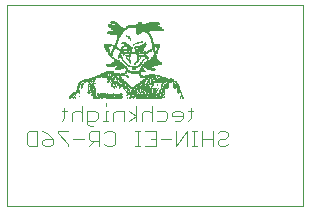
<source format=gbo>
G75*
%MOIN*%
%OFA0B0*%
%FSLAX24Y24*%
%IPPOS*%
%LPD*%
%AMOC8*
5,1,8,0,0,1.08239X$1,22.5*
%
%ADD10C,0.0000*%
%ADD11C,0.0040*%
%ADD12R,0.0051X0.0003*%
%ADD13R,0.0015X0.0003*%
%ADD14R,0.0045X0.0003*%
%ADD15R,0.0810X0.0003*%
%ADD16R,0.0048X0.0003*%
%ADD17R,0.0030X0.0003*%
%ADD18R,0.0081X0.0003*%
%ADD19R,0.0309X0.0003*%
%ADD20R,0.0048X0.0003*%
%ADD21R,0.0018X0.0003*%
%ADD22R,0.0036X0.0003*%
%ADD23R,0.0063X0.0003*%
%ADD24R,0.0051X0.0003*%
%ADD25R,0.0015X0.0003*%
%ADD26R,0.0045X0.0003*%
%ADD27R,0.0810X0.0003*%
%ADD28R,0.0048X0.0003*%
%ADD29R,0.0030X0.0003*%
%ADD30R,0.0081X0.0003*%
%ADD31R,0.0309X0.0003*%
%ADD32R,0.0048X0.0003*%
%ADD33R,0.0018X0.0003*%
%ADD34R,0.0036X0.0003*%
%ADD35R,0.0063X0.0003*%
%ADD36R,0.0273X0.0003*%
%ADD37R,0.0165X0.0003*%
%ADD38R,0.0582X0.0003*%
%ADD39R,0.0018X0.0003*%
%ADD40R,0.0084X0.0003*%
%ADD41R,0.0099X0.0003*%
%ADD42R,0.0021X0.0003*%
%ADD43R,0.0078X0.0003*%
%ADD44R,0.0273X0.0003*%
%ADD45R,0.0165X0.0003*%
%ADD46R,0.0582X0.0003*%
%ADD47R,0.0018X0.0003*%
%ADD48R,0.0084X0.0003*%
%ADD49R,0.0099X0.0003*%
%ADD50R,0.0021X0.0003*%
%ADD51R,0.0078X0.0003*%
%ADD52R,0.0033X0.0003*%
%ADD53R,0.0177X0.0003*%
%ADD54R,0.0276X0.0003*%
%ADD55R,0.0129X0.0003*%
%ADD56R,0.0033X0.0003*%
%ADD57R,0.0210X0.0003*%
%ADD58R,0.0033X0.0003*%
%ADD59R,0.0177X0.0003*%
%ADD60R,0.0276X0.0003*%
%ADD61R,0.0129X0.0003*%
%ADD62R,0.0033X0.0003*%
%ADD63R,0.0210X0.0003*%
%ADD64R,0.0243X0.0003*%
%ADD65R,0.0066X0.0003*%
%ADD66R,0.0288X0.0003*%
%ADD67R,0.0261X0.0003*%
%ADD68R,0.0060X0.0003*%
%ADD69R,0.0243X0.0003*%
%ADD70R,0.0066X0.0003*%
%ADD71R,0.0288X0.0003*%
%ADD72R,0.0261X0.0003*%
%ADD73R,0.0060X0.0003*%
%ADD74R,0.0081X0.0003*%
%ADD75R,0.0795X0.0003*%
%ADD76R,0.0615X0.0003*%
%ADD77R,0.0174X0.0003*%
%ADD78R,0.0063X0.0003*%
%ADD79R,0.0081X0.0003*%
%ADD80R,0.0795X0.0003*%
%ADD81R,0.0615X0.0003*%
%ADD82R,0.0174X0.0003*%
%ADD83R,0.0063X0.0003*%
%ADD84R,0.0567X0.0003*%
%ADD85R,0.0501X0.0003*%
%ADD86R,0.0567X0.0003*%
%ADD87R,0.0501X0.0003*%
%ADD88R,0.0096X0.0003*%
%ADD89R,0.0324X0.0003*%
%ADD90R,0.0096X0.0003*%
%ADD91R,0.0324X0.0003*%
%ADD92R,0.0078X0.0003*%
%ADD93R,0.0114X0.0003*%
%ADD94R,0.0144X0.0003*%
%ADD95R,0.0078X0.0003*%
%ADD96R,0.0114X0.0003*%
%ADD97R,0.0144X0.0003*%
%ADD98R,0.0093X0.0003*%
%ADD99R,0.0132X0.0003*%
%ADD100R,0.0093X0.0003*%
%ADD101R,0.0132X0.0003*%
%ADD102R,0.0051X0.0003*%
%ADD103R,0.0117X0.0003*%
%ADD104R,0.0069X0.0003*%
%ADD105R,0.0051X0.0003*%
%ADD106R,0.0117X0.0003*%
%ADD107R,0.0069X0.0003*%
%ADD108R,0.0147X0.0003*%
%ADD109R,0.0096X0.0003*%
%ADD110R,0.0147X0.0003*%
%ADD111R,0.0096X0.0003*%
%ADD112R,0.0111X0.0003*%
%ADD113R,0.0066X0.0003*%
%ADD114R,0.0111X0.0003*%
%ADD115R,0.0066X0.0003*%
%ADD116R,0.0240X0.0003*%
%ADD117R,0.0240X0.0003*%
%ADD118R,0.0291X0.0003*%
%ADD119R,0.0291X0.0003*%
%ADD120R,0.0180X0.0003*%
%ADD121R,0.0069X0.0003*%
%ADD122R,0.0180X0.0003*%
%ADD123R,0.0069X0.0003*%
%ADD124R,0.0093X0.0003*%
%ADD125R,0.0093X0.0003*%
%ADD126R,0.0099X0.0003*%
%ADD127R,0.0195X0.0003*%
%ADD128R,0.0099X0.0003*%
%ADD129R,0.0195X0.0003*%
%ADD130R,0.0162X0.0003*%
%ADD131R,0.0162X0.0003*%
%ADD132R,0.0126X0.0003*%
%ADD133R,0.0126X0.0003*%
%ADD134R,0.0144X0.0003*%
%ADD135R,0.0144X0.0003*%
%ADD136R,0.0132X0.0003*%
%ADD137R,0.0273X0.0003*%
%ADD138R,0.0132X0.0003*%
%ADD139R,0.0273X0.0003*%
%ADD140R,0.0129X0.0003*%
%ADD141R,0.0129X0.0003*%
%ADD142R,0.0159X0.0003*%
%ADD143R,0.0159X0.0003*%
%ADD144R,0.0111X0.0003*%
%ADD145R,0.0111X0.0003*%
%ADD146R,0.0213X0.0003*%
%ADD147R,0.0243X0.0003*%
%ADD148R,0.0213X0.0003*%
%ADD149R,0.0243X0.0003*%
%ADD150R,0.0276X0.0003*%
%ADD151R,0.0276X0.0003*%
%ADD152R,0.0192X0.0003*%
%ADD153R,0.0192X0.0003*%
%ADD154R,0.0147X0.0003*%
%ADD155R,0.0147X0.0003*%
%ADD156R,0.0162X0.0003*%
%ADD157R,0.0162X0.0003*%
%ADD158R,0.0114X0.0003*%
%ADD159R,0.0150X0.0003*%
%ADD160R,0.0114X0.0003*%
%ADD161R,0.0150X0.0003*%
%ADD162R,0.0372X0.0003*%
%ADD163R,0.0291X0.0003*%
%ADD164R,0.0372X0.0003*%
%ADD165R,0.0291X0.0003*%
%ADD166R,0.0225X0.0003*%
%ADD167R,0.0246X0.0003*%
%ADD168R,0.0225X0.0003*%
%ADD169R,0.0246X0.0003*%
%ADD170R,0.0357X0.0003*%
%ADD171R,0.0357X0.0003*%
%ADD172R,0.0405X0.0003*%
%ADD173R,0.0405X0.0003*%
%ADD174R,0.0228X0.0003*%
%ADD175R,0.0228X0.0003*%
%ADD176R,0.0258X0.0003*%
%ADD177R,0.0258X0.0003*%
%ADD178R,0.0228X0.0003*%
%ADD179R,0.0228X0.0003*%
%ADD180R,0.0312X0.0003*%
%ADD181R,0.0312X0.0003*%
%ADD182R,0.0294X0.0003*%
%ADD183R,0.0294X0.0003*%
%ADD184R,0.0420X0.0003*%
%ADD185R,0.0420X0.0003*%
%ADD186R,0.0537X0.0003*%
%ADD187R,0.0597X0.0003*%
%ADD188R,0.0537X0.0003*%
%ADD189R,0.0597X0.0003*%
%ADD190R,0.0618X0.0003*%
%ADD191R,0.0519X0.0003*%
%ADD192R,0.0618X0.0003*%
%ADD193R,0.0519X0.0003*%
%ADD194R,0.0627X0.0003*%
%ADD195R,0.0627X0.0003*%
%ADD196R,0.0339X0.0003*%
%ADD197R,0.0339X0.0003*%
%ADD198R,0.0453X0.0003*%
%ADD199R,0.0453X0.0003*%
%ADD200R,0.0387X0.0003*%
%ADD201R,0.0387X0.0003*%
%ADD202R,0.0342X0.0003*%
%ADD203R,0.0342X0.0003*%
%ADD204R,0.0213X0.0003*%
%ADD205R,0.0213X0.0003*%
%ADD206R,0.0306X0.0003*%
%ADD207R,0.0306X0.0003*%
%ADD208R,0.0567X0.0003*%
%ADD209R,0.0567X0.0003*%
%ADD210R,0.0117X0.0003*%
%ADD211R,0.0117X0.0003*%
%ADD212R,0.0375X0.0003*%
%ADD213R,0.0375X0.0003*%
%ADD214R,0.0486X0.0003*%
%ADD215R,0.0486X0.0003*%
%ADD216R,0.0516X0.0003*%
%ADD217R,0.0516X0.0003*%
%ADD218R,0.0498X0.0003*%
%ADD219R,0.0498X0.0003*%
%ADD220R,0.0453X0.0003*%
%ADD221R,0.0453X0.0003*%
%ADD222R,0.0909X0.0003*%
%ADD223R,0.0909X0.0003*%
%ADD224R,0.0891X0.0003*%
%ADD225R,0.0501X0.0003*%
%ADD226R,0.0891X0.0003*%
%ADD227R,0.0501X0.0003*%
%ADD228R,0.0858X0.0003*%
%ADD229R,0.0402X0.0003*%
%ADD230R,0.0858X0.0003*%
%ADD231R,0.0402X0.0003*%
%ADD232R,0.1101X0.0003*%
%ADD233R,0.0408X0.0003*%
%ADD234R,0.1101X0.0003*%
%ADD235R,0.0408X0.0003*%
%ADD236R,0.1005X0.0003*%
%ADD237R,0.1005X0.0003*%
%ADD238R,0.0762X0.0003*%
%ADD239R,0.0762X0.0003*%
%ADD240R,0.0762X0.0003*%
%ADD241R,0.0762X0.0003*%
D10*
X004003Y004435D02*
X004003Y011128D01*
X013845Y011128D01*
X013845Y004435D01*
X004003Y004435D01*
D11*
X004737Y006424D02*
X004651Y006511D01*
X004651Y006858D01*
X004737Y006944D01*
X004998Y006944D01*
X004998Y006424D01*
X004737Y006424D01*
X005166Y006511D02*
X005166Y006597D01*
X005253Y006684D01*
X005513Y006684D01*
X005513Y006511D01*
X005426Y006424D01*
X005253Y006424D01*
X005166Y006511D01*
X005340Y006858D02*
X005166Y006944D01*
X005340Y006858D02*
X005513Y006684D01*
X005682Y006858D02*
X006029Y006511D01*
X006029Y006424D01*
X006198Y006684D02*
X006545Y006684D01*
X006713Y006684D02*
X006713Y006858D01*
X006800Y006944D01*
X007060Y006944D01*
X007060Y006424D01*
X007060Y006597D02*
X006800Y006597D01*
X006713Y006684D01*
X006887Y006597D02*
X006713Y006424D01*
X007229Y006511D02*
X007316Y006424D01*
X007489Y006424D01*
X007576Y006511D01*
X007576Y006858D01*
X007489Y006944D01*
X007316Y006944D01*
X007229Y006858D01*
X007187Y007264D02*
X007361Y007264D01*
X007274Y007264D02*
X007274Y007611D01*
X007361Y007611D01*
X007530Y007524D02*
X007530Y007264D01*
X007530Y007524D02*
X007616Y007611D01*
X007877Y007611D01*
X007877Y007264D01*
X008046Y007264D02*
X008306Y007437D01*
X008046Y007611D01*
X008306Y007784D02*
X008306Y007264D01*
X008475Y007264D02*
X008475Y007524D01*
X008562Y007611D01*
X008735Y007611D01*
X008822Y007524D01*
X008991Y007611D02*
X009251Y007611D01*
X009338Y007524D01*
X009338Y007351D01*
X009251Y007264D01*
X008991Y007264D01*
X008822Y007264D02*
X008822Y007784D01*
X009506Y007524D02*
X009506Y007437D01*
X009853Y007437D01*
X009853Y007351D02*
X009853Y007524D01*
X009766Y007611D01*
X009593Y007611D01*
X009506Y007524D01*
X009593Y007264D02*
X009766Y007264D01*
X009853Y007351D01*
X010023Y007264D02*
X010110Y007351D01*
X010110Y007698D01*
X010197Y007611D02*
X010023Y007611D01*
X009982Y006944D02*
X009635Y006424D01*
X009635Y006944D01*
X009466Y006684D02*
X009120Y006684D01*
X008951Y006684D02*
X008777Y006684D01*
X008604Y006944D02*
X008951Y006944D01*
X008951Y006424D01*
X008604Y006424D01*
X008435Y006424D02*
X008262Y006424D01*
X008348Y006424D02*
X008348Y006944D01*
X008262Y006944D02*
X008435Y006944D01*
X007274Y007784D02*
X007274Y007871D01*
X006930Y007611D02*
X007017Y007524D01*
X007017Y007351D01*
X006930Y007264D01*
X006670Y007264D01*
X006670Y007177D02*
X006670Y007611D01*
X006930Y007611D01*
X006502Y007524D02*
X006415Y007611D01*
X006241Y007611D01*
X006155Y007524D01*
X006155Y007264D01*
X005899Y007351D02*
X005812Y007264D01*
X005899Y007351D02*
X005899Y007698D01*
X005986Y007611D02*
X005812Y007611D01*
X005682Y006944D02*
X005682Y006858D01*
X005682Y006944D02*
X006029Y006944D01*
X006502Y007264D02*
X006502Y007784D01*
X006670Y007177D02*
X006757Y007091D01*
X006844Y007091D01*
X009982Y006944D02*
X009982Y006424D01*
X010152Y006424D02*
X010326Y006424D01*
X010239Y006424D02*
X010239Y006944D01*
X010326Y006944D02*
X010152Y006944D01*
X010495Y006944D02*
X010495Y006424D01*
X010495Y006684D02*
X010842Y006684D01*
X011010Y006597D02*
X011010Y006511D01*
X011097Y006424D01*
X011270Y006424D01*
X011357Y006511D01*
X011270Y006684D02*
X011097Y006684D01*
X011010Y006597D01*
X010842Y006424D02*
X010842Y006944D01*
X011010Y006858D02*
X011097Y006944D01*
X011270Y006944D01*
X011357Y006858D01*
X011357Y006771D01*
X011270Y006684D01*
D12*
X009869Y008000D03*
X009869Y008003D03*
X009869Y008009D03*
X009869Y008015D03*
X009869Y008018D03*
X009836Y008069D03*
X009836Y008075D03*
X009836Y008078D03*
X009836Y008084D03*
X009836Y008090D03*
X009836Y008093D03*
X009836Y008099D03*
X009836Y008105D03*
X009287Y008459D03*
X009287Y008465D03*
X009287Y008468D03*
X009287Y008474D03*
X009287Y008609D03*
X009287Y008615D03*
X009287Y008618D03*
X009287Y008624D03*
X008540Y008384D03*
X008540Y008378D03*
X008540Y008375D03*
X008540Y008369D03*
X008540Y008144D03*
X008540Y008138D03*
X008540Y008135D03*
X008540Y008129D03*
X008510Y008063D03*
X008510Y008060D03*
X008510Y008054D03*
X008510Y008048D03*
X008510Y008045D03*
X008525Y008039D03*
X008525Y008033D03*
X008525Y008030D03*
X008525Y008024D03*
X008330Y008435D03*
X008330Y008438D03*
X008330Y008444D03*
X008330Y008450D03*
X008330Y008453D03*
X008330Y009209D03*
X008330Y009215D03*
X008330Y009218D03*
X008330Y009224D03*
X008315Y009539D03*
X008315Y009545D03*
X008315Y009548D03*
X008315Y009554D03*
X008540Y009644D03*
X008540Y009650D03*
X008540Y009653D03*
X008540Y009659D03*
X008540Y009665D03*
X008540Y009668D03*
X008540Y009674D03*
X008540Y009680D03*
X008540Y009683D03*
X008834Y009884D03*
X008834Y009890D03*
X008834Y009893D03*
X008834Y009899D03*
X008816Y009923D03*
X008816Y009929D03*
X008816Y009935D03*
X008816Y009938D03*
X008816Y009944D03*
X008816Y009950D03*
X008816Y009953D03*
X008816Y009959D03*
X008816Y009965D03*
X008801Y009989D03*
X008801Y009995D03*
X008801Y009998D03*
X008801Y010004D03*
X009011Y009683D03*
X009011Y009680D03*
X009011Y009674D03*
X009011Y009668D03*
X009011Y009665D03*
X008996Y009599D03*
X008996Y009593D03*
X008996Y009590D03*
X008996Y009584D03*
X008996Y009578D03*
X008072Y010010D03*
X008072Y010013D03*
X008072Y010019D03*
X008072Y010025D03*
X008072Y010028D03*
X007682Y009659D03*
X007682Y009653D03*
X007682Y009650D03*
X007682Y009644D03*
X007766Y009488D03*
X007766Y009485D03*
X007766Y009479D03*
X007766Y009473D03*
X007877Y009473D03*
X007877Y009479D03*
X007877Y009485D03*
X007877Y009488D03*
X007490Y009539D03*
X007490Y009545D03*
X007490Y009548D03*
X007490Y009554D03*
X006794Y008408D03*
X006794Y008405D03*
X006794Y008399D03*
X006794Y008393D03*
X006794Y008390D03*
X006809Y008339D03*
X006809Y008333D03*
X006809Y008330D03*
X006809Y008324D03*
X006794Y008213D03*
X006794Y008210D03*
X006794Y008204D03*
X006794Y008198D03*
X006794Y008195D03*
X006356Y008285D03*
X006356Y008288D03*
X006356Y008294D03*
X006356Y008300D03*
X006341Y008279D03*
X006341Y008273D03*
X006341Y008270D03*
X006341Y008264D03*
X006146Y008123D03*
X006146Y008120D03*
X006146Y008114D03*
X006146Y008108D03*
X006131Y008105D03*
X006131Y008099D03*
X006131Y008093D03*
X006131Y008090D03*
D13*
X006164Y008084D03*
X006164Y008078D03*
X006164Y008075D03*
X006164Y008069D03*
X006179Y008090D03*
X006179Y008093D03*
X006179Y008099D03*
X006179Y008105D03*
X006227Y008105D03*
X006227Y008099D03*
X006227Y008093D03*
X006227Y008090D03*
X006278Y008108D03*
X006278Y008114D03*
X006278Y008120D03*
X006278Y008123D03*
X006293Y008105D03*
X006293Y008099D03*
X006293Y008093D03*
X006293Y008090D03*
X006293Y008039D03*
X006293Y008033D03*
X006293Y008030D03*
X006293Y008024D03*
X006278Y008018D03*
X006278Y008015D03*
X006278Y008009D03*
X006278Y008003D03*
X006278Y008000D03*
X006227Y008000D03*
X006227Y008003D03*
X006227Y008009D03*
X006227Y008015D03*
X006227Y008018D03*
X006293Y008174D03*
X006293Y008180D03*
X006293Y008183D03*
X006293Y008189D03*
X006323Y008189D03*
X006323Y008183D03*
X006323Y008180D03*
X006323Y008174D03*
X006389Y008219D03*
X006389Y008225D03*
X006389Y008228D03*
X006389Y008234D03*
X006404Y008213D03*
X006404Y008210D03*
X006404Y008204D03*
X006404Y008198D03*
X006404Y008195D03*
X006404Y008285D03*
X006404Y008288D03*
X006404Y008294D03*
X006404Y008300D03*
X006404Y008303D03*
X006404Y008309D03*
X006404Y008315D03*
X006404Y008318D03*
X006503Y008345D03*
X006503Y008348D03*
X006503Y008354D03*
X006503Y008360D03*
X006503Y008363D03*
X006503Y008390D03*
X006503Y008393D03*
X006503Y008399D03*
X006503Y008405D03*
X006503Y008408D03*
X006518Y008414D03*
X006518Y008420D03*
X006518Y008423D03*
X006518Y008429D03*
X006518Y008435D03*
X006518Y008438D03*
X006518Y008444D03*
X006518Y008450D03*
X006518Y008453D03*
X006551Y008459D03*
X006551Y008465D03*
X006551Y008468D03*
X006551Y008474D03*
X006566Y008480D03*
X006566Y008483D03*
X006566Y008489D03*
X006566Y008495D03*
X006518Y008498D03*
X006518Y008504D03*
X006518Y008510D03*
X006518Y008513D03*
X006455Y008474D03*
X006455Y008468D03*
X006455Y008465D03*
X006455Y008459D03*
X006713Y008408D03*
X006713Y008405D03*
X006713Y008399D03*
X006713Y008393D03*
X006713Y008390D03*
X006746Y008390D03*
X006746Y008393D03*
X006746Y008399D03*
X006746Y008405D03*
X006746Y008408D03*
X006776Y008318D03*
X006776Y008315D03*
X006776Y008309D03*
X006776Y008303D03*
X006713Y008300D03*
X006713Y008294D03*
X006713Y008288D03*
X006713Y008285D03*
X006713Y008234D03*
X006713Y008228D03*
X006713Y008225D03*
X006713Y008219D03*
X006698Y008213D03*
X006698Y008210D03*
X006698Y008204D03*
X006698Y008198D03*
X006698Y008195D03*
X006713Y008189D03*
X006713Y008183D03*
X006713Y008180D03*
X006713Y008174D03*
X006746Y008174D03*
X006746Y008180D03*
X006746Y008183D03*
X006746Y008189D03*
X006761Y008219D03*
X006761Y008225D03*
X006761Y008228D03*
X006761Y008234D03*
X006827Y008123D03*
X006827Y008120D03*
X006827Y008114D03*
X006827Y008108D03*
X006941Y008105D03*
X006941Y008099D03*
X006941Y008093D03*
X006941Y008090D03*
X006956Y008084D03*
X006956Y008078D03*
X006956Y008075D03*
X006956Y008069D03*
X006986Y008069D03*
X006986Y008075D03*
X006986Y008078D03*
X006986Y008084D03*
X006971Y008108D03*
X006971Y008114D03*
X006971Y008120D03*
X006971Y008123D03*
X006971Y008150D03*
X006971Y008153D03*
X006971Y008159D03*
X006971Y008165D03*
X006971Y008168D03*
X006941Y008174D03*
X006941Y008180D03*
X006941Y008183D03*
X006941Y008189D03*
X006941Y008144D03*
X006941Y008138D03*
X006941Y008135D03*
X006941Y008129D03*
X007022Y008150D03*
X007022Y008153D03*
X007022Y008159D03*
X007022Y008165D03*
X007022Y008168D03*
X007052Y008168D03*
X007052Y008165D03*
X007052Y008159D03*
X007052Y008153D03*
X007052Y008150D03*
X006941Y008240D03*
X006941Y008243D03*
X006941Y008249D03*
X006941Y008255D03*
X006941Y008258D03*
X006941Y008303D03*
X006941Y008309D03*
X006941Y008315D03*
X006941Y008318D03*
X006890Y008345D03*
X006890Y008348D03*
X006890Y008354D03*
X006890Y008360D03*
X006890Y008363D03*
X006890Y008414D03*
X006890Y008420D03*
X006890Y008423D03*
X006890Y008429D03*
X006890Y008435D03*
X006890Y008438D03*
X006890Y008444D03*
X006890Y008450D03*
X006890Y008453D03*
X006890Y008459D03*
X006890Y008465D03*
X006890Y008468D03*
X006890Y008474D03*
X006890Y008480D03*
X006890Y008483D03*
X006890Y008489D03*
X006890Y008495D03*
X006890Y008519D03*
X006890Y008525D03*
X006890Y008528D03*
X006890Y008534D03*
X006890Y008540D03*
X006890Y008543D03*
X006890Y008549D03*
X006890Y008555D03*
X006890Y008558D03*
X006875Y008609D03*
X006875Y008615D03*
X006875Y008618D03*
X006875Y008624D03*
X006860Y008630D03*
X006860Y008633D03*
X006860Y008639D03*
X006860Y008645D03*
X006827Y008603D03*
X006827Y008600D03*
X006827Y008594D03*
X006827Y008588D03*
X006827Y008585D03*
X006860Y008495D03*
X006860Y008489D03*
X006860Y008483D03*
X006860Y008480D03*
X006860Y008474D03*
X006860Y008468D03*
X006860Y008465D03*
X006860Y008459D03*
X006941Y008648D03*
X006941Y008654D03*
X006941Y008660D03*
X006941Y008663D03*
X006941Y008669D03*
X007085Y008714D03*
X007085Y008720D03*
X007085Y008723D03*
X007085Y008729D03*
X007136Y008729D03*
X007136Y008723D03*
X007136Y008720D03*
X007136Y008714D03*
X007151Y008735D03*
X007151Y008738D03*
X007151Y008744D03*
X007151Y008750D03*
X007151Y008753D03*
X007181Y008729D03*
X007181Y008723D03*
X007181Y008720D03*
X007181Y008714D03*
X007214Y008714D03*
X007214Y008720D03*
X007214Y008723D03*
X007214Y008729D03*
X007313Y008798D03*
X007313Y008804D03*
X007313Y008810D03*
X007313Y008813D03*
X007313Y008819D03*
X007328Y008795D03*
X007328Y008789D03*
X007328Y008783D03*
X007328Y008780D03*
X007361Y008780D03*
X007361Y008783D03*
X007361Y008789D03*
X007361Y008795D03*
X007376Y008825D03*
X007376Y008828D03*
X007376Y008834D03*
X007376Y008840D03*
X007424Y008840D03*
X007424Y008834D03*
X007424Y008828D03*
X007424Y008825D03*
X007457Y008825D03*
X007457Y008828D03*
X007457Y008834D03*
X007457Y008840D03*
X007523Y008819D03*
X007523Y008813D03*
X007523Y008810D03*
X007523Y008804D03*
X007523Y008798D03*
X007523Y008795D03*
X007523Y008789D03*
X007523Y008783D03*
X007523Y008780D03*
X007523Y008753D03*
X007523Y008750D03*
X007523Y008744D03*
X007523Y008738D03*
X007523Y008735D03*
X007490Y008729D03*
X007490Y008723D03*
X007490Y008720D03*
X007490Y008714D03*
X007457Y008708D03*
X007457Y008705D03*
X007457Y008699D03*
X007457Y008693D03*
X007409Y008735D03*
X007409Y008738D03*
X007409Y008744D03*
X007409Y008750D03*
X007409Y008753D03*
X007490Y008759D03*
X007490Y008765D03*
X007490Y008768D03*
X007490Y008774D03*
X007604Y008753D03*
X007604Y008750D03*
X007604Y008744D03*
X007604Y008738D03*
X007604Y008735D03*
X007604Y008708D03*
X007604Y008705D03*
X007604Y008699D03*
X007604Y008693D03*
X007634Y008714D03*
X007634Y008720D03*
X007634Y008723D03*
X007634Y008729D03*
X007685Y008690D03*
X007685Y008684D03*
X007685Y008678D03*
X007685Y008675D03*
X007700Y008624D03*
X007700Y008618D03*
X007700Y008615D03*
X007700Y008609D03*
X007748Y008609D03*
X007748Y008615D03*
X007748Y008618D03*
X007748Y008624D03*
X007748Y008675D03*
X007748Y008678D03*
X007748Y008684D03*
X007748Y008690D03*
X007799Y008645D03*
X007799Y008639D03*
X007799Y008633D03*
X007799Y008630D03*
X007814Y008603D03*
X007814Y008600D03*
X007814Y008594D03*
X007814Y008588D03*
X007814Y008585D03*
X007829Y008558D03*
X007829Y008555D03*
X007829Y008549D03*
X007829Y008543D03*
X007829Y008540D03*
X007814Y008534D03*
X007814Y008528D03*
X007814Y008525D03*
X007814Y008519D03*
X007844Y008519D03*
X007844Y008525D03*
X007844Y008528D03*
X007844Y008534D03*
X007844Y008513D03*
X007844Y008510D03*
X007844Y008504D03*
X007844Y008498D03*
X007895Y008498D03*
X007895Y008504D03*
X007895Y008510D03*
X007895Y008513D03*
X007895Y008519D03*
X007895Y008525D03*
X007895Y008528D03*
X007895Y008534D03*
X007976Y008429D03*
X007976Y008423D03*
X007976Y008420D03*
X007976Y008414D03*
X008009Y008384D03*
X008009Y008378D03*
X008009Y008375D03*
X008009Y008369D03*
X008072Y008318D03*
X008072Y008315D03*
X008072Y008309D03*
X008072Y008303D03*
X008105Y008279D03*
X008105Y008273D03*
X008105Y008270D03*
X008105Y008264D03*
X008039Y008258D03*
X008039Y008255D03*
X008039Y008249D03*
X008039Y008243D03*
X008039Y008240D03*
X008009Y008240D03*
X008009Y008243D03*
X008009Y008249D03*
X008009Y008255D03*
X008009Y008258D03*
X007976Y008234D03*
X007976Y008228D03*
X007976Y008225D03*
X007976Y008219D03*
X008024Y008213D03*
X008024Y008210D03*
X008024Y008204D03*
X008024Y008198D03*
X008024Y008195D03*
X008024Y008189D03*
X008024Y008183D03*
X008024Y008180D03*
X008024Y008174D03*
X008009Y008168D03*
X008009Y008165D03*
X008009Y008159D03*
X008009Y008153D03*
X008009Y008150D03*
X008009Y008144D03*
X008009Y008138D03*
X008009Y008135D03*
X008009Y008129D03*
X008009Y008123D03*
X008009Y008120D03*
X008009Y008114D03*
X008009Y008108D03*
X007844Y008129D03*
X007844Y008135D03*
X007844Y008138D03*
X007844Y008144D03*
X007829Y008150D03*
X007829Y008153D03*
X007829Y008159D03*
X007829Y008165D03*
X007829Y008168D03*
X007814Y008144D03*
X007814Y008138D03*
X007814Y008135D03*
X007814Y008129D03*
X007799Y008150D03*
X007799Y008153D03*
X007799Y008159D03*
X007799Y008165D03*
X007799Y008168D03*
X007733Y008123D03*
X007733Y008120D03*
X007733Y008114D03*
X007733Y008108D03*
X007700Y008108D03*
X007700Y008114D03*
X007700Y008120D03*
X007700Y008123D03*
X007619Y008129D03*
X007619Y008135D03*
X007619Y008138D03*
X007619Y008144D03*
X007619Y008063D03*
X007619Y008060D03*
X007619Y008054D03*
X007619Y008048D03*
X007619Y008045D03*
X007457Y008129D03*
X007457Y008135D03*
X007457Y008138D03*
X007457Y008144D03*
X007409Y008144D03*
X007409Y008138D03*
X007409Y008135D03*
X007409Y008129D03*
X007424Y008084D03*
X007424Y008078D03*
X007424Y008075D03*
X007424Y008069D03*
X007361Y008150D03*
X007361Y008153D03*
X007361Y008159D03*
X007361Y008165D03*
X007361Y008168D03*
X007166Y008039D03*
X007166Y008033D03*
X007166Y008030D03*
X007166Y008024D03*
X007151Y008018D03*
X007151Y008015D03*
X007151Y008009D03*
X007151Y008003D03*
X007151Y008000D03*
X006956Y008000D03*
X006956Y008003D03*
X006956Y008009D03*
X006956Y008015D03*
X006956Y008018D03*
X007376Y008519D03*
X007376Y008525D03*
X007376Y008528D03*
X007376Y008534D03*
X007361Y008540D03*
X007361Y008543D03*
X007361Y008549D03*
X007361Y008555D03*
X007361Y008558D03*
X007361Y008630D03*
X007361Y008633D03*
X007361Y008639D03*
X007361Y008645D03*
X007571Y008624D03*
X007571Y008618D03*
X007571Y008615D03*
X007571Y008609D03*
X007538Y008495D03*
X007538Y008489D03*
X007538Y008483D03*
X007538Y008480D03*
X007523Y008429D03*
X007523Y008423D03*
X007523Y008420D03*
X007523Y008414D03*
X007523Y008408D03*
X007523Y008405D03*
X007523Y008399D03*
X007523Y008393D03*
X007523Y008390D03*
X007604Y008384D03*
X007604Y008378D03*
X007604Y008375D03*
X007604Y008369D03*
X007649Y008369D03*
X007649Y008375D03*
X007649Y008378D03*
X007649Y008384D03*
X007634Y008459D03*
X007634Y008465D03*
X007634Y008468D03*
X007634Y008474D03*
X007604Y008480D03*
X007604Y008483D03*
X007604Y008489D03*
X007604Y008495D03*
X007748Y008408D03*
X007748Y008405D03*
X007748Y008399D03*
X007748Y008393D03*
X007748Y008390D03*
X007748Y008363D03*
X007748Y008360D03*
X007748Y008354D03*
X007748Y008348D03*
X007748Y008345D03*
X008186Y008084D03*
X008186Y008078D03*
X008186Y008075D03*
X008186Y008069D03*
X008186Y008063D03*
X008186Y008060D03*
X008186Y008054D03*
X008186Y008048D03*
X008186Y008045D03*
X008219Y008045D03*
X008219Y008048D03*
X008219Y008054D03*
X008219Y008060D03*
X008219Y008063D03*
X008234Y008039D03*
X008234Y008033D03*
X008234Y008030D03*
X008234Y008024D03*
X008219Y008018D03*
X008219Y008015D03*
X008219Y008009D03*
X008219Y008003D03*
X008219Y008000D03*
X008282Y008069D03*
X008282Y008075D03*
X008282Y008078D03*
X008282Y008084D03*
X008234Y008129D03*
X008234Y008135D03*
X008234Y008138D03*
X008234Y008144D03*
X008267Y008150D03*
X008267Y008153D03*
X008267Y008159D03*
X008267Y008165D03*
X008267Y008168D03*
X008282Y008174D03*
X008282Y008180D03*
X008282Y008183D03*
X008282Y008189D03*
X008297Y008168D03*
X008297Y008165D03*
X008297Y008159D03*
X008297Y008153D03*
X008297Y008150D03*
X008348Y008123D03*
X008348Y008120D03*
X008348Y008114D03*
X008348Y008108D03*
X008381Y008129D03*
X008381Y008135D03*
X008381Y008138D03*
X008381Y008144D03*
X008396Y008150D03*
X008396Y008153D03*
X008396Y008159D03*
X008396Y008165D03*
X008396Y008168D03*
X008396Y008123D03*
X008396Y008120D03*
X008396Y008114D03*
X008396Y008108D03*
X008429Y008063D03*
X008429Y008060D03*
X008429Y008054D03*
X008429Y008048D03*
X008429Y008045D03*
X008462Y008045D03*
X008462Y008048D03*
X008462Y008054D03*
X008462Y008060D03*
X008462Y008063D03*
X008477Y008039D03*
X008477Y008033D03*
X008477Y008030D03*
X008477Y008024D03*
X008558Y008045D03*
X008558Y008048D03*
X008558Y008054D03*
X008558Y008060D03*
X008558Y008063D03*
X008591Y008063D03*
X008591Y008060D03*
X008591Y008054D03*
X008591Y008048D03*
X008591Y008045D03*
X008606Y008039D03*
X008606Y008033D03*
X008606Y008030D03*
X008606Y008024D03*
X008672Y008069D03*
X008672Y008075D03*
X008672Y008078D03*
X008672Y008084D03*
X008657Y008129D03*
X008657Y008135D03*
X008657Y008138D03*
X008657Y008144D03*
X008672Y008150D03*
X008672Y008153D03*
X008672Y008159D03*
X008672Y008165D03*
X008672Y008168D03*
X008672Y008174D03*
X008672Y008180D03*
X008672Y008183D03*
X008672Y008189D03*
X008657Y008195D03*
X008657Y008198D03*
X008657Y008204D03*
X008657Y008210D03*
X008657Y008213D03*
X008672Y008219D03*
X008672Y008225D03*
X008672Y008228D03*
X008672Y008234D03*
X008687Y008213D03*
X008687Y008210D03*
X008687Y008204D03*
X008687Y008198D03*
X008687Y008195D03*
X008702Y008189D03*
X008702Y008183D03*
X008702Y008180D03*
X008702Y008174D03*
X008606Y008195D03*
X008606Y008198D03*
X008606Y008204D03*
X008606Y008210D03*
X008606Y008213D03*
X008591Y008189D03*
X008591Y008183D03*
X008591Y008180D03*
X008591Y008174D03*
X008558Y008174D03*
X008558Y008180D03*
X008558Y008183D03*
X008558Y008189D03*
X008558Y008219D03*
X008558Y008225D03*
X008558Y008228D03*
X008558Y008234D03*
X008558Y008240D03*
X008558Y008243D03*
X008558Y008249D03*
X008558Y008255D03*
X008558Y008258D03*
X008543Y008264D03*
X008543Y008270D03*
X008543Y008273D03*
X008543Y008279D03*
X008591Y008279D03*
X008591Y008273D03*
X008591Y008270D03*
X008591Y008264D03*
X008507Y008234D03*
X008507Y008228D03*
X008507Y008225D03*
X008507Y008219D03*
X008477Y008219D03*
X008477Y008225D03*
X008477Y008228D03*
X008477Y008234D03*
X008492Y008264D03*
X008492Y008270D03*
X008492Y008273D03*
X008492Y008279D03*
X008477Y008285D03*
X008477Y008288D03*
X008477Y008294D03*
X008477Y008300D03*
X008429Y008300D03*
X008429Y008294D03*
X008429Y008288D03*
X008429Y008285D03*
X008429Y008234D03*
X008429Y008228D03*
X008429Y008225D03*
X008429Y008219D03*
X008462Y008189D03*
X008462Y008183D03*
X008462Y008180D03*
X008462Y008174D03*
X008297Y008219D03*
X008297Y008225D03*
X008297Y008228D03*
X008297Y008234D03*
X008282Y008240D03*
X008282Y008243D03*
X008282Y008249D03*
X008282Y008255D03*
X008282Y008258D03*
X008348Y008345D03*
X008348Y008348D03*
X008348Y008354D03*
X008348Y008360D03*
X008348Y008363D03*
X008381Y008363D03*
X008381Y008360D03*
X008381Y008354D03*
X008381Y008348D03*
X008381Y008345D03*
X008396Y008369D03*
X008396Y008375D03*
X008396Y008378D03*
X008396Y008384D03*
X008429Y008414D03*
X008429Y008420D03*
X008429Y008423D03*
X008429Y008429D03*
X008477Y008429D03*
X008477Y008423D03*
X008477Y008420D03*
X008477Y008414D03*
X008507Y008435D03*
X008507Y008438D03*
X008507Y008444D03*
X008507Y008450D03*
X008507Y008453D03*
X008507Y008480D03*
X008507Y008483D03*
X008507Y008489D03*
X008507Y008495D03*
X008492Y008498D03*
X008492Y008504D03*
X008492Y008510D03*
X008492Y008513D03*
X008462Y008513D03*
X008462Y008510D03*
X008462Y008504D03*
X008462Y008498D03*
X008543Y008498D03*
X008543Y008504D03*
X008543Y008510D03*
X008543Y008513D03*
X008558Y008474D03*
X008558Y008468D03*
X008558Y008465D03*
X008558Y008459D03*
X008543Y008453D03*
X008543Y008450D03*
X008543Y008444D03*
X008543Y008438D03*
X008543Y008435D03*
X008543Y008429D03*
X008543Y008423D03*
X008543Y008420D03*
X008543Y008414D03*
X008591Y008414D03*
X008591Y008420D03*
X008591Y008423D03*
X008591Y008429D03*
X008606Y008480D03*
X008606Y008483D03*
X008606Y008489D03*
X008606Y008495D03*
X008606Y008540D03*
X008606Y008543D03*
X008606Y008549D03*
X008606Y008555D03*
X008606Y008558D03*
X008591Y008564D03*
X008591Y008570D03*
X008591Y008573D03*
X008591Y008579D03*
X008606Y008609D03*
X008606Y008615D03*
X008606Y008618D03*
X008606Y008624D03*
X008657Y008630D03*
X008657Y008633D03*
X008657Y008639D03*
X008657Y008645D03*
X008672Y008648D03*
X008672Y008654D03*
X008672Y008660D03*
X008672Y008663D03*
X008672Y008669D03*
X008687Y008675D03*
X008687Y008678D03*
X008687Y008684D03*
X008687Y008690D03*
X008702Y008645D03*
X008702Y008639D03*
X008702Y008633D03*
X008702Y008630D03*
X008735Y008630D03*
X008735Y008633D03*
X008735Y008639D03*
X008735Y008645D03*
X008768Y008648D03*
X008768Y008654D03*
X008768Y008660D03*
X008768Y008663D03*
X008768Y008669D03*
X008783Y008675D03*
X008783Y008678D03*
X008783Y008684D03*
X008783Y008690D03*
X008783Y008693D03*
X008783Y008699D03*
X008783Y008705D03*
X008783Y008708D03*
X008768Y008714D03*
X008768Y008720D03*
X008768Y008723D03*
X008768Y008729D03*
X008867Y008735D03*
X008867Y008738D03*
X008867Y008744D03*
X008867Y008750D03*
X008867Y008753D03*
X008897Y008729D03*
X008897Y008723D03*
X008897Y008720D03*
X008897Y008714D03*
X008867Y008708D03*
X008867Y008705D03*
X008867Y008699D03*
X008867Y008693D03*
X008897Y008669D03*
X008897Y008663D03*
X008897Y008660D03*
X008897Y008654D03*
X008897Y008648D03*
X008897Y008645D03*
X008897Y008639D03*
X008897Y008633D03*
X008897Y008630D03*
X008930Y008630D03*
X008930Y008633D03*
X008930Y008639D03*
X008930Y008645D03*
X008930Y008648D03*
X008930Y008654D03*
X008930Y008660D03*
X008930Y008663D03*
X008930Y008669D03*
X008930Y008693D03*
X008930Y008699D03*
X008930Y008705D03*
X008930Y008708D03*
X008930Y008735D03*
X008930Y008738D03*
X008930Y008744D03*
X008930Y008750D03*
X008930Y008753D03*
X009029Y008729D03*
X009029Y008723D03*
X009029Y008720D03*
X009029Y008714D03*
X009092Y008669D03*
X009092Y008663D03*
X009092Y008660D03*
X009092Y008654D03*
X009092Y008648D03*
X009059Y008579D03*
X009059Y008573D03*
X009059Y008570D03*
X009059Y008564D03*
X009059Y008558D03*
X009059Y008555D03*
X009059Y008549D03*
X009059Y008543D03*
X009059Y008540D03*
X009125Y008540D03*
X009125Y008543D03*
X009125Y008549D03*
X009125Y008555D03*
X009125Y008558D03*
X009140Y008564D03*
X009140Y008570D03*
X009140Y008573D03*
X009140Y008579D03*
X009155Y008585D03*
X009155Y008588D03*
X009155Y008594D03*
X009155Y008600D03*
X009155Y008603D03*
X009206Y008558D03*
X009206Y008555D03*
X009206Y008549D03*
X009206Y008543D03*
X009206Y008540D03*
X009221Y008564D03*
X009221Y008570D03*
X009221Y008573D03*
X009221Y008579D03*
X009254Y008585D03*
X009254Y008588D03*
X009254Y008594D03*
X009254Y008600D03*
X009254Y008603D03*
X009254Y008534D03*
X009254Y008528D03*
X009254Y008525D03*
X009254Y008519D03*
X009206Y008474D03*
X009206Y008468D03*
X009206Y008465D03*
X009206Y008459D03*
X009206Y008429D03*
X009206Y008423D03*
X009206Y008420D03*
X009206Y008414D03*
X009155Y008414D03*
X009155Y008420D03*
X009155Y008423D03*
X009155Y008429D03*
X009155Y008318D03*
X009155Y008315D03*
X009155Y008309D03*
X009155Y008303D03*
X009125Y008300D03*
X009125Y008294D03*
X009125Y008288D03*
X009125Y008285D03*
X009125Y008279D03*
X009125Y008273D03*
X009125Y008270D03*
X009125Y008264D03*
X009125Y008258D03*
X009125Y008255D03*
X009125Y008249D03*
X009125Y008243D03*
X009125Y008240D03*
X009092Y008240D03*
X009092Y008243D03*
X009092Y008249D03*
X009092Y008255D03*
X009092Y008258D03*
X009092Y008234D03*
X009092Y008228D03*
X009092Y008225D03*
X009092Y008219D03*
X009092Y008168D03*
X009092Y008165D03*
X009092Y008159D03*
X009092Y008153D03*
X009092Y008150D03*
X009044Y008150D03*
X009044Y008153D03*
X009044Y008159D03*
X009044Y008165D03*
X009044Y008168D03*
X009029Y008144D03*
X009029Y008138D03*
X009029Y008135D03*
X009029Y008129D03*
X008978Y008264D03*
X008978Y008270D03*
X008978Y008273D03*
X008978Y008279D03*
X008930Y008285D03*
X008930Y008288D03*
X008930Y008294D03*
X008930Y008300D03*
X008897Y008303D03*
X008897Y008309D03*
X008897Y008315D03*
X008897Y008318D03*
X008867Y008324D03*
X008867Y008330D03*
X008867Y008333D03*
X008867Y008339D03*
X008834Y008318D03*
X008834Y008315D03*
X008834Y008309D03*
X008834Y008303D03*
X008834Y008258D03*
X008834Y008255D03*
X008834Y008249D03*
X008834Y008243D03*
X008834Y008240D03*
X008834Y008189D03*
X008834Y008183D03*
X008834Y008180D03*
X008834Y008174D03*
X008768Y008285D03*
X008768Y008288D03*
X008768Y008294D03*
X008768Y008300D03*
X008783Y008303D03*
X008783Y008309D03*
X008783Y008315D03*
X008783Y008318D03*
X008768Y008324D03*
X008768Y008330D03*
X008768Y008333D03*
X008768Y008339D03*
X008768Y008390D03*
X008768Y008393D03*
X008768Y008399D03*
X008768Y008405D03*
X008768Y008408D03*
X008735Y008408D03*
X008735Y008405D03*
X008735Y008399D03*
X008735Y008393D03*
X008735Y008390D03*
X008702Y008498D03*
X008702Y008504D03*
X008702Y008510D03*
X008702Y008513D03*
X008687Y008540D03*
X008687Y008543D03*
X008687Y008549D03*
X008687Y008555D03*
X008687Y008558D03*
X008657Y008513D03*
X008657Y008510D03*
X008657Y008504D03*
X008657Y008498D03*
X008834Y008564D03*
X008834Y008570D03*
X008834Y008573D03*
X008834Y008579D03*
X008882Y008513D03*
X008882Y008510D03*
X008882Y008504D03*
X008882Y008498D03*
X008867Y008495D03*
X008867Y008489D03*
X008867Y008483D03*
X008867Y008480D03*
X008867Y008474D03*
X008867Y008468D03*
X008867Y008465D03*
X008867Y008459D03*
X008882Y008453D03*
X008882Y008450D03*
X008882Y008444D03*
X008882Y008438D03*
X008882Y008435D03*
X008867Y008408D03*
X008867Y008405D03*
X008867Y008399D03*
X008867Y008393D03*
X008867Y008390D03*
X009029Y008435D03*
X009029Y008438D03*
X009029Y008444D03*
X009029Y008450D03*
X009029Y008453D03*
X009044Y008339D03*
X009044Y008333D03*
X009044Y008330D03*
X009044Y008324D03*
X009269Y008258D03*
X009269Y008255D03*
X009269Y008249D03*
X009269Y008243D03*
X009269Y008240D03*
X009254Y008213D03*
X009254Y008210D03*
X009254Y008204D03*
X009254Y008198D03*
X009254Y008195D03*
X009254Y008189D03*
X009254Y008183D03*
X009254Y008180D03*
X009254Y008174D03*
X009269Y008144D03*
X009269Y008138D03*
X009269Y008135D03*
X009269Y008129D03*
X009254Y008063D03*
X009254Y008060D03*
X009254Y008054D03*
X009254Y008048D03*
X009254Y008045D03*
X009254Y008039D03*
X009254Y008033D03*
X009254Y008030D03*
X009254Y008024D03*
X009221Y008024D03*
X009221Y008030D03*
X009221Y008033D03*
X009221Y008039D03*
X009206Y008069D03*
X009206Y008075D03*
X009206Y008078D03*
X009206Y008084D03*
X009335Y008345D03*
X009335Y008348D03*
X009335Y008354D03*
X009335Y008360D03*
X009335Y008363D03*
X009320Y008369D03*
X009320Y008375D03*
X009320Y008378D03*
X009320Y008384D03*
X009350Y008384D03*
X009350Y008390D03*
X009350Y008393D03*
X009350Y008399D03*
X009350Y008405D03*
X009350Y008408D03*
X009365Y008414D03*
X009365Y008420D03*
X009365Y008423D03*
X009365Y008429D03*
X009350Y008378D03*
X009350Y008375D03*
X009350Y008369D03*
X009365Y008363D03*
X009365Y008360D03*
X009365Y008354D03*
X009365Y008348D03*
X009365Y008345D03*
X009545Y008414D03*
X009545Y008420D03*
X009545Y008423D03*
X009545Y008429D03*
X009560Y008408D03*
X009560Y008405D03*
X009560Y008399D03*
X009560Y008393D03*
X009560Y008390D03*
X009560Y008384D03*
X009560Y008378D03*
X009560Y008375D03*
X009560Y008369D03*
X009593Y008414D03*
X009593Y008420D03*
X009593Y008423D03*
X009593Y008429D03*
X009545Y008459D03*
X009545Y008465D03*
X009545Y008468D03*
X009545Y008474D03*
X009545Y008498D03*
X009545Y008504D03*
X009545Y008510D03*
X009545Y008513D03*
X009560Y008540D03*
X009560Y008543D03*
X009560Y008549D03*
X009560Y008555D03*
X009560Y008558D03*
X009545Y008564D03*
X009545Y008570D03*
X009545Y008573D03*
X009545Y008579D03*
X009530Y008585D03*
X009530Y008588D03*
X009530Y008594D03*
X009530Y008600D03*
X009530Y008603D03*
X009464Y008603D03*
X009464Y008600D03*
X009464Y008594D03*
X009464Y008588D03*
X009464Y008585D03*
X009431Y008558D03*
X009431Y008555D03*
X009431Y008549D03*
X009431Y008543D03*
X009431Y008540D03*
X009335Y008585D03*
X009335Y008588D03*
X009335Y008594D03*
X009335Y008600D03*
X009335Y008603D03*
X009350Y008609D03*
X009350Y008615D03*
X009350Y008618D03*
X009350Y008624D03*
X009593Y008513D03*
X009593Y008510D03*
X009593Y008504D03*
X009593Y008498D03*
X009641Y008384D03*
X009641Y008378D03*
X009641Y008375D03*
X009641Y008369D03*
X009626Y008363D03*
X009626Y008360D03*
X009626Y008354D03*
X009626Y008348D03*
X009626Y008345D03*
X009692Y008300D03*
X009692Y008294D03*
X009692Y008288D03*
X009692Y008285D03*
X009707Y008234D03*
X009707Y008228D03*
X009707Y008225D03*
X009707Y008219D03*
X009692Y008213D03*
X009692Y008210D03*
X009692Y008204D03*
X009692Y008198D03*
X009692Y008195D03*
X009755Y008219D03*
X009755Y008225D03*
X009755Y008228D03*
X009755Y008234D03*
X009755Y008240D03*
X009755Y008243D03*
X009755Y008249D03*
X009755Y008255D03*
X009755Y008258D03*
X009788Y008258D03*
X009788Y008255D03*
X009788Y008249D03*
X009788Y008243D03*
X009788Y008240D03*
X009803Y008213D03*
X009803Y008210D03*
X009803Y008204D03*
X009803Y008198D03*
X009803Y008195D03*
X009836Y008123D03*
X009836Y008120D03*
X009836Y008114D03*
X009836Y008108D03*
X009803Y008063D03*
X009803Y008060D03*
X009803Y008054D03*
X009803Y008048D03*
X009803Y008045D03*
X009803Y008018D03*
X009803Y008015D03*
X009803Y008009D03*
X009803Y008003D03*
X009803Y008000D03*
X009755Y008303D03*
X009755Y008309D03*
X009755Y008315D03*
X009755Y008318D03*
X008543Y009254D03*
X008543Y009260D03*
X008543Y009263D03*
X008543Y009269D03*
X008507Y009224D03*
X008507Y009218D03*
X008507Y009215D03*
X008507Y009209D03*
X008492Y009203D03*
X008492Y009200D03*
X008492Y009194D03*
X008492Y009188D03*
X008462Y009344D03*
X008462Y009350D03*
X008462Y009353D03*
X008462Y009359D03*
X008462Y009365D03*
X008462Y009368D03*
X008462Y009374D03*
X008462Y009380D03*
X008462Y009383D03*
X008024Y009314D03*
X008024Y009308D03*
X008024Y009305D03*
X008024Y009299D03*
X008009Y009320D03*
X008009Y009323D03*
X008009Y009329D03*
X008009Y009335D03*
X008009Y009338D03*
X007895Y009248D03*
X007895Y009245D03*
X007895Y009239D03*
X007895Y009233D03*
X007895Y009230D03*
X007910Y009224D03*
X007910Y009218D03*
X007910Y009215D03*
X007910Y009209D03*
X007943Y009185D03*
X007943Y009179D03*
X007943Y009173D03*
X007943Y009170D03*
X007976Y009164D03*
X007976Y009158D03*
X007976Y009155D03*
X007976Y009149D03*
X007976Y009143D03*
X007733Y009344D03*
X007733Y009350D03*
X007733Y009353D03*
X007733Y009359D03*
X008234Y009773D03*
X008234Y009779D03*
X008234Y009785D03*
X008234Y009788D03*
X008120Y009968D03*
X008120Y009974D03*
X008120Y009980D03*
X008120Y009983D03*
X009029Y009638D03*
X009029Y009635D03*
X009029Y009629D03*
X009029Y009623D03*
X009044Y009644D03*
X009044Y009650D03*
X009044Y009653D03*
X009044Y009659D03*
X009059Y009689D03*
X009059Y009695D03*
X009059Y009698D03*
X009059Y009704D03*
X008381Y008453D03*
X008381Y008450D03*
X008381Y008444D03*
X008381Y008438D03*
X008381Y008435D03*
X008348Y008429D03*
X008348Y008423D03*
X008348Y008420D03*
X008348Y008414D03*
D14*
X008492Y008564D03*
X008492Y008570D03*
X008492Y008573D03*
X008492Y008579D03*
X008672Y008384D03*
X008672Y008378D03*
X008672Y008375D03*
X008672Y008369D03*
X008687Y008363D03*
X008687Y008360D03*
X008687Y008354D03*
X008687Y008348D03*
X008687Y008345D03*
X008477Y008144D03*
X008477Y008138D03*
X008477Y008135D03*
X008477Y008129D03*
X009140Y008084D03*
X009140Y008078D03*
X009140Y008075D03*
X009140Y008069D03*
X009140Y008018D03*
X009140Y008015D03*
X009140Y008009D03*
X009140Y008003D03*
X009140Y008000D03*
X008492Y009038D03*
X008492Y009044D03*
X008492Y009050D03*
X008492Y009053D03*
X008282Y009623D03*
X008282Y009629D03*
X008282Y009635D03*
X008282Y009638D03*
X008024Y010055D03*
X008024Y010058D03*
X008024Y010064D03*
X008024Y010070D03*
X008024Y010073D03*
X007814Y009359D03*
X007814Y009353D03*
X007814Y009350D03*
X007814Y009344D03*
X007619Y008795D03*
X007619Y008789D03*
X007619Y008783D03*
X007619Y008780D03*
X006875Y008063D03*
X006875Y008060D03*
X006875Y008054D03*
X006875Y008048D03*
X006875Y008045D03*
X008882Y009605D03*
X008882Y009608D03*
X008882Y009614D03*
X008882Y009620D03*
X008882Y009665D03*
X008882Y009668D03*
X008882Y009674D03*
X008882Y009680D03*
X008882Y009683D03*
X008882Y009689D03*
X008882Y009695D03*
X008882Y009698D03*
X008882Y009704D03*
D15*
X008695Y008018D03*
X008695Y008015D03*
X008695Y008009D03*
X008695Y008003D03*
X008695Y008000D03*
D16*
X008899Y008264D03*
X008899Y008270D03*
X008899Y008273D03*
X008899Y008279D03*
X009223Y008324D03*
X009223Y008330D03*
X009223Y008333D03*
X009223Y008339D03*
X009223Y008345D03*
X009223Y008348D03*
X009223Y008354D03*
X009223Y008360D03*
X009223Y008363D03*
X009253Y008390D03*
X009253Y008393D03*
X009253Y008399D03*
X009253Y008405D03*
X009253Y008408D03*
X009319Y008498D03*
X009319Y008504D03*
X009319Y008510D03*
X009319Y008513D03*
X009643Y008513D03*
X009643Y008510D03*
X009643Y008504D03*
X009643Y008498D03*
X009724Y008363D03*
X009724Y008360D03*
X009724Y008354D03*
X009724Y008348D03*
X009724Y008345D03*
X009739Y008339D03*
X009739Y008333D03*
X009739Y008330D03*
X009739Y008324D03*
X009853Y008039D03*
X009853Y008033D03*
X009853Y008030D03*
X009853Y008024D03*
X008719Y008585D03*
X008719Y008588D03*
X008719Y008594D03*
X008719Y008600D03*
X008719Y008603D03*
X008608Y008648D03*
X008608Y008654D03*
X008608Y008660D03*
X008608Y008663D03*
X008608Y008669D03*
X008413Y008513D03*
X008413Y008510D03*
X008413Y008504D03*
X008413Y008498D03*
X008299Y008429D03*
X008299Y008423D03*
X008299Y008420D03*
X008299Y008414D03*
X008104Y008018D03*
X008104Y008015D03*
X008104Y008009D03*
X008104Y008003D03*
X008104Y008000D03*
X007393Y008000D03*
X007393Y008003D03*
X007393Y008009D03*
X007393Y008015D03*
X007393Y008018D03*
X007264Y008150D03*
X007264Y008153D03*
X007264Y008159D03*
X007264Y008165D03*
X007264Y008168D03*
X006859Y008168D03*
X006859Y008165D03*
X006859Y008159D03*
X006859Y008153D03*
X006859Y008150D03*
X006859Y008144D03*
X006859Y008138D03*
X006859Y008135D03*
X006859Y008129D03*
X006844Y008174D03*
X006844Y008180D03*
X006844Y008183D03*
X006844Y008189D03*
X006859Y008219D03*
X006859Y008225D03*
X006859Y008228D03*
X006859Y008234D03*
X006844Y008264D03*
X006844Y008270D03*
X006844Y008273D03*
X006844Y008279D03*
X006778Y008435D03*
X006778Y008438D03*
X006778Y008444D03*
X006778Y008450D03*
X006778Y008453D03*
X006373Y008408D03*
X006373Y008405D03*
X006373Y008399D03*
X006373Y008393D03*
X006373Y008390D03*
X006373Y008363D03*
X006373Y008360D03*
X006373Y008354D03*
X006373Y008348D03*
X006373Y008345D03*
X006373Y008339D03*
X006373Y008333D03*
X006373Y008330D03*
X006373Y008324D03*
X007393Y008564D03*
X007393Y008570D03*
X007393Y008573D03*
X007393Y008579D03*
X007378Y008648D03*
X007378Y008654D03*
X007378Y008660D03*
X007378Y008663D03*
X007378Y008669D03*
X008104Y009209D03*
X008104Y009215D03*
X008104Y009218D03*
X008104Y009224D03*
X008104Y009449D03*
X008104Y009455D03*
X008104Y009458D03*
X008104Y009464D03*
X008104Y009470D03*
X008299Y009818D03*
X008299Y009824D03*
X008299Y009830D03*
X008299Y009833D03*
X008608Y009338D03*
X008608Y009335D03*
X008608Y009329D03*
X008608Y009323D03*
X008608Y009320D03*
X008413Y009119D03*
X008413Y009113D03*
X008413Y009110D03*
X008413Y009104D03*
X008398Y009098D03*
X008398Y009095D03*
X008398Y009089D03*
X008398Y009083D03*
X008398Y009080D03*
D17*
X008470Y009170D03*
X008470Y009173D03*
X008470Y009179D03*
X008470Y009185D03*
X008290Y009185D03*
X008290Y009179D03*
X008290Y009173D03*
X008290Y009170D03*
X008113Y009188D03*
X008113Y009194D03*
X008113Y009200D03*
X008113Y009203D03*
X008032Y009119D03*
X008032Y009113D03*
X008032Y009110D03*
X008032Y009104D03*
X007837Y009320D03*
X007837Y009323D03*
X007837Y009329D03*
X007837Y009335D03*
X007837Y009338D03*
X007903Y009449D03*
X007903Y009455D03*
X007903Y009458D03*
X007903Y009464D03*
X007903Y009470D03*
X008275Y009644D03*
X008275Y009650D03*
X008275Y009653D03*
X008275Y009659D03*
X008599Y009470D03*
X008599Y009464D03*
X008599Y009458D03*
X008599Y009455D03*
X008599Y009449D03*
X008695Y009338D03*
X008695Y009335D03*
X008695Y009329D03*
X008695Y009323D03*
X008695Y009320D03*
X008695Y009314D03*
X008695Y009308D03*
X008695Y009305D03*
X008695Y009299D03*
X008890Y009578D03*
X008890Y009584D03*
X008890Y009590D03*
X008890Y009593D03*
X008890Y009599D03*
X009052Y008669D03*
X009052Y008663D03*
X009052Y008660D03*
X009052Y008654D03*
X009052Y008648D03*
X009148Y008534D03*
X009148Y008528D03*
X009148Y008525D03*
X009148Y008519D03*
X009214Y008513D03*
X009214Y008510D03*
X009214Y008504D03*
X009214Y008498D03*
X009262Y008564D03*
X009262Y008570D03*
X009262Y008573D03*
X009262Y008579D03*
X009328Y008453D03*
X009328Y008450D03*
X009328Y008444D03*
X009328Y008438D03*
X009328Y008435D03*
X009262Y008300D03*
X009262Y008294D03*
X009262Y008288D03*
X009262Y008285D03*
X009553Y008609D03*
X009553Y008615D03*
X009553Y008618D03*
X009553Y008624D03*
X009796Y008234D03*
X009796Y008228D03*
X009796Y008225D03*
X009796Y008219D03*
X008680Y008240D03*
X008680Y008243D03*
X008680Y008249D03*
X008680Y008255D03*
X008680Y008258D03*
X008485Y008213D03*
X008485Y008210D03*
X008485Y008204D03*
X008485Y008198D03*
X008485Y008195D03*
X008389Y008240D03*
X008389Y008243D03*
X008389Y008249D03*
X008389Y008255D03*
X008389Y008258D03*
X008500Y008390D03*
X008500Y008393D03*
X008500Y008399D03*
X008500Y008405D03*
X008500Y008408D03*
X008665Y008480D03*
X008665Y008483D03*
X008665Y008489D03*
X008665Y008495D03*
X008032Y008018D03*
X008032Y008015D03*
X008032Y008009D03*
X008032Y008003D03*
X008032Y008000D03*
X007642Y008108D03*
X007642Y008114D03*
X007642Y008120D03*
X007642Y008123D03*
X007627Y008414D03*
X007627Y008420D03*
X007627Y008423D03*
X007627Y008429D03*
X007693Y008585D03*
X007693Y008588D03*
X007693Y008594D03*
X007693Y008600D03*
X007693Y008603D03*
X007642Y008675D03*
X007642Y008678D03*
X007642Y008684D03*
X007642Y008690D03*
X007807Y008690D03*
X007807Y008684D03*
X007807Y008678D03*
X007807Y008675D03*
X007822Y008669D03*
X007822Y008663D03*
X007822Y008660D03*
X007822Y008654D03*
X007822Y008648D03*
X007807Y008579D03*
X007807Y008573D03*
X007807Y008570D03*
X007807Y008564D03*
X007903Y008564D03*
X007903Y008570D03*
X007903Y008573D03*
X007903Y008579D03*
X007255Y008714D03*
X007255Y008720D03*
X007255Y008723D03*
X007255Y008729D03*
X006769Y008258D03*
X006769Y008255D03*
X006769Y008249D03*
X006769Y008243D03*
X006769Y008240D03*
X006868Y008123D03*
X006868Y008120D03*
X006868Y008114D03*
X006868Y008108D03*
D18*
X007070Y008018D03*
X007070Y008015D03*
X007070Y008009D03*
X007070Y008003D03*
X007070Y008000D03*
X007361Y008069D03*
X007361Y008075D03*
X007361Y008078D03*
X007361Y008084D03*
X007796Y008018D03*
X007796Y008015D03*
X007796Y008009D03*
X007796Y008003D03*
X007796Y008000D03*
X008087Y008024D03*
X008087Y008030D03*
X008087Y008033D03*
X008087Y008039D03*
X008282Y008285D03*
X008282Y008288D03*
X008282Y008294D03*
X008282Y008300D03*
X008087Y008369D03*
X008087Y008375D03*
X008087Y008378D03*
X008087Y008384D03*
X008072Y008390D03*
X008072Y008393D03*
X008072Y008399D03*
X008072Y008405D03*
X008072Y008408D03*
X007910Y008540D03*
X007910Y008543D03*
X007910Y008549D03*
X007910Y008555D03*
X007910Y008558D03*
X007976Y008735D03*
X007976Y008738D03*
X007976Y008744D03*
X007976Y008750D03*
X007976Y008753D03*
X008024Y008729D03*
X008024Y008723D03*
X008024Y008720D03*
X008024Y008714D03*
X007991Y008954D03*
X007991Y008960D03*
X007991Y008963D03*
X007991Y008969D03*
X008072Y009254D03*
X008072Y009260D03*
X008072Y009263D03*
X008072Y009269D03*
X007796Y009560D03*
X007796Y009563D03*
X007796Y009569D03*
X007796Y009575D03*
X007847Y009689D03*
X007847Y009695D03*
X007847Y009698D03*
X007847Y009704D03*
X007862Y009710D03*
X007862Y009713D03*
X007862Y009719D03*
X007862Y009725D03*
X007652Y009884D03*
X007652Y009890D03*
X007652Y009893D03*
X007652Y009899D03*
X007667Y009905D03*
X007667Y009908D03*
X007667Y009914D03*
X007667Y009920D03*
X007667Y009923D03*
X007667Y009929D03*
X007667Y009935D03*
X007667Y009938D03*
X007376Y009554D03*
X007376Y009548D03*
X007376Y009545D03*
X007376Y009539D03*
X007376Y009533D03*
X007376Y009530D03*
X007376Y009524D03*
X007376Y009518D03*
X007376Y009515D03*
X007457Y009425D03*
X007457Y009419D03*
X007457Y009413D03*
X007457Y009410D03*
X007586Y009314D03*
X007586Y009308D03*
X007586Y009305D03*
X007586Y009299D03*
X007424Y008690D03*
X007424Y008684D03*
X007424Y008678D03*
X007424Y008675D03*
X007490Y008645D03*
X007490Y008639D03*
X007490Y008633D03*
X007490Y008630D03*
X006779Y008474D03*
X006779Y008468D03*
X006779Y008465D03*
X006779Y008459D03*
X006779Y008429D03*
X006779Y008423D03*
X006779Y008420D03*
X006779Y008414D03*
X006470Y008540D03*
X006470Y008543D03*
X006470Y008549D03*
X006470Y008555D03*
X006470Y008558D03*
X006389Y008384D03*
X006389Y008378D03*
X006389Y008375D03*
X006389Y008369D03*
X008495Y009884D03*
X008495Y009890D03*
X008495Y009893D03*
X008495Y009899D03*
X008735Y010139D03*
X008735Y010145D03*
X008735Y010148D03*
X008735Y010154D03*
X008720Y010160D03*
X008720Y010163D03*
X008720Y010169D03*
X008720Y010175D03*
X008720Y010178D03*
X009011Y009815D03*
X009011Y009809D03*
X009011Y009803D03*
X009011Y009800D03*
X009011Y009794D03*
X008882Y009749D03*
X008882Y009743D03*
X008882Y009740D03*
X008882Y009734D03*
X008882Y009728D03*
X008750Y008495D03*
X008750Y008489D03*
X008750Y008483D03*
X008750Y008480D03*
X009026Y008084D03*
X009026Y008078D03*
X009026Y008075D03*
X009026Y008069D03*
X009011Y008039D03*
X009011Y008033D03*
X009011Y008030D03*
X009011Y008024D03*
X009317Y008480D03*
X009317Y008483D03*
X009317Y008489D03*
X009317Y008495D03*
X009674Y008429D03*
X009674Y008423D03*
X009674Y008420D03*
X009674Y008414D03*
D19*
X008849Y008144D03*
X008849Y008138D03*
X008849Y008135D03*
X008849Y008129D03*
X008459Y008084D03*
X008459Y008078D03*
X008459Y008075D03*
X008459Y008069D03*
X008282Y008843D03*
X008282Y008849D03*
X008282Y008855D03*
X008282Y008858D03*
X008495Y009410D03*
X008495Y009413D03*
X008495Y009419D03*
X008495Y009425D03*
X007991Y009605D03*
X007991Y009608D03*
X007991Y009614D03*
X007991Y009620D03*
X007586Y008018D03*
X007586Y008015D03*
X007586Y008009D03*
X007586Y008003D03*
X007586Y008000D03*
D20*
X007522Y008069D03*
X007522Y008075D03*
X007522Y008078D03*
X007522Y008084D03*
X007426Y008063D03*
X007426Y008060D03*
X007426Y008054D03*
X007426Y008048D03*
X007426Y008045D03*
X007330Y008018D03*
X007330Y008015D03*
X007330Y008009D03*
X007330Y008003D03*
X007330Y008000D03*
X007732Y008480D03*
X007732Y008483D03*
X007732Y008489D03*
X007732Y008495D03*
X007846Y008630D03*
X007846Y008633D03*
X007846Y008639D03*
X007846Y008645D03*
X007912Y008759D03*
X007912Y008765D03*
X007912Y008768D03*
X007912Y008774D03*
X008122Y008363D03*
X008122Y008360D03*
X008122Y008354D03*
X008122Y008348D03*
X008122Y008345D03*
X008236Y008258D03*
X008236Y008255D03*
X008236Y008249D03*
X008236Y008243D03*
X008236Y008240D03*
X008266Y008264D03*
X008266Y008270D03*
X008266Y008273D03*
X008266Y008279D03*
X008380Y008285D03*
X008380Y008288D03*
X008380Y008294D03*
X008380Y008300D03*
X008446Y008519D03*
X008446Y008525D03*
X008446Y008528D03*
X008446Y008534D03*
X008656Y008408D03*
X008656Y008405D03*
X008656Y008399D03*
X008656Y008393D03*
X008656Y008390D03*
X008947Y008519D03*
X008947Y008525D03*
X008947Y008528D03*
X008947Y008534D03*
X009205Y008318D03*
X009205Y008315D03*
X009205Y008309D03*
X009205Y008303D03*
X009205Y008300D03*
X009205Y008294D03*
X009205Y008288D03*
X009205Y008285D03*
X009157Y008189D03*
X009157Y008183D03*
X009157Y008180D03*
X009157Y008174D03*
X009157Y008144D03*
X009157Y008138D03*
X009157Y008135D03*
X009157Y008129D03*
X009271Y008435D03*
X009271Y008438D03*
X009271Y008444D03*
X009271Y008450D03*
X009271Y008453D03*
X009610Y008540D03*
X009610Y008543D03*
X009610Y008549D03*
X009610Y008555D03*
X009610Y008558D03*
X009625Y008534D03*
X009625Y008528D03*
X009625Y008525D03*
X009625Y008519D03*
X008446Y008123D03*
X008446Y008120D03*
X008446Y008114D03*
X008446Y008108D03*
X008446Y009125D03*
X008446Y009128D03*
X008446Y009134D03*
X008446Y009140D03*
X008461Y009143D03*
X008461Y009149D03*
X008461Y009155D03*
X008461Y009158D03*
X008461Y009164D03*
X008266Y009164D03*
X008266Y009158D03*
X008266Y009155D03*
X008266Y009149D03*
X008266Y009143D03*
X008365Y009344D03*
X008365Y009350D03*
X008365Y009353D03*
X008365Y009359D03*
X008365Y009365D03*
X008365Y009368D03*
X008365Y009374D03*
X008365Y009380D03*
X008365Y009383D03*
X008365Y009389D03*
X008365Y009395D03*
X008365Y009398D03*
X008365Y009404D03*
X008461Y009404D03*
X008461Y009398D03*
X008461Y009395D03*
X008461Y009389D03*
X008266Y009665D03*
X008266Y009668D03*
X008266Y009674D03*
X008266Y009680D03*
X008266Y009683D03*
X008122Y009599D03*
X008122Y009593D03*
X008122Y009590D03*
X008122Y009584D03*
X008122Y009578D03*
X008041Y009293D03*
X008041Y009290D03*
X008041Y009284D03*
X008041Y009278D03*
X008041Y009275D03*
X007717Y009365D03*
X007717Y009368D03*
X007717Y009374D03*
X007717Y009380D03*
X007717Y009383D03*
X007507Y009560D03*
X007507Y009563D03*
X007507Y009569D03*
X007507Y009575D03*
X007522Y009578D03*
X007522Y009584D03*
X007522Y009590D03*
X007522Y009593D03*
X007522Y009599D03*
X007540Y009605D03*
X007540Y009608D03*
X007540Y009614D03*
X007540Y009620D03*
X007717Y009623D03*
X007717Y009629D03*
X007717Y009635D03*
X007717Y009638D03*
X008056Y010034D03*
X008056Y010040D03*
X008056Y010043D03*
X008056Y010049D03*
X008767Y010079D03*
X008767Y010085D03*
X008767Y010088D03*
X008767Y010094D03*
X008785Y010049D03*
X008785Y010043D03*
X008785Y010040D03*
X008785Y010034D03*
X006196Y008168D03*
X006196Y008165D03*
X006196Y008159D03*
X006196Y008153D03*
X006196Y008150D03*
D21*
X006244Y008039D03*
X006244Y008033D03*
X006244Y008030D03*
X006244Y008024D03*
X006439Y008390D03*
X006439Y008393D03*
X006439Y008399D03*
X006439Y008405D03*
X006439Y008408D03*
X006583Y008540D03*
X006583Y008543D03*
X006583Y008549D03*
X006583Y008555D03*
X006583Y008558D03*
X006634Y008558D03*
X006634Y008555D03*
X006634Y008549D03*
X006634Y008543D03*
X006634Y008540D03*
X006793Y008585D03*
X006793Y008588D03*
X006793Y008594D03*
X006793Y008600D03*
X006793Y008603D03*
X006844Y008429D03*
X006844Y008423D03*
X006844Y008420D03*
X006844Y008414D03*
X006793Y008279D03*
X006793Y008273D03*
X006793Y008270D03*
X006793Y008264D03*
X007198Y008018D03*
X007198Y008015D03*
X007198Y008009D03*
X007198Y008003D03*
X007198Y008000D03*
X007474Y008390D03*
X007474Y008393D03*
X007474Y008399D03*
X007474Y008405D03*
X007474Y008408D03*
X007474Y008480D03*
X007474Y008483D03*
X007474Y008489D03*
X007474Y008495D03*
X007588Y008474D03*
X007588Y008468D03*
X007588Y008465D03*
X007588Y008459D03*
X007588Y008408D03*
X007588Y008405D03*
X007588Y008399D03*
X007588Y008393D03*
X007588Y008390D03*
X007588Y008363D03*
X007588Y008360D03*
X007588Y008354D03*
X007588Y008348D03*
X007588Y008345D03*
X007783Y008609D03*
X007783Y008615D03*
X007783Y008618D03*
X007783Y008624D03*
X007783Y008648D03*
X007783Y008654D03*
X007783Y008660D03*
X007783Y008663D03*
X007783Y008669D03*
X007588Y008669D03*
X007588Y008663D03*
X007588Y008660D03*
X007588Y008654D03*
X007588Y008648D03*
X007588Y008714D03*
X007588Y008720D03*
X007588Y008723D03*
X007588Y008729D03*
X007588Y008798D03*
X007588Y008804D03*
X007588Y008810D03*
X007588Y008813D03*
X007588Y008819D03*
X007474Y008819D03*
X007474Y008813D03*
X007474Y008810D03*
X007474Y008804D03*
X007474Y008798D03*
X007393Y008645D03*
X007393Y008639D03*
X007393Y008633D03*
X007393Y008630D03*
X007393Y008624D03*
X007393Y008618D03*
X007393Y008615D03*
X007393Y008609D03*
X007198Y008735D03*
X007198Y008738D03*
X007198Y008744D03*
X007198Y008750D03*
X007198Y008753D03*
X007279Y008798D03*
X007279Y008804D03*
X007279Y008810D03*
X007279Y008813D03*
X007279Y008819D03*
X007879Y008474D03*
X007879Y008468D03*
X007879Y008465D03*
X007879Y008459D03*
X007879Y008363D03*
X007879Y008360D03*
X007879Y008354D03*
X007879Y008348D03*
X007879Y008345D03*
X007993Y008390D03*
X007993Y008393D03*
X007993Y008399D03*
X007993Y008405D03*
X007993Y008408D03*
X008089Y008300D03*
X008089Y008294D03*
X008089Y008288D03*
X008089Y008285D03*
X008089Y008234D03*
X008089Y008228D03*
X008089Y008225D03*
X008089Y008219D03*
X008089Y008168D03*
X008089Y008165D03*
X008089Y008159D03*
X008089Y008153D03*
X008089Y008150D03*
X007993Y008105D03*
X007993Y008099D03*
X007993Y008093D03*
X007993Y008090D03*
X008314Y008240D03*
X008314Y008243D03*
X008314Y008249D03*
X008314Y008255D03*
X008314Y008258D03*
X008314Y008264D03*
X008314Y008270D03*
X008314Y008273D03*
X008314Y008279D03*
X008413Y008279D03*
X008413Y008273D03*
X008413Y008270D03*
X008413Y008264D03*
X008413Y008303D03*
X008413Y008309D03*
X008413Y008315D03*
X008413Y008318D03*
X008413Y008459D03*
X008413Y008465D03*
X008413Y008468D03*
X008413Y008474D03*
X008623Y008384D03*
X008623Y008378D03*
X008623Y008375D03*
X008623Y008369D03*
X008719Y008369D03*
X008719Y008375D03*
X008719Y008378D03*
X008719Y008384D03*
X008719Y008435D03*
X008719Y008438D03*
X008719Y008444D03*
X008719Y008450D03*
X008719Y008453D03*
X008719Y008519D03*
X008719Y008525D03*
X008719Y008528D03*
X008719Y008534D03*
X008623Y008585D03*
X008623Y008588D03*
X008623Y008594D03*
X008623Y008600D03*
X008623Y008603D03*
X008719Y008714D03*
X008719Y008720D03*
X008719Y008723D03*
X008719Y008729D03*
X009013Y008558D03*
X009013Y008555D03*
X009013Y008549D03*
X009013Y008543D03*
X009013Y008540D03*
X009109Y008675D03*
X009109Y008678D03*
X009109Y008684D03*
X009109Y008690D03*
X009238Y008624D03*
X009238Y008618D03*
X009238Y008615D03*
X009238Y008609D03*
X009238Y008558D03*
X009238Y008555D03*
X009238Y008549D03*
X009238Y008543D03*
X009238Y008540D03*
X009304Y008540D03*
X009304Y008543D03*
X009304Y008549D03*
X009304Y008555D03*
X009304Y008558D03*
X009304Y008585D03*
X009304Y008588D03*
X009304Y008594D03*
X009304Y008600D03*
X009304Y008603D03*
X009499Y008579D03*
X009499Y008573D03*
X009499Y008570D03*
X009499Y008564D03*
X009499Y008534D03*
X009499Y008528D03*
X009499Y008525D03*
X009499Y008519D03*
X009304Y008363D03*
X009304Y008360D03*
X009304Y008354D03*
X009304Y008348D03*
X009304Y008345D03*
X009238Y008144D03*
X009238Y008138D03*
X009238Y008135D03*
X009238Y008129D03*
X009238Y008123D03*
X009238Y008120D03*
X009238Y008114D03*
X009238Y008108D03*
X009238Y008105D03*
X009238Y008099D03*
X009238Y008093D03*
X009238Y008090D03*
X009109Y008174D03*
X009109Y008180D03*
X009109Y008183D03*
X009109Y008189D03*
X009013Y008168D03*
X009013Y008165D03*
X009013Y008159D03*
X009013Y008153D03*
X009013Y008150D03*
X009013Y008285D03*
X009013Y008288D03*
X009013Y008294D03*
X009013Y008300D03*
X008914Y008324D03*
X008914Y008330D03*
X008914Y008333D03*
X008914Y008339D03*
X008818Y008339D03*
X008818Y008333D03*
X008818Y008330D03*
X008818Y008324D03*
X008818Y008300D03*
X008818Y008294D03*
X008818Y008288D03*
X008818Y008285D03*
X008818Y008279D03*
X008818Y008273D03*
X008818Y008270D03*
X008818Y008264D03*
X008719Y008264D03*
X008719Y008270D03*
X008719Y008273D03*
X008719Y008279D03*
X008719Y008285D03*
X008719Y008288D03*
X008719Y008294D03*
X008719Y008300D03*
X008818Y008369D03*
X008818Y008375D03*
X008818Y008378D03*
X008818Y008384D03*
X009724Y008300D03*
X009724Y008294D03*
X009724Y008288D03*
X009724Y008285D03*
X009724Y008279D03*
X009724Y008273D03*
X009724Y008270D03*
X009724Y008264D03*
X009724Y008189D03*
X009724Y008183D03*
X009724Y008180D03*
X009724Y008174D03*
X008623Y009839D03*
X008623Y009845D03*
X008623Y009848D03*
X008623Y009854D03*
X007993Y009383D03*
X007993Y009380D03*
X007993Y009374D03*
X007993Y009368D03*
X007993Y009365D03*
X007993Y009359D03*
X007993Y009353D03*
X007993Y009350D03*
X007993Y009344D03*
X007879Y009269D03*
X007879Y009263D03*
X007879Y009260D03*
X007879Y009254D03*
D22*
X007660Y008774D03*
X007660Y008768D03*
X007660Y008765D03*
X007660Y008759D03*
X007660Y008645D03*
X007660Y008639D03*
X007660Y008633D03*
X007660Y008630D03*
X007660Y008579D03*
X007660Y008573D03*
X007660Y008570D03*
X007660Y008564D03*
X007675Y008495D03*
X007675Y008489D03*
X007675Y008483D03*
X007675Y008480D03*
X007675Y008453D03*
X007675Y008450D03*
X007675Y008444D03*
X007675Y008438D03*
X007675Y008435D03*
X007675Y008144D03*
X007675Y008138D03*
X007675Y008135D03*
X007675Y008129D03*
X007675Y008063D03*
X007675Y008060D03*
X007675Y008054D03*
X007675Y008048D03*
X007675Y008045D03*
X006997Y008018D03*
X006997Y008015D03*
X006997Y008009D03*
X006997Y008003D03*
X006997Y008000D03*
X007012Y008693D03*
X007012Y008699D03*
X007012Y008705D03*
X007012Y008708D03*
X007288Y008708D03*
X007288Y008705D03*
X007288Y008699D03*
X007288Y008693D03*
X008632Y008690D03*
X008632Y008684D03*
X008632Y008678D03*
X008632Y008675D03*
X008632Y008063D03*
X008632Y008060D03*
X008632Y008054D03*
X008632Y008048D03*
X008632Y008045D03*
X009490Y008609D03*
X009490Y008615D03*
X009490Y008618D03*
X009490Y008624D03*
D23*
X009068Y008735D03*
X009068Y008738D03*
X009068Y008744D03*
X009068Y008750D03*
X009068Y008753D03*
X008582Y008645D03*
X008582Y008639D03*
X008582Y008633D03*
X008582Y008630D03*
X008468Y008759D03*
X008468Y008765D03*
X008468Y008768D03*
X008468Y008774D03*
X008453Y008384D03*
X008453Y008378D03*
X008453Y008375D03*
X008453Y008369D03*
X008273Y008390D03*
X008273Y008393D03*
X008273Y008399D03*
X008273Y008405D03*
X008273Y008408D03*
X008048Y008414D03*
X008048Y008420D03*
X008048Y008423D03*
X008048Y008429D03*
X008033Y008300D03*
X008033Y008294D03*
X008033Y008288D03*
X008033Y008285D03*
X008048Y008279D03*
X008048Y008273D03*
X008048Y008270D03*
X008048Y008264D03*
X007514Y008519D03*
X007514Y008525D03*
X007514Y008528D03*
X007514Y008534D03*
X007514Y008540D03*
X007514Y008543D03*
X007514Y008549D03*
X007514Y008555D03*
X007514Y008558D03*
X006884Y008084D03*
X006884Y008078D03*
X006884Y008075D03*
X006884Y008069D03*
X006884Y008018D03*
X006884Y008015D03*
X006884Y008009D03*
X006884Y008003D03*
X006884Y008000D03*
X006752Y008480D03*
X006752Y008483D03*
X006752Y008489D03*
X006752Y008495D03*
X006398Y008495D03*
X006398Y008489D03*
X006398Y008483D03*
X006398Y008480D03*
X006089Y008063D03*
X006089Y008060D03*
X006089Y008054D03*
X006089Y008048D03*
X006089Y008045D03*
X006074Y008018D03*
X006074Y008015D03*
X006074Y008009D03*
X006074Y008003D03*
X006074Y008000D03*
X007514Y009344D03*
X007514Y009350D03*
X007514Y009353D03*
X007514Y009359D03*
X007547Y009623D03*
X007547Y009629D03*
X007547Y009635D03*
X007547Y009638D03*
X007838Y009644D03*
X007838Y009650D03*
X007838Y009653D03*
X007838Y009659D03*
X007838Y009665D03*
X007838Y009668D03*
X007838Y009674D03*
X007838Y009680D03*
X007838Y009683D03*
X008372Y009293D03*
X008372Y009290D03*
X008372Y009284D03*
X008372Y009278D03*
X008372Y009275D03*
X008582Y009539D03*
X008582Y009545D03*
X008582Y009548D03*
X008582Y009554D03*
X008873Y009710D03*
X008873Y009713D03*
X008873Y009719D03*
X008873Y009725D03*
X008858Y009794D03*
X008858Y009800D03*
X008858Y009803D03*
X008858Y009809D03*
X008858Y009815D03*
X008858Y009818D03*
X008858Y009824D03*
X008858Y009830D03*
X008858Y009833D03*
X009068Y009770D03*
X009068Y009764D03*
X009068Y009758D03*
X009068Y009755D03*
X008759Y010100D03*
X008759Y010103D03*
X008759Y010109D03*
X008759Y010115D03*
X008453Y010529D03*
X008453Y010535D03*
X008453Y010538D03*
X008453Y010544D03*
X008663Y008279D03*
X008663Y008273D03*
X008663Y008270D03*
X008663Y008264D03*
X009149Y008168D03*
X009149Y008165D03*
X009149Y008159D03*
X009149Y008153D03*
X009149Y008150D03*
X009149Y008039D03*
X009149Y008033D03*
X009149Y008030D03*
X009149Y008024D03*
D24*
X009287Y008456D03*
X009287Y008462D03*
X009287Y008471D03*
X009287Y008606D03*
X009287Y008612D03*
X009287Y008621D03*
X009836Y008102D03*
X009836Y008096D03*
X009836Y008087D03*
X009836Y008081D03*
X009836Y008072D03*
X009836Y008066D03*
X009869Y008021D03*
X009869Y008012D03*
X009869Y008006D03*
X008540Y008132D03*
X008540Y008141D03*
X008540Y008147D03*
X008510Y008057D03*
X008510Y008051D03*
X008525Y008042D03*
X008525Y008036D03*
X008525Y008027D03*
X008540Y008366D03*
X008540Y008372D03*
X008540Y008381D03*
X008540Y008387D03*
X008330Y008432D03*
X008330Y008441D03*
X008330Y008447D03*
X008330Y009212D03*
X008330Y009221D03*
X008330Y009227D03*
X008315Y009536D03*
X008315Y009542D03*
X008315Y009551D03*
X008540Y009647D03*
X008540Y009656D03*
X008540Y009662D03*
X008540Y009671D03*
X008540Y009677D03*
X008540Y009686D03*
X008834Y009881D03*
X008834Y009887D03*
X008834Y009896D03*
X008834Y009902D03*
X008816Y009926D03*
X008816Y009932D03*
X008816Y009941D03*
X008816Y009947D03*
X008816Y009956D03*
X008816Y009962D03*
X008801Y009992D03*
X008801Y010001D03*
X008801Y010007D03*
X009011Y009686D03*
X009011Y009677D03*
X009011Y009671D03*
X008996Y009596D03*
X008996Y009587D03*
X008996Y009581D03*
X008072Y010016D03*
X008072Y010022D03*
X008072Y010031D03*
X007682Y009662D03*
X007682Y009656D03*
X007682Y009647D03*
X007766Y009491D03*
X007766Y009482D03*
X007766Y009476D03*
X007877Y009476D03*
X007877Y009482D03*
X007877Y009491D03*
X007490Y009536D03*
X007490Y009542D03*
X007490Y009551D03*
X006794Y008402D03*
X006794Y008396D03*
X006809Y008342D03*
X006809Y008336D03*
X006809Y008327D03*
X006794Y008207D03*
X006794Y008201D03*
X006356Y008282D03*
X006356Y008291D03*
X006356Y008297D03*
X006341Y008276D03*
X006341Y008267D03*
X006341Y008261D03*
X006146Y008126D03*
X006146Y008117D03*
X006146Y008111D03*
X006131Y008102D03*
X006131Y008096D03*
X006131Y008087D03*
D25*
X006164Y008081D03*
X006164Y008072D03*
X006164Y008066D03*
X006179Y008087D03*
X006179Y008096D03*
X006179Y008102D03*
X006227Y008102D03*
X006227Y008096D03*
X006227Y008087D03*
X006278Y008111D03*
X006278Y008117D03*
X006278Y008126D03*
X006293Y008102D03*
X006293Y008096D03*
X006293Y008087D03*
X006293Y008042D03*
X006293Y008036D03*
X006293Y008027D03*
X006278Y008021D03*
X006278Y008012D03*
X006278Y008006D03*
X006227Y008006D03*
X006227Y008012D03*
X006227Y008021D03*
X006293Y008177D03*
X006293Y008186D03*
X006293Y008192D03*
X006323Y008192D03*
X006323Y008186D03*
X006323Y008177D03*
X006389Y008216D03*
X006389Y008222D03*
X006389Y008231D03*
X006389Y008237D03*
X006404Y008207D03*
X006404Y008201D03*
X006404Y008282D03*
X006404Y008291D03*
X006404Y008297D03*
X006404Y008306D03*
X006404Y008312D03*
X006404Y008321D03*
X006503Y008351D03*
X006503Y008357D03*
X006503Y008396D03*
X006503Y008402D03*
X006518Y008411D03*
X006518Y008417D03*
X006518Y008426D03*
X006518Y008432D03*
X006518Y008441D03*
X006518Y008447D03*
X006551Y008456D03*
X006551Y008462D03*
X006551Y008471D03*
X006566Y008477D03*
X006566Y008486D03*
X006566Y008492D03*
X006518Y008501D03*
X006518Y008507D03*
X006518Y008516D03*
X006455Y008471D03*
X006455Y008462D03*
X006455Y008456D03*
X006713Y008402D03*
X006713Y008396D03*
X006746Y008396D03*
X006746Y008402D03*
X006776Y008321D03*
X006776Y008312D03*
X006776Y008306D03*
X006713Y008297D03*
X006713Y008291D03*
X006713Y008282D03*
X006713Y008237D03*
X006713Y008231D03*
X006713Y008222D03*
X006713Y008216D03*
X006698Y008207D03*
X006698Y008201D03*
X006713Y008192D03*
X006713Y008186D03*
X006713Y008177D03*
X006746Y008177D03*
X006746Y008186D03*
X006746Y008192D03*
X006761Y008216D03*
X006761Y008222D03*
X006761Y008231D03*
X006761Y008237D03*
X006827Y008126D03*
X006827Y008117D03*
X006827Y008111D03*
X006941Y008102D03*
X006941Y008096D03*
X006941Y008087D03*
X006956Y008081D03*
X006956Y008072D03*
X006956Y008066D03*
X006986Y008066D03*
X006986Y008072D03*
X006986Y008081D03*
X006971Y008111D03*
X006971Y008117D03*
X006971Y008126D03*
X006971Y008156D03*
X006971Y008162D03*
X006971Y008171D03*
X006941Y008177D03*
X006941Y008186D03*
X006941Y008192D03*
X006941Y008147D03*
X006941Y008141D03*
X006941Y008132D03*
X007022Y008156D03*
X007022Y008162D03*
X007022Y008171D03*
X007052Y008171D03*
X007052Y008162D03*
X007052Y008156D03*
X006941Y008246D03*
X006941Y008252D03*
X006941Y008306D03*
X006941Y008312D03*
X006941Y008321D03*
X006890Y008351D03*
X006890Y008357D03*
X006890Y008411D03*
X006890Y008417D03*
X006890Y008426D03*
X006890Y008432D03*
X006890Y008441D03*
X006890Y008447D03*
X006890Y008456D03*
X006890Y008462D03*
X006890Y008471D03*
X006890Y008477D03*
X006890Y008486D03*
X006890Y008492D03*
X006890Y008522D03*
X006890Y008531D03*
X006890Y008537D03*
X006890Y008546D03*
X006890Y008552D03*
X006875Y008606D03*
X006875Y008612D03*
X006875Y008621D03*
X006860Y008627D03*
X006860Y008636D03*
X006860Y008642D03*
X006827Y008597D03*
X006827Y008591D03*
X006827Y008582D03*
X006860Y008492D03*
X006860Y008486D03*
X006860Y008477D03*
X006860Y008471D03*
X006860Y008462D03*
X006860Y008456D03*
X006941Y008651D03*
X006941Y008657D03*
X006941Y008666D03*
X007085Y008711D03*
X007085Y008717D03*
X007085Y008726D03*
X007085Y008732D03*
X007136Y008732D03*
X007136Y008726D03*
X007136Y008717D03*
X007136Y008711D03*
X007151Y008741D03*
X007151Y008747D03*
X007181Y008732D03*
X007181Y008726D03*
X007181Y008717D03*
X007181Y008711D03*
X007214Y008711D03*
X007214Y008717D03*
X007214Y008726D03*
X007214Y008732D03*
X007313Y008801D03*
X007313Y008807D03*
X007313Y008816D03*
X007328Y008792D03*
X007328Y008786D03*
X007328Y008777D03*
X007361Y008777D03*
X007361Y008786D03*
X007361Y008792D03*
X007376Y008822D03*
X007376Y008831D03*
X007376Y008837D03*
X007424Y008837D03*
X007424Y008831D03*
X007424Y008822D03*
X007457Y008822D03*
X007457Y008831D03*
X007457Y008837D03*
X007523Y008816D03*
X007523Y008807D03*
X007523Y008801D03*
X007523Y008792D03*
X007523Y008786D03*
X007523Y008777D03*
X007523Y008747D03*
X007523Y008741D03*
X007490Y008732D03*
X007490Y008726D03*
X007490Y008717D03*
X007490Y008711D03*
X007457Y008702D03*
X007457Y008696D03*
X007409Y008741D03*
X007409Y008747D03*
X007490Y008756D03*
X007490Y008762D03*
X007490Y008771D03*
X007604Y008747D03*
X007604Y008741D03*
X007634Y008732D03*
X007634Y008726D03*
X007634Y008717D03*
X007634Y008711D03*
X007604Y008702D03*
X007604Y008696D03*
X007685Y008687D03*
X007685Y008681D03*
X007685Y008672D03*
X007700Y008621D03*
X007700Y008612D03*
X007700Y008606D03*
X007748Y008606D03*
X007748Y008612D03*
X007748Y008621D03*
X007748Y008672D03*
X007748Y008681D03*
X007748Y008687D03*
X007799Y008642D03*
X007799Y008636D03*
X007799Y008627D03*
X007814Y008597D03*
X007814Y008591D03*
X007814Y008582D03*
X007829Y008552D03*
X007829Y008546D03*
X007814Y008537D03*
X007814Y008531D03*
X007814Y008522D03*
X007844Y008522D03*
X007844Y008516D03*
X007844Y008507D03*
X007844Y008501D03*
X007844Y008531D03*
X007844Y008537D03*
X007895Y008537D03*
X007895Y008531D03*
X007895Y008522D03*
X007895Y008516D03*
X007895Y008507D03*
X007895Y008501D03*
X007976Y008426D03*
X007976Y008417D03*
X007976Y008411D03*
X008009Y008387D03*
X008009Y008381D03*
X008009Y008372D03*
X008009Y008366D03*
X008072Y008321D03*
X008072Y008312D03*
X008072Y008306D03*
X008105Y008276D03*
X008105Y008267D03*
X008105Y008261D03*
X008039Y008252D03*
X008039Y008246D03*
X008009Y008246D03*
X008009Y008252D03*
X007976Y008237D03*
X007976Y008231D03*
X007976Y008222D03*
X007976Y008216D03*
X008024Y008207D03*
X008024Y008201D03*
X008024Y008192D03*
X008024Y008186D03*
X008024Y008177D03*
X008009Y008171D03*
X008009Y008162D03*
X008009Y008156D03*
X008009Y008147D03*
X008009Y008141D03*
X008009Y008132D03*
X008009Y008126D03*
X008009Y008117D03*
X008009Y008111D03*
X007844Y008132D03*
X007844Y008141D03*
X007844Y008147D03*
X007829Y008156D03*
X007829Y008162D03*
X007829Y008171D03*
X007814Y008147D03*
X007814Y008141D03*
X007814Y008132D03*
X007799Y008156D03*
X007799Y008162D03*
X007799Y008171D03*
X007733Y008126D03*
X007733Y008117D03*
X007733Y008111D03*
X007700Y008111D03*
X007700Y008117D03*
X007700Y008126D03*
X007619Y008132D03*
X007619Y008141D03*
X007619Y008147D03*
X007619Y008057D03*
X007619Y008051D03*
X007457Y008132D03*
X007457Y008141D03*
X007457Y008147D03*
X007409Y008147D03*
X007409Y008141D03*
X007409Y008132D03*
X007424Y008081D03*
X007424Y008072D03*
X007424Y008066D03*
X007361Y008156D03*
X007361Y008162D03*
X007361Y008171D03*
X007166Y008042D03*
X007166Y008036D03*
X007166Y008027D03*
X007151Y008021D03*
X007151Y008012D03*
X007151Y008006D03*
X006956Y008006D03*
X006956Y008012D03*
X006956Y008021D03*
X007376Y008522D03*
X007376Y008531D03*
X007376Y008537D03*
X007361Y008546D03*
X007361Y008552D03*
X007361Y008627D03*
X007361Y008636D03*
X007361Y008642D03*
X007571Y008621D03*
X007571Y008612D03*
X007571Y008606D03*
X007538Y008492D03*
X007538Y008486D03*
X007538Y008477D03*
X007523Y008426D03*
X007523Y008417D03*
X007523Y008411D03*
X007523Y008402D03*
X007523Y008396D03*
X007604Y008387D03*
X007604Y008381D03*
X007604Y008372D03*
X007604Y008366D03*
X007649Y008366D03*
X007649Y008372D03*
X007649Y008381D03*
X007649Y008387D03*
X007634Y008456D03*
X007634Y008462D03*
X007634Y008471D03*
X007604Y008477D03*
X007604Y008486D03*
X007604Y008492D03*
X007748Y008402D03*
X007748Y008396D03*
X007748Y008357D03*
X007748Y008351D03*
X008186Y008081D03*
X008186Y008072D03*
X008186Y008066D03*
X008186Y008057D03*
X008186Y008051D03*
X008219Y008051D03*
X008219Y008057D03*
X008234Y008042D03*
X008234Y008036D03*
X008234Y008027D03*
X008219Y008021D03*
X008219Y008012D03*
X008219Y008006D03*
X008282Y008066D03*
X008282Y008072D03*
X008282Y008081D03*
X008234Y008132D03*
X008234Y008141D03*
X008234Y008147D03*
X008267Y008156D03*
X008267Y008162D03*
X008267Y008171D03*
X008282Y008177D03*
X008282Y008186D03*
X008282Y008192D03*
X008297Y008171D03*
X008297Y008162D03*
X008297Y008156D03*
X008348Y008126D03*
X008348Y008117D03*
X008348Y008111D03*
X008381Y008132D03*
X008381Y008141D03*
X008381Y008147D03*
X008396Y008156D03*
X008396Y008162D03*
X008396Y008171D03*
X008396Y008126D03*
X008396Y008117D03*
X008396Y008111D03*
X008429Y008057D03*
X008429Y008051D03*
X008462Y008051D03*
X008462Y008057D03*
X008477Y008042D03*
X008477Y008036D03*
X008477Y008027D03*
X008558Y008051D03*
X008558Y008057D03*
X008591Y008057D03*
X008591Y008051D03*
X008606Y008042D03*
X008606Y008036D03*
X008606Y008027D03*
X008672Y008066D03*
X008672Y008072D03*
X008672Y008081D03*
X008657Y008132D03*
X008657Y008141D03*
X008657Y008147D03*
X008672Y008156D03*
X008672Y008162D03*
X008672Y008171D03*
X008672Y008177D03*
X008672Y008186D03*
X008672Y008192D03*
X008657Y008201D03*
X008657Y008207D03*
X008672Y008216D03*
X008672Y008222D03*
X008672Y008231D03*
X008672Y008237D03*
X008687Y008207D03*
X008687Y008201D03*
X008702Y008192D03*
X008702Y008186D03*
X008702Y008177D03*
X008606Y008201D03*
X008606Y008207D03*
X008591Y008192D03*
X008591Y008186D03*
X008591Y008177D03*
X008558Y008177D03*
X008558Y008186D03*
X008558Y008192D03*
X008558Y008216D03*
X008558Y008222D03*
X008558Y008231D03*
X008558Y008237D03*
X008558Y008246D03*
X008558Y008252D03*
X008543Y008261D03*
X008543Y008267D03*
X008543Y008276D03*
X008591Y008276D03*
X008591Y008267D03*
X008591Y008261D03*
X008507Y008237D03*
X008507Y008231D03*
X008507Y008222D03*
X008507Y008216D03*
X008477Y008216D03*
X008477Y008222D03*
X008477Y008231D03*
X008477Y008237D03*
X008492Y008261D03*
X008492Y008267D03*
X008492Y008276D03*
X008477Y008282D03*
X008477Y008291D03*
X008477Y008297D03*
X008429Y008297D03*
X008429Y008291D03*
X008429Y008282D03*
X008429Y008237D03*
X008429Y008231D03*
X008429Y008222D03*
X008429Y008216D03*
X008462Y008192D03*
X008462Y008186D03*
X008462Y008177D03*
X008297Y008216D03*
X008297Y008222D03*
X008297Y008231D03*
X008297Y008237D03*
X008282Y008246D03*
X008282Y008252D03*
X008348Y008351D03*
X008348Y008357D03*
X008381Y008357D03*
X008381Y008351D03*
X008396Y008366D03*
X008396Y008372D03*
X008396Y008381D03*
X008396Y008387D03*
X008429Y008411D03*
X008429Y008417D03*
X008429Y008426D03*
X008477Y008426D03*
X008477Y008417D03*
X008477Y008411D03*
X008507Y008432D03*
X008507Y008441D03*
X008507Y008447D03*
X008507Y008477D03*
X008507Y008486D03*
X008507Y008492D03*
X008492Y008501D03*
X008492Y008507D03*
X008492Y008516D03*
X008462Y008516D03*
X008462Y008507D03*
X008462Y008501D03*
X008543Y008501D03*
X008543Y008507D03*
X008543Y008516D03*
X008558Y008471D03*
X008558Y008462D03*
X008558Y008456D03*
X008543Y008447D03*
X008543Y008441D03*
X008543Y008432D03*
X008543Y008426D03*
X008543Y008417D03*
X008543Y008411D03*
X008591Y008411D03*
X008591Y008417D03*
X008591Y008426D03*
X008606Y008477D03*
X008606Y008486D03*
X008606Y008492D03*
X008657Y008501D03*
X008657Y008507D03*
X008657Y008516D03*
X008687Y008546D03*
X008687Y008552D03*
X008702Y008516D03*
X008702Y008507D03*
X008702Y008501D03*
X008735Y008402D03*
X008735Y008396D03*
X008768Y008396D03*
X008768Y008402D03*
X008768Y008342D03*
X008768Y008336D03*
X008768Y008327D03*
X008783Y008321D03*
X008783Y008312D03*
X008783Y008306D03*
X008768Y008297D03*
X008768Y008291D03*
X008768Y008282D03*
X008834Y008306D03*
X008834Y008312D03*
X008834Y008321D03*
X008867Y008327D03*
X008867Y008336D03*
X008867Y008342D03*
X008897Y008321D03*
X008897Y008312D03*
X008897Y008306D03*
X008930Y008297D03*
X008930Y008291D03*
X008930Y008282D03*
X008978Y008276D03*
X008978Y008267D03*
X008978Y008261D03*
X009044Y008327D03*
X009044Y008336D03*
X009044Y008342D03*
X009029Y008432D03*
X009029Y008441D03*
X009029Y008447D03*
X009059Y008546D03*
X009059Y008552D03*
X009059Y008561D03*
X009059Y008567D03*
X009059Y008576D03*
X009125Y008552D03*
X009125Y008546D03*
X009140Y008561D03*
X009140Y008567D03*
X009140Y008576D03*
X009155Y008582D03*
X009155Y008591D03*
X009155Y008597D03*
X009206Y008552D03*
X009206Y008546D03*
X009221Y008561D03*
X009221Y008567D03*
X009221Y008576D03*
X009254Y008582D03*
X009254Y008591D03*
X009254Y008597D03*
X009254Y008537D03*
X009254Y008531D03*
X009254Y008522D03*
X009206Y008471D03*
X009206Y008462D03*
X009206Y008456D03*
X009206Y008426D03*
X009206Y008417D03*
X009206Y008411D03*
X009155Y008411D03*
X009155Y008417D03*
X009155Y008426D03*
X009155Y008321D03*
X009155Y008312D03*
X009155Y008306D03*
X009125Y008297D03*
X009125Y008291D03*
X009125Y008282D03*
X009125Y008276D03*
X009125Y008267D03*
X009125Y008261D03*
X009125Y008252D03*
X009125Y008246D03*
X009092Y008246D03*
X009092Y008252D03*
X009092Y008237D03*
X009092Y008231D03*
X009092Y008222D03*
X009092Y008216D03*
X009092Y008171D03*
X009092Y008162D03*
X009092Y008156D03*
X009044Y008156D03*
X009044Y008162D03*
X009044Y008171D03*
X009029Y008147D03*
X009029Y008141D03*
X009029Y008132D03*
X009206Y008081D03*
X009206Y008072D03*
X009206Y008066D03*
X009221Y008042D03*
X009221Y008036D03*
X009221Y008027D03*
X009254Y008027D03*
X009254Y008036D03*
X009254Y008042D03*
X009254Y008051D03*
X009254Y008057D03*
X009269Y008132D03*
X009269Y008141D03*
X009269Y008147D03*
X009254Y008177D03*
X009254Y008186D03*
X009254Y008192D03*
X009254Y008201D03*
X009254Y008207D03*
X009269Y008246D03*
X009269Y008252D03*
X009335Y008351D03*
X009335Y008357D03*
X009320Y008366D03*
X009320Y008372D03*
X009320Y008381D03*
X009320Y008387D03*
X009350Y008387D03*
X009350Y008381D03*
X009350Y008372D03*
X009350Y008366D03*
X009365Y008357D03*
X009365Y008351D03*
X009350Y008396D03*
X009350Y008402D03*
X009365Y008411D03*
X009365Y008417D03*
X009365Y008426D03*
X009431Y008546D03*
X009431Y008552D03*
X009464Y008582D03*
X009464Y008591D03*
X009464Y008597D03*
X009530Y008597D03*
X009530Y008591D03*
X009530Y008582D03*
X009545Y008576D03*
X009545Y008567D03*
X009545Y008561D03*
X009560Y008552D03*
X009560Y008546D03*
X009545Y008516D03*
X009545Y008507D03*
X009545Y008501D03*
X009545Y008471D03*
X009545Y008462D03*
X009545Y008456D03*
X009545Y008426D03*
X009545Y008417D03*
X009545Y008411D03*
X009560Y008402D03*
X009560Y008396D03*
X009560Y008387D03*
X009560Y008381D03*
X009560Y008372D03*
X009560Y008366D03*
X009593Y008411D03*
X009593Y008417D03*
X009593Y008426D03*
X009641Y008387D03*
X009641Y008381D03*
X009641Y008372D03*
X009641Y008366D03*
X009626Y008357D03*
X009626Y008351D03*
X009692Y008297D03*
X009692Y008291D03*
X009692Y008282D03*
X009707Y008237D03*
X009707Y008231D03*
X009707Y008222D03*
X009707Y008216D03*
X009692Y008207D03*
X009692Y008201D03*
X009755Y008216D03*
X009755Y008222D03*
X009755Y008231D03*
X009755Y008237D03*
X009755Y008246D03*
X009755Y008252D03*
X009788Y008252D03*
X009788Y008246D03*
X009803Y008207D03*
X009803Y008201D03*
X009836Y008126D03*
X009836Y008117D03*
X009836Y008111D03*
X009803Y008057D03*
X009803Y008051D03*
X009803Y008021D03*
X009803Y008012D03*
X009803Y008006D03*
X009755Y008306D03*
X009755Y008312D03*
X009755Y008321D03*
X009593Y008501D03*
X009593Y008507D03*
X009593Y008516D03*
X009350Y008606D03*
X009350Y008612D03*
X009350Y008621D03*
X009335Y008597D03*
X009335Y008591D03*
X009335Y008582D03*
X009092Y008651D03*
X009092Y008657D03*
X009092Y008666D03*
X009029Y008711D03*
X009029Y008717D03*
X009029Y008726D03*
X009029Y008732D03*
X008930Y008741D03*
X008930Y008747D03*
X008897Y008732D03*
X008897Y008726D03*
X008897Y008717D03*
X008897Y008711D03*
X008867Y008702D03*
X008867Y008696D03*
X008897Y008666D03*
X008897Y008657D03*
X008897Y008651D03*
X008897Y008642D03*
X008897Y008636D03*
X008897Y008627D03*
X008930Y008627D03*
X008930Y008636D03*
X008930Y008642D03*
X008930Y008651D03*
X008930Y008657D03*
X008930Y008666D03*
X008930Y008696D03*
X008930Y008702D03*
X008867Y008741D03*
X008867Y008747D03*
X008783Y008702D03*
X008783Y008696D03*
X008783Y008687D03*
X008783Y008681D03*
X008783Y008672D03*
X008768Y008666D03*
X008768Y008657D03*
X008768Y008651D03*
X008735Y008642D03*
X008735Y008636D03*
X008735Y008627D03*
X008702Y008627D03*
X008702Y008636D03*
X008702Y008642D03*
X008672Y008651D03*
X008672Y008657D03*
X008672Y008666D03*
X008687Y008672D03*
X008687Y008681D03*
X008687Y008687D03*
X008657Y008642D03*
X008657Y008636D03*
X008657Y008627D03*
X008606Y008621D03*
X008606Y008612D03*
X008606Y008606D03*
X008591Y008576D03*
X008591Y008567D03*
X008591Y008561D03*
X008606Y008552D03*
X008606Y008546D03*
X008834Y008561D03*
X008834Y008567D03*
X008834Y008576D03*
X008882Y008516D03*
X008882Y008507D03*
X008882Y008501D03*
X008867Y008492D03*
X008867Y008486D03*
X008867Y008477D03*
X008867Y008471D03*
X008867Y008462D03*
X008867Y008456D03*
X008882Y008447D03*
X008882Y008441D03*
X008882Y008432D03*
X008867Y008402D03*
X008867Y008396D03*
X008834Y008252D03*
X008834Y008246D03*
X008834Y008192D03*
X008834Y008186D03*
X008834Y008177D03*
X008381Y008432D03*
X008381Y008441D03*
X008381Y008447D03*
X008348Y008426D03*
X008348Y008417D03*
X008348Y008411D03*
X008768Y008711D03*
X008768Y008717D03*
X008768Y008726D03*
X008768Y008732D03*
X008492Y009191D03*
X008492Y009197D03*
X008492Y009206D03*
X008507Y009212D03*
X008507Y009221D03*
X008507Y009227D03*
X008543Y009257D03*
X008543Y009266D03*
X008543Y009272D03*
X008462Y009341D03*
X008462Y009347D03*
X008462Y009356D03*
X008462Y009362D03*
X008462Y009371D03*
X008462Y009377D03*
X008024Y009317D03*
X008024Y009311D03*
X008024Y009302D03*
X008024Y009296D03*
X008009Y009326D03*
X008009Y009332D03*
X007895Y009251D03*
X007895Y009242D03*
X007895Y009236D03*
X007910Y009227D03*
X007910Y009221D03*
X007910Y009212D03*
X007943Y009182D03*
X007943Y009176D03*
X007943Y009167D03*
X007976Y009161D03*
X007976Y009152D03*
X007976Y009146D03*
X007733Y009341D03*
X007733Y009347D03*
X007733Y009356D03*
X008234Y009776D03*
X008234Y009782D03*
X008234Y009791D03*
X008120Y009971D03*
X008120Y009977D03*
X008120Y009986D03*
X009029Y009641D03*
X009029Y009632D03*
X009029Y009626D03*
X009044Y009647D03*
X009044Y009656D03*
X009044Y009662D03*
X009059Y009692D03*
X009059Y009701D03*
X009059Y009707D03*
D26*
X008882Y009707D03*
X008882Y009701D03*
X008882Y009692D03*
X008882Y009686D03*
X008882Y009677D03*
X008882Y009671D03*
X008882Y009617D03*
X008882Y009611D03*
X008882Y009602D03*
X008282Y009626D03*
X008282Y009632D03*
X008282Y009641D03*
X008024Y010061D03*
X008024Y010067D03*
X007814Y009356D03*
X007814Y009347D03*
X007814Y009341D03*
X007619Y008792D03*
X007619Y008786D03*
X007619Y008777D03*
X006875Y008057D03*
X006875Y008051D03*
X008477Y008132D03*
X008477Y008141D03*
X008477Y008147D03*
X008687Y008351D03*
X008687Y008357D03*
X008672Y008366D03*
X008672Y008372D03*
X008672Y008381D03*
X008672Y008387D03*
X008492Y008561D03*
X008492Y008567D03*
X008492Y008576D03*
X008492Y009041D03*
X008492Y009047D03*
X008492Y009056D03*
X009140Y008081D03*
X009140Y008072D03*
X009140Y008066D03*
X009140Y008021D03*
X009140Y008012D03*
X009140Y008006D03*
D27*
X008695Y008006D03*
X008695Y008012D03*
X008695Y008021D03*
D28*
X008899Y008261D03*
X008899Y008267D03*
X008899Y008276D03*
X009223Y008327D03*
X009223Y008336D03*
X009223Y008342D03*
X009223Y008351D03*
X009223Y008357D03*
X009253Y008396D03*
X009253Y008402D03*
X009319Y008501D03*
X009319Y008507D03*
X009319Y008516D03*
X009643Y008516D03*
X009643Y008507D03*
X009643Y008501D03*
X009724Y008357D03*
X009724Y008351D03*
X009739Y008342D03*
X009739Y008336D03*
X009739Y008327D03*
X009853Y008042D03*
X009853Y008036D03*
X009853Y008027D03*
X008719Y008582D03*
X008719Y008591D03*
X008719Y008597D03*
X008608Y008651D03*
X008608Y008657D03*
X008608Y008666D03*
X008413Y008516D03*
X008413Y008507D03*
X008413Y008501D03*
X008299Y008426D03*
X008299Y008417D03*
X008299Y008411D03*
X008104Y008021D03*
X008104Y008012D03*
X008104Y008006D03*
X007393Y008006D03*
X007393Y008012D03*
X007393Y008021D03*
X007264Y008156D03*
X007264Y008162D03*
X007264Y008171D03*
X006859Y008171D03*
X006859Y008162D03*
X006859Y008156D03*
X006859Y008147D03*
X006859Y008141D03*
X006859Y008132D03*
X006844Y008177D03*
X006844Y008186D03*
X006844Y008192D03*
X006859Y008216D03*
X006859Y008222D03*
X006859Y008231D03*
X006859Y008237D03*
X006844Y008261D03*
X006844Y008267D03*
X006844Y008276D03*
X006778Y008432D03*
X006778Y008441D03*
X006778Y008447D03*
X006373Y008402D03*
X006373Y008396D03*
X006373Y008357D03*
X006373Y008351D03*
X006373Y008342D03*
X006373Y008336D03*
X006373Y008327D03*
X007393Y008561D03*
X007393Y008567D03*
X007393Y008576D03*
X007378Y008651D03*
X007378Y008657D03*
X007378Y008666D03*
X008104Y009212D03*
X008104Y009221D03*
X008104Y009227D03*
X008104Y009452D03*
X008104Y009461D03*
X008104Y009467D03*
X008299Y009821D03*
X008299Y009827D03*
X008299Y009836D03*
X008608Y009332D03*
X008608Y009326D03*
X008413Y009116D03*
X008413Y009107D03*
X008398Y009101D03*
X008398Y009092D03*
X008398Y009086D03*
D29*
X008470Y009167D03*
X008470Y009176D03*
X008470Y009182D03*
X008290Y009182D03*
X008290Y009176D03*
X008290Y009167D03*
X008113Y009191D03*
X008113Y009197D03*
X008113Y009206D03*
X008032Y009116D03*
X008032Y009107D03*
X007837Y009326D03*
X007837Y009332D03*
X007903Y009452D03*
X007903Y009461D03*
X007903Y009467D03*
X008275Y009647D03*
X008275Y009656D03*
X008275Y009662D03*
X008599Y009467D03*
X008599Y009461D03*
X008599Y009452D03*
X008695Y009332D03*
X008695Y009326D03*
X008695Y009317D03*
X008695Y009311D03*
X008695Y009302D03*
X008695Y009296D03*
X008890Y009581D03*
X008890Y009587D03*
X008890Y009596D03*
X009052Y008666D03*
X009052Y008657D03*
X009052Y008651D03*
X009148Y008537D03*
X009148Y008531D03*
X009148Y008522D03*
X009214Y008516D03*
X009214Y008507D03*
X009214Y008501D03*
X009262Y008561D03*
X009262Y008567D03*
X009262Y008576D03*
X009328Y008447D03*
X009328Y008441D03*
X009328Y008432D03*
X009262Y008297D03*
X009262Y008291D03*
X009262Y008282D03*
X009553Y008606D03*
X009553Y008612D03*
X009553Y008621D03*
X009796Y008237D03*
X009796Y008231D03*
X009796Y008222D03*
X009796Y008216D03*
X008680Y008246D03*
X008680Y008252D03*
X008485Y008207D03*
X008485Y008201D03*
X008389Y008246D03*
X008389Y008252D03*
X008500Y008396D03*
X008500Y008402D03*
X008665Y008477D03*
X008665Y008486D03*
X008665Y008492D03*
X008032Y008021D03*
X008032Y008012D03*
X008032Y008006D03*
X007642Y008111D03*
X007642Y008117D03*
X007642Y008126D03*
X007627Y008411D03*
X007627Y008417D03*
X007627Y008426D03*
X007693Y008582D03*
X007693Y008591D03*
X007693Y008597D03*
X007642Y008672D03*
X007642Y008681D03*
X007642Y008687D03*
X007807Y008687D03*
X007807Y008681D03*
X007807Y008672D03*
X007822Y008666D03*
X007822Y008657D03*
X007822Y008651D03*
X007807Y008576D03*
X007807Y008567D03*
X007807Y008561D03*
X007903Y008561D03*
X007903Y008567D03*
X007903Y008576D03*
X007255Y008711D03*
X007255Y008717D03*
X007255Y008726D03*
X007255Y008732D03*
X006769Y008252D03*
X006769Y008246D03*
X006868Y008126D03*
X006868Y008117D03*
X006868Y008111D03*
D30*
X007070Y008021D03*
X007070Y008012D03*
X007070Y008006D03*
X007361Y008066D03*
X007361Y008072D03*
X007361Y008081D03*
X007796Y008021D03*
X007796Y008012D03*
X007796Y008006D03*
X008087Y008027D03*
X008087Y008036D03*
X008087Y008042D03*
X008282Y008282D03*
X008282Y008291D03*
X008282Y008297D03*
X008087Y008366D03*
X008087Y008372D03*
X008087Y008381D03*
X008087Y008387D03*
X008072Y008396D03*
X008072Y008402D03*
X007910Y008546D03*
X007910Y008552D03*
X008024Y008711D03*
X008024Y008717D03*
X008024Y008726D03*
X008024Y008732D03*
X007976Y008741D03*
X007976Y008747D03*
X007991Y008951D03*
X007991Y008957D03*
X007991Y008966D03*
X008072Y009257D03*
X008072Y009266D03*
X008072Y009272D03*
X007796Y009557D03*
X007796Y009566D03*
X007796Y009572D03*
X007847Y009692D03*
X007847Y009701D03*
X007847Y009707D03*
X007862Y009716D03*
X007862Y009722D03*
X007652Y009881D03*
X007652Y009887D03*
X007652Y009896D03*
X007652Y009902D03*
X007667Y009911D03*
X007667Y009917D03*
X007667Y009926D03*
X007667Y009932D03*
X007667Y009941D03*
X007376Y009551D03*
X007376Y009542D03*
X007376Y009536D03*
X007376Y009527D03*
X007376Y009521D03*
X007376Y009512D03*
X007457Y009422D03*
X007457Y009416D03*
X007457Y009407D03*
X007586Y009317D03*
X007586Y009311D03*
X007586Y009302D03*
X007586Y009296D03*
X007424Y008687D03*
X007424Y008681D03*
X007424Y008672D03*
X007490Y008642D03*
X007490Y008636D03*
X007490Y008627D03*
X006779Y008471D03*
X006779Y008462D03*
X006779Y008456D03*
X006779Y008426D03*
X006779Y008417D03*
X006779Y008411D03*
X006470Y008546D03*
X006470Y008552D03*
X006389Y008387D03*
X006389Y008381D03*
X006389Y008372D03*
X006389Y008366D03*
X008495Y009881D03*
X008495Y009887D03*
X008495Y009896D03*
X008495Y009902D03*
X008735Y010142D03*
X008735Y010151D03*
X008735Y010157D03*
X008720Y010166D03*
X008720Y010172D03*
X008720Y010181D03*
X009011Y009812D03*
X009011Y009806D03*
X009011Y009797D03*
X008882Y009746D03*
X008882Y009737D03*
X008882Y009731D03*
X008750Y008492D03*
X008750Y008486D03*
X008750Y008477D03*
X009026Y008081D03*
X009026Y008072D03*
X009026Y008066D03*
X009011Y008042D03*
X009011Y008036D03*
X009011Y008027D03*
X009317Y008477D03*
X009317Y008486D03*
X009317Y008492D03*
X009674Y008426D03*
X009674Y008417D03*
X009674Y008411D03*
D31*
X008849Y008147D03*
X008849Y008141D03*
X008849Y008132D03*
X008459Y008081D03*
X008459Y008072D03*
X008459Y008066D03*
X008282Y008846D03*
X008282Y008852D03*
X008282Y008861D03*
X008495Y009407D03*
X008495Y009416D03*
X008495Y009422D03*
X007991Y009602D03*
X007991Y009611D03*
X007991Y009617D03*
X007586Y008021D03*
X007586Y008012D03*
X007586Y008006D03*
D32*
X007522Y008066D03*
X007522Y008072D03*
X007522Y008081D03*
X007426Y008057D03*
X007426Y008051D03*
X007330Y008021D03*
X007330Y008012D03*
X007330Y008006D03*
X007732Y008477D03*
X007732Y008486D03*
X007732Y008492D03*
X007846Y008627D03*
X007846Y008636D03*
X007846Y008642D03*
X007912Y008756D03*
X007912Y008762D03*
X007912Y008771D03*
X008122Y008357D03*
X008122Y008351D03*
X008236Y008252D03*
X008236Y008246D03*
X008266Y008261D03*
X008266Y008267D03*
X008266Y008276D03*
X008380Y008282D03*
X008380Y008291D03*
X008380Y008297D03*
X008446Y008126D03*
X008446Y008117D03*
X008446Y008111D03*
X008656Y008396D03*
X008656Y008402D03*
X008446Y008522D03*
X008446Y008531D03*
X008446Y008537D03*
X008947Y008537D03*
X008947Y008531D03*
X008947Y008522D03*
X009205Y008321D03*
X009205Y008312D03*
X009205Y008306D03*
X009205Y008297D03*
X009205Y008291D03*
X009205Y008282D03*
X009157Y008192D03*
X009157Y008186D03*
X009157Y008177D03*
X009157Y008147D03*
X009157Y008141D03*
X009157Y008132D03*
X009271Y008432D03*
X009271Y008441D03*
X009271Y008447D03*
X009610Y008546D03*
X009610Y008552D03*
X009625Y008537D03*
X009625Y008531D03*
X009625Y008522D03*
X008461Y009146D03*
X008461Y009152D03*
X008461Y009161D03*
X008446Y009137D03*
X008446Y009131D03*
X008446Y009122D03*
X008266Y009146D03*
X008266Y009152D03*
X008266Y009161D03*
X008365Y009341D03*
X008365Y009347D03*
X008365Y009356D03*
X008365Y009362D03*
X008365Y009371D03*
X008365Y009377D03*
X008365Y009386D03*
X008365Y009392D03*
X008365Y009401D03*
X008461Y009401D03*
X008461Y009392D03*
X008461Y009386D03*
X008266Y009671D03*
X008266Y009677D03*
X008266Y009686D03*
X008122Y009596D03*
X008122Y009587D03*
X008122Y009581D03*
X008041Y009287D03*
X008041Y009281D03*
X007717Y009362D03*
X007717Y009371D03*
X007717Y009377D03*
X007507Y009557D03*
X007507Y009566D03*
X007507Y009572D03*
X007522Y009581D03*
X007522Y009587D03*
X007522Y009596D03*
X007540Y009602D03*
X007540Y009611D03*
X007540Y009617D03*
X007717Y009626D03*
X007717Y009632D03*
X007717Y009641D03*
X008056Y010037D03*
X008056Y010046D03*
X008056Y010052D03*
X008767Y010076D03*
X008767Y010082D03*
X008767Y010091D03*
X008785Y010052D03*
X008785Y010046D03*
X008785Y010037D03*
X006196Y008171D03*
X006196Y008162D03*
X006196Y008156D03*
D33*
X006244Y008042D03*
X006244Y008036D03*
X006244Y008027D03*
X006439Y008396D03*
X006439Y008402D03*
X006583Y008546D03*
X006583Y008552D03*
X006634Y008552D03*
X006634Y008546D03*
X006793Y008582D03*
X006793Y008591D03*
X006793Y008597D03*
X006844Y008426D03*
X006844Y008417D03*
X006844Y008411D03*
X006793Y008276D03*
X006793Y008267D03*
X006793Y008261D03*
X007198Y008021D03*
X007198Y008012D03*
X007198Y008006D03*
X007474Y008396D03*
X007474Y008402D03*
X007474Y008477D03*
X007474Y008486D03*
X007474Y008492D03*
X007588Y008471D03*
X007588Y008462D03*
X007588Y008456D03*
X007588Y008402D03*
X007588Y008396D03*
X007588Y008357D03*
X007588Y008351D03*
X007783Y008606D03*
X007783Y008612D03*
X007783Y008621D03*
X007783Y008651D03*
X007783Y008657D03*
X007783Y008666D03*
X007588Y008666D03*
X007588Y008657D03*
X007588Y008651D03*
X007588Y008711D03*
X007588Y008717D03*
X007588Y008726D03*
X007588Y008732D03*
X007588Y008801D03*
X007588Y008807D03*
X007588Y008816D03*
X007474Y008816D03*
X007474Y008807D03*
X007474Y008801D03*
X007393Y008642D03*
X007393Y008636D03*
X007393Y008627D03*
X007393Y008621D03*
X007393Y008612D03*
X007393Y008606D03*
X007198Y008741D03*
X007198Y008747D03*
X007279Y008801D03*
X007279Y008807D03*
X007279Y008816D03*
X007879Y008471D03*
X007879Y008462D03*
X007879Y008456D03*
X007879Y008357D03*
X007879Y008351D03*
X007993Y008396D03*
X007993Y008402D03*
X008089Y008297D03*
X008089Y008291D03*
X008089Y008282D03*
X008089Y008237D03*
X008089Y008231D03*
X008089Y008222D03*
X008089Y008216D03*
X008089Y008171D03*
X008089Y008162D03*
X008089Y008156D03*
X007993Y008102D03*
X007993Y008096D03*
X007993Y008087D03*
X008314Y008246D03*
X008314Y008252D03*
X008314Y008261D03*
X008314Y008267D03*
X008314Y008276D03*
X008413Y008276D03*
X008413Y008267D03*
X008413Y008261D03*
X008413Y008306D03*
X008413Y008312D03*
X008413Y008321D03*
X008413Y008456D03*
X008413Y008462D03*
X008413Y008471D03*
X008623Y008387D03*
X008623Y008381D03*
X008623Y008372D03*
X008623Y008366D03*
X008719Y008366D03*
X008719Y008372D03*
X008719Y008381D03*
X008719Y008387D03*
X008719Y008432D03*
X008719Y008441D03*
X008719Y008447D03*
X008719Y008522D03*
X008719Y008531D03*
X008719Y008537D03*
X008623Y008582D03*
X008623Y008591D03*
X008623Y008597D03*
X008719Y008711D03*
X008719Y008717D03*
X008719Y008726D03*
X008719Y008732D03*
X009013Y008552D03*
X009013Y008546D03*
X009109Y008672D03*
X009109Y008681D03*
X009109Y008687D03*
X009238Y008621D03*
X009238Y008612D03*
X009238Y008606D03*
X009238Y008552D03*
X009238Y008546D03*
X009304Y008546D03*
X009304Y008552D03*
X009304Y008582D03*
X009304Y008591D03*
X009304Y008597D03*
X009499Y008576D03*
X009499Y008567D03*
X009499Y008561D03*
X009499Y008537D03*
X009499Y008531D03*
X009499Y008522D03*
X009304Y008357D03*
X009304Y008351D03*
X009238Y008147D03*
X009238Y008141D03*
X009238Y008132D03*
X009238Y008126D03*
X009238Y008117D03*
X009238Y008111D03*
X009238Y008102D03*
X009238Y008096D03*
X009238Y008087D03*
X009109Y008177D03*
X009109Y008186D03*
X009109Y008192D03*
X009013Y008171D03*
X009013Y008162D03*
X009013Y008156D03*
X009013Y008282D03*
X009013Y008291D03*
X009013Y008297D03*
X008914Y008327D03*
X008914Y008336D03*
X008914Y008342D03*
X008818Y008342D03*
X008818Y008336D03*
X008818Y008327D03*
X008818Y008297D03*
X008818Y008291D03*
X008818Y008282D03*
X008818Y008276D03*
X008818Y008267D03*
X008818Y008261D03*
X008719Y008261D03*
X008719Y008267D03*
X008719Y008276D03*
X008719Y008282D03*
X008719Y008291D03*
X008719Y008297D03*
X008818Y008366D03*
X008818Y008372D03*
X008818Y008381D03*
X008818Y008387D03*
X009724Y008297D03*
X009724Y008291D03*
X009724Y008282D03*
X009724Y008276D03*
X009724Y008267D03*
X009724Y008261D03*
X009724Y008192D03*
X009724Y008186D03*
X009724Y008177D03*
X008623Y009842D03*
X008623Y009851D03*
X008623Y009857D03*
X007993Y009377D03*
X007993Y009371D03*
X007993Y009362D03*
X007993Y009356D03*
X007993Y009347D03*
X007993Y009341D03*
X007879Y009272D03*
X007879Y009266D03*
X007879Y009257D03*
D34*
X007660Y008771D03*
X007660Y008762D03*
X007660Y008756D03*
X007660Y008642D03*
X007660Y008636D03*
X007660Y008627D03*
X007660Y008576D03*
X007660Y008567D03*
X007660Y008561D03*
X007675Y008492D03*
X007675Y008486D03*
X007675Y008477D03*
X007675Y008447D03*
X007675Y008441D03*
X007675Y008432D03*
X007675Y008147D03*
X007675Y008141D03*
X007675Y008132D03*
X007675Y008057D03*
X007675Y008051D03*
X006997Y008021D03*
X006997Y008012D03*
X006997Y008006D03*
X007012Y008696D03*
X007012Y008702D03*
X007288Y008702D03*
X007288Y008696D03*
X008632Y008687D03*
X008632Y008681D03*
X008632Y008672D03*
X008632Y008057D03*
X008632Y008051D03*
X009490Y008606D03*
X009490Y008612D03*
X009490Y008621D03*
D35*
X009068Y008741D03*
X009068Y008747D03*
X008582Y008642D03*
X008582Y008636D03*
X008582Y008627D03*
X008468Y008756D03*
X008468Y008762D03*
X008468Y008771D03*
X008453Y008387D03*
X008453Y008381D03*
X008453Y008372D03*
X008453Y008366D03*
X008273Y008396D03*
X008273Y008402D03*
X008048Y008411D03*
X008048Y008417D03*
X008048Y008426D03*
X008033Y008297D03*
X008033Y008291D03*
X008033Y008282D03*
X008048Y008276D03*
X008048Y008267D03*
X008048Y008261D03*
X007514Y008522D03*
X007514Y008531D03*
X007514Y008537D03*
X007514Y008546D03*
X007514Y008552D03*
X006884Y008081D03*
X006884Y008072D03*
X006884Y008066D03*
X006884Y008021D03*
X006884Y008012D03*
X006884Y008006D03*
X006752Y008477D03*
X006752Y008486D03*
X006752Y008492D03*
X006398Y008492D03*
X006398Y008486D03*
X006398Y008477D03*
X006089Y008057D03*
X006089Y008051D03*
X006074Y008021D03*
X006074Y008012D03*
X006074Y008006D03*
X007514Y009341D03*
X007514Y009347D03*
X007514Y009356D03*
X007547Y009626D03*
X007547Y009632D03*
X007547Y009641D03*
X007838Y009647D03*
X007838Y009656D03*
X007838Y009662D03*
X007838Y009671D03*
X007838Y009677D03*
X007838Y009686D03*
X008372Y009287D03*
X008372Y009281D03*
X008582Y009536D03*
X008582Y009542D03*
X008582Y009551D03*
X008873Y009716D03*
X008873Y009722D03*
X008858Y009797D03*
X008858Y009806D03*
X008858Y009812D03*
X008858Y009821D03*
X008858Y009827D03*
X008858Y009836D03*
X009068Y009767D03*
X009068Y009761D03*
X009068Y009752D03*
X008759Y010097D03*
X008759Y010106D03*
X008759Y010112D03*
X008453Y010532D03*
X008453Y010541D03*
X008453Y010547D03*
X008663Y008276D03*
X008663Y008267D03*
X008663Y008261D03*
X009149Y008171D03*
X009149Y008162D03*
X009149Y008156D03*
X009149Y008042D03*
X009149Y008036D03*
X009149Y008027D03*
D36*
X008816Y008030D03*
X008816Y008033D03*
X008816Y008039D03*
X008816Y008024D03*
D37*
X008372Y008024D03*
X008372Y008030D03*
X008372Y008033D03*
X008372Y008039D03*
X008567Y009773D03*
X008567Y009779D03*
X008567Y009785D03*
X008567Y009788D03*
X008387Y010184D03*
X008387Y010190D03*
X008387Y010193D03*
X008387Y010199D03*
X007709Y010115D03*
X007709Y010109D03*
X007709Y010103D03*
X007709Y010100D03*
X007514Y010550D03*
X007514Y010553D03*
X007514Y010559D03*
X007514Y010565D03*
X007514Y010568D03*
D38*
X008857Y009185D03*
X008857Y009179D03*
X008857Y009173D03*
X008857Y009170D03*
X007561Y008039D03*
X007561Y008033D03*
X007561Y008030D03*
X007561Y008024D03*
D39*
X007555Y008150D03*
X007555Y008153D03*
X007555Y008159D03*
X007555Y008165D03*
X007555Y008168D03*
X007555Y008369D03*
X007555Y008375D03*
X007555Y008378D03*
X007555Y008384D03*
X007555Y008390D03*
X007555Y008393D03*
X007555Y008399D03*
X007555Y008405D03*
X007555Y008408D03*
X007507Y008459D03*
X007507Y008465D03*
X007507Y008468D03*
X007507Y008474D03*
X007507Y008480D03*
X007507Y008483D03*
X007507Y008489D03*
X007507Y008495D03*
X007441Y008519D03*
X007441Y008525D03*
X007441Y008528D03*
X007441Y008534D03*
X007345Y008564D03*
X007345Y008570D03*
X007345Y008573D03*
X007345Y008579D03*
X007345Y008675D03*
X007345Y008678D03*
X007345Y008684D03*
X007345Y008690D03*
X007441Y008714D03*
X007441Y008720D03*
X007441Y008723D03*
X007441Y008729D03*
X007507Y008669D03*
X007507Y008663D03*
X007507Y008660D03*
X007507Y008654D03*
X007507Y008648D03*
X007555Y008645D03*
X007555Y008639D03*
X007555Y008633D03*
X007555Y008630D03*
X007555Y008675D03*
X007555Y008678D03*
X007555Y008684D03*
X007555Y008690D03*
X007555Y008693D03*
X007555Y008699D03*
X007555Y008705D03*
X007555Y008708D03*
X007555Y008759D03*
X007555Y008765D03*
X007555Y008768D03*
X007555Y008774D03*
X007555Y008780D03*
X007555Y008783D03*
X007555Y008789D03*
X007555Y008795D03*
X007717Y008669D03*
X007717Y008663D03*
X007717Y008660D03*
X007717Y008654D03*
X007717Y008648D03*
X007765Y008645D03*
X007765Y008639D03*
X007765Y008633D03*
X007765Y008630D03*
X007765Y008579D03*
X007765Y008573D03*
X007765Y008570D03*
X007765Y008564D03*
X007861Y008495D03*
X007861Y008489D03*
X007861Y008483D03*
X007861Y008480D03*
X007927Y008480D03*
X007927Y008483D03*
X007927Y008489D03*
X007927Y008495D03*
X007960Y008279D03*
X007960Y008273D03*
X007960Y008270D03*
X007960Y008264D03*
X008056Y008213D03*
X008056Y008210D03*
X008056Y008204D03*
X008056Y008198D03*
X008056Y008195D03*
X008056Y008189D03*
X008056Y008183D03*
X008056Y008180D03*
X008056Y008174D03*
X008056Y008144D03*
X008056Y008138D03*
X008056Y008135D03*
X008056Y008129D03*
X008251Y008123D03*
X008251Y008120D03*
X008251Y008114D03*
X008251Y008108D03*
X008251Y008063D03*
X008251Y008060D03*
X008251Y008054D03*
X008251Y008048D03*
X008251Y008045D03*
X008251Y008174D03*
X008251Y008180D03*
X008251Y008183D03*
X008251Y008189D03*
X008332Y008189D03*
X008332Y008183D03*
X008332Y008180D03*
X008332Y008174D03*
X008332Y008168D03*
X008332Y008165D03*
X008332Y008159D03*
X008332Y008153D03*
X008332Y008150D03*
X008446Y008150D03*
X008446Y008153D03*
X008446Y008159D03*
X008446Y008165D03*
X008446Y008168D03*
X008641Y008168D03*
X008641Y008165D03*
X008641Y008159D03*
X008641Y008153D03*
X008641Y008150D03*
X008752Y008264D03*
X008752Y008270D03*
X008752Y008273D03*
X008752Y008279D03*
X008752Y008303D03*
X008752Y008309D03*
X008752Y008315D03*
X008752Y008318D03*
X008752Y008345D03*
X008752Y008348D03*
X008752Y008354D03*
X008752Y008360D03*
X008752Y008363D03*
X008641Y008363D03*
X008641Y008360D03*
X008641Y008354D03*
X008641Y008348D03*
X008641Y008345D03*
X008575Y008519D03*
X008575Y008525D03*
X008575Y008528D03*
X008575Y008534D03*
X008575Y008540D03*
X008575Y008543D03*
X008575Y008549D03*
X008575Y008555D03*
X008575Y008558D03*
X008446Y008474D03*
X008446Y008468D03*
X008446Y008465D03*
X008446Y008459D03*
X008332Y008408D03*
X008332Y008405D03*
X008332Y008399D03*
X008332Y008393D03*
X008332Y008390D03*
X008752Y008735D03*
X008752Y008738D03*
X008752Y008744D03*
X008752Y008750D03*
X008752Y008753D03*
X008962Y008729D03*
X008962Y008723D03*
X008962Y008720D03*
X008962Y008714D03*
X008962Y008669D03*
X008962Y008663D03*
X008962Y008660D03*
X008962Y008654D03*
X008962Y008648D03*
X008995Y008648D03*
X008995Y008654D03*
X008995Y008660D03*
X008995Y008663D03*
X008995Y008669D03*
X008995Y008534D03*
X008995Y008528D03*
X008995Y008525D03*
X008995Y008519D03*
X009076Y008519D03*
X009076Y008525D03*
X009076Y008528D03*
X009076Y008534D03*
X009172Y008564D03*
X009172Y008570D03*
X009172Y008573D03*
X009172Y008579D03*
X009190Y008585D03*
X009190Y008588D03*
X009190Y008594D03*
X009190Y008600D03*
X009190Y008603D03*
X009190Y008534D03*
X009190Y008528D03*
X009190Y008525D03*
X009190Y008519D03*
X009190Y008495D03*
X009190Y008489D03*
X009190Y008483D03*
X009190Y008480D03*
X009172Y008474D03*
X009172Y008468D03*
X009172Y008465D03*
X009172Y008459D03*
X009172Y008453D03*
X009172Y008450D03*
X009172Y008444D03*
X009172Y008438D03*
X009172Y008435D03*
X009190Y008408D03*
X009190Y008405D03*
X009190Y008399D03*
X009190Y008393D03*
X009190Y008390D03*
X009172Y008363D03*
X009172Y008360D03*
X009172Y008354D03*
X009172Y008348D03*
X009172Y008345D03*
X008995Y008339D03*
X008995Y008333D03*
X008995Y008330D03*
X008995Y008324D03*
X008995Y008234D03*
X008995Y008228D03*
X008995Y008225D03*
X008995Y008219D03*
X008962Y008168D03*
X008962Y008165D03*
X008962Y008159D03*
X008962Y008153D03*
X008962Y008150D03*
X009382Y008369D03*
X009382Y008375D03*
X009382Y008378D03*
X009382Y008384D03*
X009400Y008390D03*
X009400Y008393D03*
X009400Y008399D03*
X009400Y008405D03*
X009400Y008408D03*
X009382Y008435D03*
X009382Y008438D03*
X009382Y008444D03*
X009382Y008450D03*
X009382Y008453D03*
X009382Y008459D03*
X009382Y008465D03*
X009382Y008468D03*
X009382Y008474D03*
X009400Y008480D03*
X009400Y008483D03*
X009400Y008489D03*
X009400Y008495D03*
X009382Y008498D03*
X009382Y008504D03*
X009382Y008510D03*
X009382Y008513D03*
X009481Y008540D03*
X009481Y008543D03*
X009481Y008549D03*
X009481Y008555D03*
X009481Y008558D03*
X009577Y008495D03*
X009577Y008489D03*
X009577Y008483D03*
X009577Y008480D03*
X009610Y008408D03*
X009610Y008405D03*
X009610Y008399D03*
X009610Y008393D03*
X009610Y008390D03*
X009610Y008384D03*
X009610Y008378D03*
X009610Y008375D03*
X009610Y008369D03*
X009577Y008363D03*
X009577Y008360D03*
X009577Y008354D03*
X009577Y008348D03*
X009577Y008345D03*
X009676Y008345D03*
X009676Y008348D03*
X009676Y008354D03*
X009676Y008360D03*
X009676Y008363D03*
X009676Y008318D03*
X009676Y008315D03*
X009676Y008309D03*
X009676Y008303D03*
X009820Y008168D03*
X009820Y008165D03*
X009820Y008159D03*
X009820Y008153D03*
X009820Y008150D03*
X009076Y009710D03*
X009076Y009713D03*
X009076Y009719D03*
X009076Y009725D03*
X008137Y009944D03*
X008137Y009950D03*
X008137Y009953D03*
X008137Y009959D03*
X008137Y009965D03*
X007861Y009293D03*
X007861Y009290D03*
X007861Y009284D03*
X007861Y009278D03*
X007861Y009275D03*
X007927Y009203D03*
X007927Y009200D03*
X007927Y009194D03*
X007927Y009188D03*
X008137Y009185D03*
X008137Y009179D03*
X008137Y009173D03*
X008137Y009170D03*
X006925Y008690D03*
X006925Y008684D03*
X006925Y008678D03*
X006925Y008675D03*
X006925Y008624D03*
X006925Y008618D03*
X006925Y008615D03*
X006925Y008609D03*
X006907Y008603D03*
X006907Y008600D03*
X006907Y008594D03*
X006907Y008588D03*
X006907Y008585D03*
X006925Y008579D03*
X006925Y008573D03*
X006925Y008570D03*
X006925Y008564D03*
X006811Y008534D03*
X006811Y008528D03*
X006811Y008525D03*
X006811Y008519D03*
X006730Y008453D03*
X006730Y008450D03*
X006730Y008444D03*
X006730Y008438D03*
X006730Y008435D03*
X006730Y008363D03*
X006730Y008360D03*
X006730Y008354D03*
X006730Y008348D03*
X006730Y008345D03*
X006730Y008339D03*
X006730Y008333D03*
X006730Y008330D03*
X006730Y008324D03*
X006730Y008279D03*
X006730Y008273D03*
X006730Y008270D03*
X006730Y008264D03*
X006730Y008213D03*
X006730Y008210D03*
X006730Y008204D03*
X006730Y008198D03*
X006730Y008195D03*
X006907Y008189D03*
X006907Y008183D03*
X006907Y008180D03*
X006907Y008174D03*
X006925Y008195D03*
X006925Y008198D03*
X006925Y008204D03*
X006925Y008210D03*
X006925Y008213D03*
X006925Y008219D03*
X006925Y008225D03*
X006925Y008228D03*
X006925Y008234D03*
X006907Y008240D03*
X006907Y008243D03*
X006907Y008249D03*
X006907Y008255D03*
X006907Y008258D03*
X006925Y008285D03*
X006925Y008288D03*
X006925Y008294D03*
X006925Y008300D03*
X006907Y008303D03*
X006907Y008309D03*
X006907Y008315D03*
X006907Y008318D03*
X006925Y008324D03*
X006925Y008330D03*
X006925Y008333D03*
X006925Y008339D03*
X006925Y008345D03*
X006925Y008348D03*
X006925Y008354D03*
X006925Y008360D03*
X006925Y008363D03*
X006925Y008369D03*
X006925Y008375D03*
X006925Y008378D03*
X006925Y008384D03*
X006616Y008564D03*
X006616Y008570D03*
X006616Y008573D03*
X006616Y008579D03*
X006535Y008384D03*
X006535Y008378D03*
X006535Y008375D03*
X006535Y008369D03*
X006421Y008258D03*
X006421Y008255D03*
X006421Y008249D03*
X006421Y008243D03*
X006421Y008240D03*
X006421Y008234D03*
X006421Y008228D03*
X006421Y008225D03*
X006421Y008219D03*
X006421Y008189D03*
X006421Y008183D03*
X006421Y008180D03*
X006421Y008174D03*
X006421Y008084D03*
X006421Y008078D03*
X006421Y008075D03*
X006421Y008069D03*
X006262Y008063D03*
X006262Y008060D03*
X006262Y008054D03*
X006262Y008048D03*
X006262Y008045D03*
X006196Y008039D03*
X006196Y008033D03*
X006196Y008030D03*
X006196Y008024D03*
X006196Y008108D03*
X006196Y008114D03*
X006196Y008120D03*
X006196Y008123D03*
X006262Y008150D03*
X006262Y008153D03*
X006262Y008159D03*
X006262Y008165D03*
X006262Y008168D03*
X006907Y008123D03*
X006907Y008120D03*
X006907Y008114D03*
X006907Y008108D03*
X007231Y008039D03*
X007231Y008033D03*
X007231Y008030D03*
X007231Y008024D03*
D40*
X007087Y008024D03*
X007087Y008030D03*
X007087Y008033D03*
X007087Y008039D03*
X006439Y008519D03*
X006439Y008525D03*
X006439Y008528D03*
X006439Y008534D03*
X007474Y009494D03*
X007474Y009500D03*
X007474Y009503D03*
X007474Y009509D03*
X007750Y009470D03*
X007750Y009464D03*
X007750Y009458D03*
X007750Y009455D03*
X007750Y009449D03*
X007684Y009944D03*
X007684Y009950D03*
X007684Y009953D03*
X007684Y009959D03*
X007684Y009965D03*
X007684Y009968D03*
X007684Y009974D03*
X007684Y009980D03*
X007684Y009983D03*
X007699Y009989D03*
X007699Y009995D03*
X007699Y009998D03*
X007699Y010004D03*
X007699Y010010D03*
X007699Y010013D03*
X007699Y010019D03*
X007699Y010025D03*
X007699Y010028D03*
X008347Y009854D03*
X008347Y009848D03*
X008347Y009845D03*
X008347Y009839D03*
X008542Y009704D03*
X008542Y009698D03*
X008542Y009695D03*
X008542Y009689D03*
X007960Y008858D03*
X007960Y008855D03*
X007960Y008849D03*
X007960Y008843D03*
X007750Y008753D03*
X007750Y008750D03*
X007750Y008744D03*
X007750Y008738D03*
X007750Y008735D03*
X008170Y008279D03*
X008170Y008273D03*
X008170Y008270D03*
X008170Y008264D03*
X008122Y008123D03*
X008122Y008120D03*
X008122Y008114D03*
X008122Y008108D03*
X008122Y008105D03*
X008122Y008099D03*
X008122Y008093D03*
X008122Y008090D03*
X008122Y008063D03*
X008122Y008060D03*
X008122Y008054D03*
X008122Y008048D03*
X008122Y008045D03*
X008347Y008045D03*
X008347Y008048D03*
X008347Y008054D03*
X008347Y008060D03*
X008347Y008063D03*
X009205Y008264D03*
X009205Y008270D03*
X009205Y008273D03*
X009205Y008279D03*
X009415Y008609D03*
X009415Y008615D03*
X009415Y008618D03*
X009415Y008624D03*
D41*
X009650Y008474D03*
X009650Y008468D03*
X009650Y008465D03*
X009650Y008459D03*
X008405Y008480D03*
X008405Y008483D03*
X008405Y008489D03*
X008405Y008495D03*
X008177Y008318D03*
X008177Y008315D03*
X008177Y008309D03*
X008177Y008303D03*
X008162Y008168D03*
X008162Y008165D03*
X008162Y008159D03*
X008162Y008153D03*
X008162Y008150D03*
X007952Y008345D03*
X007952Y008348D03*
X007952Y008354D03*
X007952Y008360D03*
X007952Y008363D03*
X007757Y008714D03*
X007757Y008720D03*
X007757Y008723D03*
X007757Y008729D03*
X007547Y009320D03*
X007547Y009323D03*
X007547Y009329D03*
X007547Y009335D03*
X007547Y009338D03*
X007757Y009428D03*
X007757Y009434D03*
X007757Y009440D03*
X007757Y009443D03*
X008339Y009473D03*
X008339Y009479D03*
X008339Y009485D03*
X008339Y009488D03*
X008372Y009470D03*
X008372Y009464D03*
X008372Y009458D03*
X008372Y009455D03*
X008372Y009449D03*
X008405Y009623D03*
X008405Y009629D03*
X008405Y009635D03*
X008405Y009638D03*
X008405Y009644D03*
X008405Y009650D03*
X008405Y009653D03*
X008405Y009659D03*
X008792Y009620D03*
X008792Y009614D03*
X008792Y009608D03*
X008792Y009605D03*
X006884Y008039D03*
X006884Y008033D03*
X006884Y008030D03*
X006884Y008024D03*
X006185Y008129D03*
X006185Y008135D03*
X006185Y008138D03*
X006185Y008144D03*
D42*
X006146Y008039D03*
X006146Y008033D03*
X006146Y008030D03*
X006146Y008024D03*
X007667Y008714D03*
X007667Y008720D03*
X007667Y008723D03*
X007667Y008729D03*
X008525Y008474D03*
X008525Y008468D03*
X008525Y008465D03*
X008525Y008459D03*
X008525Y009230D03*
X008525Y009233D03*
X008525Y009239D03*
X008525Y009245D03*
X008525Y009248D03*
D43*
X008476Y009008D03*
X008476Y009005D03*
X008476Y008999D03*
X008476Y008993D03*
X008866Y009644D03*
X008866Y009650D03*
X008866Y009653D03*
X008866Y009659D03*
X007717Y010034D03*
X007717Y010040D03*
X007717Y010043D03*
X007717Y010049D03*
X007717Y010055D03*
X007717Y010058D03*
X007717Y010064D03*
X007717Y010070D03*
X007717Y010073D03*
X006082Y008039D03*
X006082Y008033D03*
X006082Y008030D03*
X006082Y008024D03*
D44*
X008816Y008027D03*
X008816Y008036D03*
X008816Y008042D03*
D45*
X008372Y008042D03*
X008372Y008036D03*
X008372Y008027D03*
X008567Y009776D03*
X008567Y009782D03*
X008567Y009791D03*
X008387Y010187D03*
X008387Y010196D03*
X008387Y010202D03*
X007709Y010112D03*
X007709Y010106D03*
X007709Y010097D03*
X007514Y010556D03*
X007514Y010562D03*
D46*
X008857Y009182D03*
X008857Y009176D03*
X008857Y009167D03*
X007561Y008042D03*
X007561Y008036D03*
X007561Y008027D03*
D47*
X007555Y008156D03*
X007555Y008162D03*
X007555Y008171D03*
X007555Y008366D03*
X007555Y008372D03*
X007555Y008381D03*
X007555Y008387D03*
X007555Y008396D03*
X007555Y008402D03*
X007507Y008456D03*
X007507Y008462D03*
X007507Y008471D03*
X007507Y008477D03*
X007507Y008486D03*
X007507Y008492D03*
X007441Y008522D03*
X007441Y008531D03*
X007441Y008537D03*
X007345Y008561D03*
X007345Y008567D03*
X007345Y008576D03*
X007345Y008672D03*
X007345Y008681D03*
X007345Y008687D03*
X007441Y008711D03*
X007441Y008717D03*
X007441Y008726D03*
X007441Y008732D03*
X007507Y008666D03*
X007507Y008657D03*
X007507Y008651D03*
X007555Y008642D03*
X007555Y008636D03*
X007555Y008627D03*
X007555Y008672D03*
X007555Y008681D03*
X007555Y008687D03*
X007555Y008696D03*
X007555Y008702D03*
X007555Y008756D03*
X007555Y008762D03*
X007555Y008771D03*
X007555Y008777D03*
X007555Y008786D03*
X007555Y008792D03*
X007717Y008666D03*
X007717Y008657D03*
X007717Y008651D03*
X007765Y008642D03*
X007765Y008636D03*
X007765Y008627D03*
X007765Y008576D03*
X007765Y008567D03*
X007765Y008561D03*
X007861Y008492D03*
X007861Y008486D03*
X007861Y008477D03*
X007927Y008477D03*
X007927Y008486D03*
X007927Y008492D03*
X007960Y008276D03*
X007960Y008267D03*
X007960Y008261D03*
X008056Y008207D03*
X008056Y008201D03*
X008056Y008192D03*
X008056Y008186D03*
X008056Y008177D03*
X008056Y008147D03*
X008056Y008141D03*
X008056Y008132D03*
X008251Y008126D03*
X008251Y008117D03*
X008251Y008111D03*
X008251Y008057D03*
X008251Y008051D03*
X008251Y008177D03*
X008251Y008186D03*
X008251Y008192D03*
X008332Y008192D03*
X008332Y008186D03*
X008332Y008177D03*
X008332Y008171D03*
X008332Y008162D03*
X008332Y008156D03*
X008446Y008156D03*
X008446Y008162D03*
X008446Y008171D03*
X008641Y008171D03*
X008641Y008162D03*
X008641Y008156D03*
X008752Y008261D03*
X008752Y008267D03*
X008752Y008276D03*
X008752Y008306D03*
X008752Y008312D03*
X008752Y008321D03*
X008752Y008351D03*
X008752Y008357D03*
X008641Y008357D03*
X008641Y008351D03*
X008575Y008522D03*
X008575Y008531D03*
X008575Y008537D03*
X008575Y008546D03*
X008575Y008552D03*
X008446Y008471D03*
X008446Y008462D03*
X008446Y008456D03*
X008332Y008402D03*
X008332Y008396D03*
X008752Y008741D03*
X008752Y008747D03*
X008962Y008732D03*
X008962Y008726D03*
X008962Y008717D03*
X008962Y008711D03*
X008962Y008666D03*
X008962Y008657D03*
X008962Y008651D03*
X008995Y008651D03*
X008995Y008657D03*
X008995Y008666D03*
X008995Y008537D03*
X008995Y008531D03*
X008995Y008522D03*
X009076Y008522D03*
X009076Y008531D03*
X009076Y008537D03*
X009172Y008561D03*
X009172Y008567D03*
X009172Y008576D03*
X009190Y008582D03*
X009190Y008591D03*
X009190Y008597D03*
X009190Y008537D03*
X009190Y008531D03*
X009190Y008522D03*
X009190Y008492D03*
X009190Y008486D03*
X009190Y008477D03*
X009172Y008471D03*
X009172Y008462D03*
X009172Y008456D03*
X009172Y008447D03*
X009172Y008441D03*
X009172Y008432D03*
X009190Y008402D03*
X009190Y008396D03*
X009172Y008357D03*
X009172Y008351D03*
X008995Y008342D03*
X008995Y008336D03*
X008995Y008327D03*
X008995Y008237D03*
X008995Y008231D03*
X008995Y008222D03*
X008995Y008216D03*
X008962Y008171D03*
X008962Y008162D03*
X008962Y008156D03*
X009382Y008366D03*
X009382Y008372D03*
X009382Y008381D03*
X009382Y008387D03*
X009400Y008396D03*
X009400Y008402D03*
X009382Y008432D03*
X009382Y008441D03*
X009382Y008447D03*
X009382Y008456D03*
X009382Y008462D03*
X009382Y008471D03*
X009400Y008477D03*
X009400Y008486D03*
X009400Y008492D03*
X009382Y008501D03*
X009382Y008507D03*
X009382Y008516D03*
X009481Y008546D03*
X009481Y008552D03*
X009577Y008492D03*
X009577Y008486D03*
X009577Y008477D03*
X009610Y008402D03*
X009610Y008396D03*
X009610Y008387D03*
X009610Y008381D03*
X009610Y008372D03*
X009610Y008366D03*
X009577Y008357D03*
X009577Y008351D03*
X009676Y008351D03*
X009676Y008357D03*
X009676Y008321D03*
X009676Y008312D03*
X009676Y008306D03*
X009820Y008171D03*
X009820Y008162D03*
X009820Y008156D03*
X009076Y009716D03*
X009076Y009722D03*
X008137Y009947D03*
X008137Y009956D03*
X008137Y009962D03*
X007861Y009287D03*
X007861Y009281D03*
X007927Y009206D03*
X007927Y009197D03*
X007927Y009191D03*
X008137Y009182D03*
X008137Y009176D03*
X008137Y009167D03*
X006925Y008687D03*
X006925Y008681D03*
X006925Y008672D03*
X006925Y008621D03*
X006925Y008612D03*
X006925Y008606D03*
X006907Y008597D03*
X006907Y008591D03*
X006907Y008582D03*
X006925Y008576D03*
X006925Y008567D03*
X006925Y008561D03*
X006811Y008537D03*
X006811Y008531D03*
X006811Y008522D03*
X006730Y008447D03*
X006730Y008441D03*
X006730Y008432D03*
X006730Y008357D03*
X006730Y008351D03*
X006730Y008342D03*
X006730Y008336D03*
X006730Y008327D03*
X006730Y008276D03*
X006730Y008267D03*
X006730Y008261D03*
X006730Y008207D03*
X006730Y008201D03*
X006907Y008192D03*
X006907Y008186D03*
X006907Y008177D03*
X006925Y008201D03*
X006925Y008207D03*
X006925Y008216D03*
X006925Y008222D03*
X006925Y008231D03*
X006925Y008237D03*
X006907Y008246D03*
X006907Y008252D03*
X006925Y008282D03*
X006925Y008291D03*
X006925Y008297D03*
X006907Y008306D03*
X006907Y008312D03*
X006907Y008321D03*
X006925Y008327D03*
X006925Y008336D03*
X006925Y008342D03*
X006925Y008351D03*
X006925Y008357D03*
X006925Y008366D03*
X006925Y008372D03*
X006925Y008381D03*
X006925Y008387D03*
X006616Y008561D03*
X006616Y008567D03*
X006616Y008576D03*
X006535Y008387D03*
X006535Y008381D03*
X006535Y008372D03*
X006535Y008366D03*
X006421Y008252D03*
X006421Y008246D03*
X006421Y008237D03*
X006421Y008231D03*
X006421Y008222D03*
X006421Y008216D03*
X006421Y008192D03*
X006421Y008186D03*
X006421Y008177D03*
X006421Y008081D03*
X006421Y008072D03*
X006421Y008066D03*
X006262Y008057D03*
X006262Y008051D03*
X006196Y008042D03*
X006196Y008036D03*
X006196Y008027D03*
X006196Y008111D03*
X006196Y008117D03*
X006196Y008126D03*
X006262Y008156D03*
X006262Y008162D03*
X006262Y008171D03*
X006907Y008126D03*
X006907Y008117D03*
X006907Y008111D03*
X007231Y008042D03*
X007231Y008036D03*
X007231Y008027D03*
D48*
X007087Y008027D03*
X007087Y008036D03*
X007087Y008042D03*
X006439Y008522D03*
X006439Y008531D03*
X006439Y008537D03*
X007474Y009497D03*
X007474Y009506D03*
X007750Y009467D03*
X007750Y009461D03*
X007750Y009452D03*
X007684Y009947D03*
X007684Y009956D03*
X007684Y009962D03*
X007684Y009971D03*
X007684Y009977D03*
X007684Y009986D03*
X007699Y009992D03*
X007699Y010001D03*
X007699Y010007D03*
X007699Y010016D03*
X007699Y010022D03*
X007699Y010031D03*
X008347Y009857D03*
X008347Y009851D03*
X008347Y009842D03*
X008542Y009707D03*
X008542Y009701D03*
X008542Y009692D03*
X007960Y008861D03*
X007960Y008852D03*
X007960Y008846D03*
X007750Y008747D03*
X007750Y008741D03*
X008170Y008276D03*
X008170Y008267D03*
X008170Y008261D03*
X008122Y008126D03*
X008122Y008117D03*
X008122Y008111D03*
X008122Y008102D03*
X008122Y008096D03*
X008122Y008087D03*
X008122Y008057D03*
X008122Y008051D03*
X008347Y008051D03*
X008347Y008057D03*
X009205Y008261D03*
X009205Y008267D03*
X009205Y008276D03*
X009415Y008606D03*
X009415Y008612D03*
X009415Y008621D03*
D49*
X009650Y008471D03*
X009650Y008462D03*
X009650Y008456D03*
X008405Y008477D03*
X008405Y008486D03*
X008405Y008492D03*
X008177Y008321D03*
X008177Y008312D03*
X008177Y008306D03*
X008162Y008171D03*
X008162Y008162D03*
X008162Y008156D03*
X007952Y008351D03*
X007952Y008357D03*
X007757Y008711D03*
X007757Y008717D03*
X007757Y008726D03*
X007757Y008732D03*
X007547Y009326D03*
X007547Y009332D03*
X007757Y009431D03*
X007757Y009437D03*
X007757Y009446D03*
X008339Y009476D03*
X008339Y009482D03*
X008339Y009491D03*
X008372Y009467D03*
X008372Y009461D03*
X008372Y009452D03*
X008405Y009626D03*
X008405Y009632D03*
X008405Y009641D03*
X008405Y009647D03*
X008405Y009656D03*
X008405Y009662D03*
X008792Y009617D03*
X008792Y009611D03*
X008792Y009602D03*
X006884Y008042D03*
X006884Y008036D03*
X006884Y008027D03*
X006185Y008132D03*
X006185Y008141D03*
X006185Y008147D03*
D50*
X006146Y008042D03*
X006146Y008036D03*
X006146Y008027D03*
X007667Y008711D03*
X007667Y008717D03*
X007667Y008726D03*
X007667Y008732D03*
X008525Y008471D03*
X008525Y008462D03*
X008525Y008456D03*
X008525Y009236D03*
X008525Y009242D03*
X008525Y009251D03*
D51*
X008476Y009011D03*
X008476Y009002D03*
X008476Y008996D03*
X008866Y009647D03*
X008866Y009656D03*
X008866Y009662D03*
X007717Y010037D03*
X007717Y010046D03*
X007717Y010052D03*
X007717Y010061D03*
X007717Y010067D03*
X006082Y008042D03*
X006082Y008036D03*
X006082Y008027D03*
D52*
X006365Y008303D03*
X006365Y008309D03*
X006365Y008315D03*
X006365Y008318D03*
X006851Y008564D03*
X006851Y008570D03*
X006851Y008573D03*
X006851Y008579D03*
X007466Y008084D03*
X007466Y008078D03*
X007466Y008075D03*
X007466Y008069D03*
X007481Y008063D03*
X007481Y008060D03*
X007481Y008054D03*
X007481Y008048D03*
X007481Y008045D03*
X007595Y008108D03*
X007595Y008114D03*
X007595Y008120D03*
X007595Y008123D03*
X007790Y008369D03*
X007790Y008375D03*
X007790Y008378D03*
X007790Y008384D03*
X007886Y008435D03*
X007886Y008438D03*
X007886Y008444D03*
X007886Y008450D03*
X007886Y008453D03*
X007790Y008540D03*
X007790Y008543D03*
X007790Y008549D03*
X007790Y008555D03*
X007790Y008558D03*
X007481Y008453D03*
X007481Y008450D03*
X007481Y008444D03*
X007481Y008438D03*
X007481Y008435D03*
X008306Y008123D03*
X008306Y008120D03*
X008306Y008114D03*
X008306Y008108D03*
X008420Y008129D03*
X008420Y008135D03*
X008420Y008138D03*
X008420Y008144D03*
X008420Y008390D03*
X008420Y008393D03*
X008420Y008399D03*
X008420Y008405D03*
X008420Y008408D03*
X008825Y008480D03*
X008825Y008483D03*
X008825Y008489D03*
X008825Y008495D03*
X008825Y008609D03*
X008825Y008615D03*
X008825Y008618D03*
X008825Y008624D03*
X008825Y008648D03*
X008825Y008654D03*
X008825Y008660D03*
X008825Y008663D03*
X008825Y008669D03*
X008825Y008714D03*
X008825Y008720D03*
X008825Y008723D03*
X008825Y008729D03*
X008306Y009188D03*
X008306Y009194D03*
X008306Y009200D03*
X008306Y009203D03*
X008420Y009299D03*
X008420Y009305D03*
X008420Y009308D03*
X008420Y009314D03*
X008615Y009473D03*
X008615Y009479D03*
X008615Y009485D03*
X008615Y009488D03*
X008306Y009560D03*
X008306Y009563D03*
X008306Y009569D03*
X008306Y009575D03*
X008096Y009404D03*
X008096Y009398D03*
X008096Y009395D03*
X008096Y009389D03*
X008096Y009383D03*
X008096Y009380D03*
X008096Y009374D03*
X008096Y009368D03*
X008096Y009365D03*
X008096Y009359D03*
X008096Y009353D03*
X008096Y009350D03*
X008096Y009344D03*
X008096Y009338D03*
X008096Y009335D03*
X008096Y009329D03*
X008096Y009323D03*
X008096Y009320D03*
X008096Y009314D03*
X008096Y009308D03*
X008096Y009305D03*
X008096Y009299D03*
X008096Y009293D03*
X008096Y009290D03*
X008096Y009284D03*
X008096Y009278D03*
X008096Y009275D03*
X008000Y009389D03*
X008000Y009395D03*
X008000Y009398D03*
X008000Y009404D03*
X008000Y009140D03*
X008000Y009134D03*
X008000Y009128D03*
X008000Y009125D03*
X008096Y009989D03*
X008096Y009995D03*
X008096Y009998D03*
X008096Y010004D03*
X007985Y010079D03*
X007985Y010085D03*
X007985Y010088D03*
X007985Y010094D03*
X009020Y009620D03*
X009020Y009614D03*
X009020Y009608D03*
X009020Y009605D03*
X009455Y008534D03*
X009455Y008528D03*
X009455Y008525D03*
X009455Y008519D03*
X009245Y008168D03*
X009245Y008165D03*
X009245Y008159D03*
X009245Y008153D03*
X009245Y008150D03*
X009860Y008063D03*
X009860Y008060D03*
X009860Y008054D03*
X009860Y008048D03*
X009860Y008045D03*
D53*
X009074Y008045D03*
X009074Y008048D03*
X009074Y008054D03*
X009074Y008060D03*
X009074Y008063D03*
X008897Y009344D03*
X008897Y009350D03*
X008897Y009353D03*
X008897Y009359D03*
D54*
X008542Y009515D03*
X008542Y009518D03*
X008542Y009524D03*
X008542Y009530D03*
X008542Y009533D03*
X008494Y008903D03*
X008494Y008900D03*
X008494Y008894D03*
X008494Y008888D03*
X007654Y009188D03*
X007654Y009194D03*
X007654Y009200D03*
X007654Y009203D03*
X007360Y009773D03*
X007360Y009779D03*
X007360Y009785D03*
X007360Y009788D03*
X008833Y008063D03*
X008833Y008060D03*
X008833Y008054D03*
X008833Y008048D03*
X008833Y008045D03*
D55*
X008630Y008285D03*
X008630Y008288D03*
X008630Y008294D03*
X008630Y008300D03*
X008486Y008954D03*
X008486Y008960D03*
X008486Y008963D03*
X008486Y008969D03*
X008840Y009623D03*
X008840Y009629D03*
X008840Y009635D03*
X008840Y009638D03*
X008015Y010355D03*
X008015Y010358D03*
X008015Y010364D03*
X008015Y010370D03*
X008015Y010373D03*
X007661Y010445D03*
X007661Y010448D03*
X007661Y010454D03*
X007661Y010460D03*
X007661Y010463D03*
X007982Y009788D03*
X007982Y009785D03*
X007982Y009779D03*
X007982Y009773D03*
X007757Y009425D03*
X007757Y009419D03*
X007757Y009413D03*
X007757Y009410D03*
X007304Y009710D03*
X007304Y009713D03*
X007304Y009719D03*
X007304Y009725D03*
X007676Y008819D03*
X007676Y008813D03*
X007676Y008810D03*
X007676Y008804D03*
X007676Y008798D03*
X007772Y008063D03*
X007772Y008060D03*
X007772Y008054D03*
X007772Y008048D03*
X007772Y008045D03*
X007079Y008045D03*
X007079Y008048D03*
X007079Y008054D03*
X007079Y008060D03*
X007079Y008063D03*
X009650Y008435D03*
X009650Y008438D03*
X009650Y008444D03*
X009650Y008450D03*
X009650Y008453D03*
D56*
X009569Y008585D03*
X009569Y008588D03*
X009569Y008594D03*
X009569Y008600D03*
X009569Y008603D03*
X009764Y008300D03*
X009764Y008294D03*
X009764Y008288D03*
X009764Y008285D03*
X009779Y008279D03*
X009779Y008273D03*
X009779Y008270D03*
X009779Y008264D03*
X009812Y008189D03*
X009812Y008183D03*
X009812Y008180D03*
X009812Y008174D03*
X009827Y008144D03*
X009827Y008138D03*
X009827Y008135D03*
X009827Y008129D03*
X009683Y008240D03*
X009683Y008243D03*
X009683Y008249D03*
X009683Y008255D03*
X009683Y008258D03*
X009164Y008369D03*
X009164Y008375D03*
X009164Y008378D03*
X009164Y008384D03*
X008969Y008318D03*
X008969Y008315D03*
X008969Y008309D03*
X008969Y008303D03*
X008969Y008300D03*
X008969Y008294D03*
X008969Y008288D03*
X008969Y008285D03*
X008969Y008213D03*
X008969Y008210D03*
X008969Y008204D03*
X008969Y008198D03*
X008969Y008195D03*
X009083Y008144D03*
X009083Y008138D03*
X009083Y008135D03*
X009083Y008129D03*
X008843Y008435D03*
X008843Y008438D03*
X008843Y008444D03*
X008843Y008450D03*
X008843Y008453D03*
X008792Y008459D03*
X008792Y008465D03*
X008792Y008468D03*
X008792Y008474D03*
X008759Y008519D03*
X008759Y008525D03*
X008759Y008528D03*
X008759Y008534D03*
X008858Y008585D03*
X008858Y008588D03*
X008858Y008594D03*
X008858Y008600D03*
X008858Y008603D03*
X008858Y008630D03*
X008858Y008633D03*
X008858Y008639D03*
X008858Y008645D03*
X008792Y008735D03*
X008792Y008738D03*
X008792Y008744D03*
X008792Y008750D03*
X008792Y008753D03*
X008567Y008408D03*
X008567Y008405D03*
X008567Y008399D03*
X008567Y008393D03*
X008567Y008390D03*
X008357Y008213D03*
X008357Y008210D03*
X008357Y008204D03*
X008357Y008198D03*
X008357Y008195D03*
X008339Y008144D03*
X008339Y008138D03*
X008339Y008135D03*
X008339Y008129D03*
X008243Y008105D03*
X008243Y008099D03*
X008243Y008093D03*
X008243Y008090D03*
X008063Y008324D03*
X008063Y008330D03*
X008063Y008333D03*
X008063Y008339D03*
X007919Y008318D03*
X007919Y008315D03*
X007919Y008309D03*
X007919Y008303D03*
X007934Y008435D03*
X007934Y008438D03*
X007934Y008444D03*
X007934Y008450D03*
X007934Y008453D03*
X007853Y008564D03*
X007853Y008570D03*
X007853Y008573D03*
X007853Y008579D03*
X007757Y008585D03*
X007757Y008588D03*
X007757Y008594D03*
X007757Y008600D03*
X007757Y008603D03*
X007433Y008609D03*
X007433Y008615D03*
X007433Y008618D03*
X007433Y008624D03*
X007352Y008759D03*
X007352Y008765D03*
X007352Y008768D03*
X007352Y008774D03*
X007433Y008798D03*
X007433Y008804D03*
X007433Y008810D03*
X007433Y008813D03*
X007433Y008819D03*
X007499Y008825D03*
X007499Y008828D03*
X007499Y008834D03*
X007499Y008840D03*
X007853Y009299D03*
X007853Y009305D03*
X007853Y009308D03*
X007853Y009314D03*
X007709Y009389D03*
X007709Y009395D03*
X007709Y009398D03*
X007709Y009404D03*
X008129Y009473D03*
X008129Y009479D03*
X008129Y009485D03*
X008129Y009488D03*
X008129Y009560D03*
X008129Y009563D03*
X008129Y009569D03*
X008129Y009575D03*
X008129Y009623D03*
X008129Y009629D03*
X008129Y009635D03*
X008129Y009638D03*
X008129Y009644D03*
X008129Y009650D03*
X008129Y009653D03*
X008129Y009659D03*
X008258Y009794D03*
X008258Y009800D03*
X008258Y009803D03*
X008258Y009809D03*
X008258Y009815D03*
X008357Y009338D03*
X008357Y009335D03*
X008357Y009329D03*
X008357Y009323D03*
X008357Y009320D03*
X008357Y009314D03*
X008357Y009308D03*
X008357Y009305D03*
X008357Y009299D03*
X008243Y009140D03*
X008243Y009134D03*
X008243Y009128D03*
X008243Y009125D03*
X008372Y009074D03*
X008372Y009068D03*
X008372Y009065D03*
X008372Y009059D03*
X008567Y009275D03*
X008567Y009278D03*
X008567Y009284D03*
X008567Y009290D03*
X008567Y009293D03*
X008582Y009299D03*
X008582Y009305D03*
X008582Y009308D03*
X008582Y009314D03*
X009068Y009728D03*
X009068Y009734D03*
X009068Y009740D03*
X009068Y009743D03*
X009068Y009749D03*
X007757Y008144D03*
X007757Y008138D03*
X007757Y008135D03*
X007757Y008129D03*
X007562Y008063D03*
X007562Y008060D03*
X007562Y008054D03*
X007562Y008048D03*
X007562Y008045D03*
X007547Y008129D03*
X007547Y008135D03*
X007547Y008138D03*
X007547Y008144D03*
X006899Y008648D03*
X006899Y008654D03*
X006899Y008660D03*
X006899Y008663D03*
X006899Y008669D03*
X006464Y008495D03*
X006464Y008489D03*
X006464Y008483D03*
X006464Y008480D03*
X006479Y008453D03*
X006479Y008450D03*
X006479Y008444D03*
X006479Y008438D03*
X006479Y008435D03*
X006188Y008063D03*
X006188Y008060D03*
X006188Y008054D03*
X006188Y008048D03*
X006188Y008045D03*
D57*
X007279Y008045D03*
X007279Y008048D03*
X007279Y008054D03*
X007279Y008060D03*
X007279Y008063D03*
X007702Y008975D03*
X007702Y008978D03*
X007702Y008984D03*
X007702Y008990D03*
X007975Y009755D03*
X007975Y009758D03*
X007975Y009764D03*
X007975Y009770D03*
X007345Y009749D03*
X007345Y009743D03*
X007345Y009740D03*
X007345Y009734D03*
X007345Y009728D03*
X007537Y010529D03*
X007537Y010535D03*
X007537Y010538D03*
X007537Y010544D03*
D58*
X007985Y010091D03*
X007985Y010082D03*
X007985Y010076D03*
X008096Y010007D03*
X008096Y010001D03*
X008096Y009992D03*
X008306Y009572D03*
X008306Y009566D03*
X008306Y009557D03*
X008096Y009401D03*
X008096Y009392D03*
X008096Y009386D03*
X008096Y009377D03*
X008096Y009371D03*
X008096Y009362D03*
X008096Y009356D03*
X008096Y009347D03*
X008096Y009341D03*
X008096Y009332D03*
X008096Y009326D03*
X008096Y009317D03*
X008096Y009311D03*
X008096Y009302D03*
X008096Y009296D03*
X008096Y009287D03*
X008096Y009281D03*
X008000Y009386D03*
X008000Y009392D03*
X008000Y009401D03*
X008000Y009137D03*
X008000Y009131D03*
X008000Y009122D03*
X008306Y009191D03*
X008306Y009197D03*
X008306Y009206D03*
X008420Y009296D03*
X008420Y009302D03*
X008420Y009311D03*
X008420Y009317D03*
X008615Y009476D03*
X008615Y009482D03*
X008615Y009491D03*
X009020Y009602D03*
X009020Y009611D03*
X009020Y009617D03*
X008825Y008732D03*
X008825Y008726D03*
X008825Y008717D03*
X008825Y008711D03*
X008825Y008666D03*
X008825Y008657D03*
X008825Y008651D03*
X008825Y008621D03*
X008825Y008612D03*
X008825Y008606D03*
X008825Y008492D03*
X008825Y008486D03*
X008825Y008477D03*
X008420Y008402D03*
X008420Y008396D03*
X008420Y008147D03*
X008420Y008141D03*
X008420Y008132D03*
X008306Y008126D03*
X008306Y008117D03*
X008306Y008111D03*
X007886Y008432D03*
X007886Y008441D03*
X007886Y008447D03*
X007790Y008387D03*
X007790Y008381D03*
X007790Y008372D03*
X007790Y008366D03*
X007790Y008546D03*
X007790Y008552D03*
X007481Y008447D03*
X007481Y008441D03*
X007481Y008432D03*
X007595Y008126D03*
X007595Y008117D03*
X007595Y008111D03*
X007481Y008057D03*
X007481Y008051D03*
X007466Y008066D03*
X007466Y008072D03*
X007466Y008081D03*
X006851Y008561D03*
X006851Y008567D03*
X006851Y008576D03*
X006365Y008321D03*
X006365Y008312D03*
X006365Y008306D03*
X009245Y008171D03*
X009245Y008162D03*
X009245Y008156D03*
X009455Y008522D03*
X009455Y008531D03*
X009455Y008537D03*
X009860Y008057D03*
X009860Y008051D03*
D59*
X009074Y008051D03*
X009074Y008057D03*
X008897Y009341D03*
X008897Y009347D03*
X008897Y009356D03*
D60*
X008542Y009512D03*
X008542Y009521D03*
X008542Y009527D03*
X008494Y008897D03*
X008494Y008891D03*
X007654Y009191D03*
X007654Y009197D03*
X007654Y009206D03*
X007360Y009776D03*
X007360Y009782D03*
X007360Y009791D03*
X008833Y008057D03*
X008833Y008051D03*
D61*
X008630Y008282D03*
X008630Y008291D03*
X008630Y008297D03*
X008486Y008951D03*
X008486Y008957D03*
X008486Y008966D03*
X008840Y009626D03*
X008840Y009632D03*
X008840Y009641D03*
X008015Y010361D03*
X008015Y010367D03*
X007661Y010442D03*
X007661Y010451D03*
X007661Y010457D03*
X007982Y009791D03*
X007982Y009782D03*
X007982Y009776D03*
X007757Y009422D03*
X007757Y009416D03*
X007757Y009407D03*
X007304Y009716D03*
X007304Y009722D03*
X007676Y008816D03*
X007676Y008807D03*
X007676Y008801D03*
X007772Y008057D03*
X007772Y008051D03*
X007079Y008051D03*
X007079Y008057D03*
X009650Y008432D03*
X009650Y008441D03*
X009650Y008447D03*
D62*
X009569Y008582D03*
X009569Y008591D03*
X009569Y008597D03*
X009764Y008297D03*
X009764Y008291D03*
X009764Y008282D03*
X009779Y008276D03*
X009779Y008267D03*
X009779Y008261D03*
X009812Y008192D03*
X009812Y008186D03*
X009812Y008177D03*
X009827Y008147D03*
X009827Y008141D03*
X009827Y008132D03*
X009683Y008246D03*
X009683Y008252D03*
X009164Y008366D03*
X009164Y008372D03*
X009164Y008381D03*
X009164Y008387D03*
X008969Y008321D03*
X008969Y008312D03*
X008969Y008306D03*
X008969Y008297D03*
X008969Y008291D03*
X008969Y008282D03*
X008969Y008207D03*
X008969Y008201D03*
X009083Y008147D03*
X009083Y008141D03*
X009083Y008132D03*
X008843Y008432D03*
X008843Y008441D03*
X008843Y008447D03*
X008792Y008456D03*
X008792Y008462D03*
X008792Y008471D03*
X008759Y008522D03*
X008759Y008531D03*
X008759Y008537D03*
X008858Y008582D03*
X008858Y008591D03*
X008858Y008597D03*
X008858Y008627D03*
X008858Y008636D03*
X008858Y008642D03*
X008792Y008741D03*
X008792Y008747D03*
X008567Y008402D03*
X008567Y008396D03*
X008357Y008207D03*
X008357Y008201D03*
X008339Y008147D03*
X008339Y008141D03*
X008339Y008132D03*
X008243Y008102D03*
X008243Y008096D03*
X008243Y008087D03*
X008063Y008327D03*
X008063Y008336D03*
X008063Y008342D03*
X007919Y008321D03*
X007919Y008312D03*
X007919Y008306D03*
X007934Y008432D03*
X007934Y008441D03*
X007934Y008447D03*
X007853Y008561D03*
X007853Y008567D03*
X007853Y008576D03*
X007757Y008582D03*
X007757Y008591D03*
X007757Y008597D03*
X007433Y008606D03*
X007433Y008612D03*
X007433Y008621D03*
X007352Y008756D03*
X007352Y008762D03*
X007352Y008771D03*
X007433Y008801D03*
X007433Y008807D03*
X007433Y008816D03*
X007499Y008822D03*
X007499Y008831D03*
X007499Y008837D03*
X007853Y009296D03*
X007853Y009302D03*
X007853Y009311D03*
X007853Y009317D03*
X007709Y009386D03*
X007709Y009392D03*
X007709Y009401D03*
X008129Y009476D03*
X008129Y009482D03*
X008129Y009491D03*
X008129Y009557D03*
X008129Y009566D03*
X008129Y009572D03*
X008129Y009626D03*
X008129Y009632D03*
X008129Y009641D03*
X008129Y009647D03*
X008129Y009656D03*
X008129Y009662D03*
X008258Y009797D03*
X008258Y009806D03*
X008258Y009812D03*
X008357Y009332D03*
X008357Y009326D03*
X008357Y009317D03*
X008357Y009311D03*
X008357Y009302D03*
X008357Y009296D03*
X008243Y009137D03*
X008243Y009131D03*
X008243Y009122D03*
X008372Y009077D03*
X008372Y009071D03*
X008372Y009062D03*
X008567Y009281D03*
X008567Y009287D03*
X008582Y009296D03*
X008582Y009302D03*
X008582Y009311D03*
X008582Y009317D03*
X009068Y009731D03*
X009068Y009737D03*
X009068Y009746D03*
X007757Y008147D03*
X007757Y008141D03*
X007757Y008132D03*
X007562Y008057D03*
X007562Y008051D03*
X007547Y008132D03*
X007547Y008141D03*
X007547Y008147D03*
X006899Y008651D03*
X006899Y008657D03*
X006899Y008666D03*
X006464Y008492D03*
X006464Y008486D03*
X006464Y008477D03*
X006479Y008447D03*
X006479Y008441D03*
X006479Y008432D03*
X006188Y008057D03*
X006188Y008051D03*
D63*
X007279Y008051D03*
X007279Y008057D03*
X007702Y008972D03*
X007702Y008981D03*
X007702Y008987D03*
X007975Y009752D03*
X007975Y009761D03*
X007975Y009767D03*
X007345Y009746D03*
X007345Y009737D03*
X007345Y009731D03*
X007537Y010532D03*
X007537Y010541D03*
X007537Y010547D03*
D64*
X008705Y009056D03*
X008705Y009047D03*
X008705Y009041D03*
X008801Y008987D03*
X008801Y008981D03*
X008801Y008972D03*
X008831Y008966D03*
X008831Y008957D03*
X008831Y008951D03*
X008816Y008081D03*
X008816Y008072D03*
X008816Y008066D03*
X006680Y008606D03*
X006680Y008612D03*
X006680Y008621D03*
D65*
X006802Y008387D03*
X006802Y008381D03*
X006802Y008372D03*
X006802Y008366D03*
X006835Y008321D03*
X006835Y008312D03*
X006835Y008306D03*
X006835Y008297D03*
X006835Y008291D03*
X006835Y008282D03*
X006835Y008252D03*
X006835Y008246D03*
X006415Y008501D03*
X006415Y008507D03*
X006415Y008516D03*
X006334Y008252D03*
X006334Y008246D03*
X006238Y008192D03*
X006238Y008186D03*
X006238Y008177D03*
X007450Y008651D03*
X007450Y008657D03*
X007450Y008666D03*
X007498Y008621D03*
X007498Y008612D03*
X007498Y008606D03*
X007789Y008696D03*
X007789Y008702D03*
X007855Y008621D03*
X007855Y008612D03*
X007855Y008606D03*
X007870Y008597D03*
X007870Y008591D03*
X007870Y008582D03*
X007969Y008516D03*
X007969Y008507D03*
X007969Y008501D03*
X007984Y008492D03*
X007984Y008486D03*
X007984Y008477D03*
X007969Y008867D03*
X007969Y008876D03*
X007969Y008882D03*
X007984Y008972D03*
X007984Y008981D03*
X007984Y008987D03*
X007969Y008996D03*
X007969Y009002D03*
X007969Y009011D03*
X008065Y009086D03*
X008065Y009092D03*
X008065Y009101D03*
X008080Y009236D03*
X008080Y009242D03*
X008080Y009251D03*
X008113Y009536D03*
X008113Y009542D03*
X008113Y009551D03*
X007774Y009581D03*
X007774Y009587D03*
X007774Y009596D03*
X007789Y009401D03*
X007789Y009392D03*
X007789Y009386D03*
X007483Y009377D03*
X007483Y009371D03*
X007483Y009362D03*
X007465Y009386D03*
X007465Y009392D03*
X007465Y009401D03*
X007483Y009512D03*
X007483Y009521D03*
X007483Y009527D03*
X007564Y009647D03*
X007564Y009656D03*
X007564Y009662D03*
X007645Y009842D03*
X007645Y009851D03*
X007645Y009857D03*
X007645Y009866D03*
X007645Y009872D03*
X007483Y010226D03*
X007483Y010232D03*
X007483Y010241D03*
X007483Y010247D03*
X008599Y009836D03*
X008599Y009827D03*
X008599Y009821D03*
X008533Y009641D03*
X008533Y009632D03*
X008533Y009626D03*
X008617Y009506D03*
X008617Y009497D03*
X008647Y009401D03*
X008647Y009392D03*
X008647Y009386D03*
X008503Y009077D03*
X008503Y009071D03*
X008503Y009062D03*
X008422Y008837D03*
X008422Y008831D03*
X008422Y008822D03*
X008422Y008816D03*
X008422Y008807D03*
X008422Y008801D03*
X008437Y008792D03*
X008437Y008786D03*
X008437Y008777D03*
X008533Y008597D03*
X008533Y008591D03*
X008533Y008582D03*
X008617Y008252D03*
X008617Y008246D03*
X008113Y008081D03*
X008113Y008072D03*
X008113Y008066D03*
X009262Y008411D03*
X009262Y008417D03*
X009262Y008426D03*
X009652Y008477D03*
X009652Y008486D03*
X009652Y008492D03*
X009004Y009692D03*
X009004Y009701D03*
X009004Y009707D03*
X008842Y009842D03*
X008842Y009851D03*
X008842Y009857D03*
X008842Y009866D03*
X008842Y009872D03*
X008809Y009971D03*
X008809Y009977D03*
X008809Y009986D03*
X008794Y010016D03*
X008794Y010022D03*
X008794Y010031D03*
X008743Y010121D03*
X008743Y010127D03*
X008743Y010136D03*
D66*
X007708Y008081D03*
X007708Y008072D03*
X007708Y008066D03*
D67*
X007175Y008066D03*
X007175Y008072D03*
X007175Y008081D03*
X007787Y009086D03*
X007787Y009092D03*
X007787Y009101D03*
X008405Y009581D03*
X008405Y009587D03*
X008405Y009596D03*
X008696Y009077D03*
X008696Y009071D03*
X008696Y009062D03*
D68*
X008485Y009032D03*
X008485Y009026D03*
X008485Y009017D03*
X008680Y009536D03*
X008680Y009542D03*
X008680Y009551D03*
X007627Y009797D03*
X007627Y009806D03*
X007627Y009812D03*
X007627Y009821D03*
X007627Y009827D03*
X007627Y009836D03*
X009343Y008537D03*
X009343Y008531D03*
X009343Y008522D03*
X006106Y008081D03*
X006106Y008072D03*
X006106Y008066D03*
D69*
X006680Y008609D03*
X006680Y008615D03*
X006680Y008618D03*
X006680Y008624D03*
X008705Y009038D03*
X008705Y009044D03*
X008705Y009050D03*
X008705Y009053D03*
X008801Y008990D03*
X008801Y008984D03*
X008801Y008978D03*
X008801Y008975D03*
X008831Y008969D03*
X008831Y008963D03*
X008831Y008960D03*
X008831Y008954D03*
X008816Y008084D03*
X008816Y008078D03*
X008816Y008075D03*
X008816Y008069D03*
D70*
X008617Y008240D03*
X008617Y008243D03*
X008617Y008249D03*
X008617Y008255D03*
X008617Y008258D03*
X008533Y008585D03*
X008533Y008588D03*
X008533Y008594D03*
X008533Y008600D03*
X008533Y008603D03*
X008437Y008780D03*
X008437Y008783D03*
X008437Y008789D03*
X008437Y008795D03*
X008422Y008798D03*
X008422Y008804D03*
X008422Y008810D03*
X008422Y008813D03*
X008422Y008819D03*
X008422Y008825D03*
X008422Y008828D03*
X008422Y008834D03*
X008422Y008840D03*
X008503Y009059D03*
X008503Y009065D03*
X008503Y009068D03*
X008503Y009074D03*
X008647Y009389D03*
X008647Y009395D03*
X008647Y009398D03*
X008647Y009404D03*
X008617Y009494D03*
X008617Y009500D03*
X008617Y009503D03*
X008617Y009509D03*
X008533Y009623D03*
X008533Y009629D03*
X008533Y009635D03*
X008533Y009638D03*
X008599Y009818D03*
X008599Y009824D03*
X008599Y009830D03*
X008599Y009833D03*
X008842Y009839D03*
X008842Y009845D03*
X008842Y009848D03*
X008842Y009854D03*
X008842Y009860D03*
X008842Y009863D03*
X008842Y009869D03*
X008842Y009875D03*
X008842Y009878D03*
X008809Y009968D03*
X008809Y009974D03*
X008809Y009980D03*
X008809Y009983D03*
X008794Y010010D03*
X008794Y010013D03*
X008794Y010019D03*
X008794Y010025D03*
X008794Y010028D03*
X008743Y010118D03*
X008743Y010124D03*
X008743Y010130D03*
X008743Y010133D03*
X009004Y009704D03*
X009004Y009698D03*
X009004Y009695D03*
X009004Y009689D03*
X008113Y009554D03*
X008113Y009548D03*
X008113Y009545D03*
X008113Y009539D03*
X008080Y009248D03*
X008080Y009245D03*
X008080Y009239D03*
X008080Y009233D03*
X008080Y009230D03*
X008065Y009098D03*
X008065Y009095D03*
X008065Y009089D03*
X008065Y009083D03*
X008065Y009080D03*
X007969Y009008D03*
X007969Y009005D03*
X007969Y008999D03*
X007969Y008993D03*
X007984Y008990D03*
X007984Y008984D03*
X007984Y008978D03*
X007984Y008975D03*
X007969Y008885D03*
X007969Y008879D03*
X007969Y008873D03*
X007969Y008870D03*
X007969Y008864D03*
X007789Y008708D03*
X007789Y008705D03*
X007789Y008699D03*
X007789Y008693D03*
X007855Y008624D03*
X007855Y008618D03*
X007855Y008615D03*
X007855Y008609D03*
X007870Y008603D03*
X007870Y008600D03*
X007870Y008594D03*
X007870Y008588D03*
X007870Y008585D03*
X007969Y008513D03*
X007969Y008510D03*
X007969Y008504D03*
X007969Y008498D03*
X007984Y008495D03*
X007984Y008489D03*
X007984Y008483D03*
X007984Y008480D03*
X007498Y008609D03*
X007498Y008615D03*
X007498Y008618D03*
X007498Y008624D03*
X007450Y008648D03*
X007450Y008654D03*
X007450Y008660D03*
X007450Y008663D03*
X007450Y008669D03*
X006802Y008384D03*
X006802Y008378D03*
X006802Y008375D03*
X006802Y008369D03*
X006835Y008318D03*
X006835Y008315D03*
X006835Y008309D03*
X006835Y008303D03*
X006835Y008300D03*
X006835Y008294D03*
X006835Y008288D03*
X006835Y008285D03*
X006835Y008258D03*
X006835Y008255D03*
X006835Y008249D03*
X006835Y008243D03*
X006835Y008240D03*
X006415Y008498D03*
X006415Y008504D03*
X006415Y008510D03*
X006415Y008513D03*
X006334Y008258D03*
X006334Y008255D03*
X006334Y008249D03*
X006334Y008243D03*
X006334Y008240D03*
X006238Y008189D03*
X006238Y008183D03*
X006238Y008180D03*
X006238Y008174D03*
X007465Y009389D03*
X007465Y009395D03*
X007465Y009398D03*
X007465Y009404D03*
X007483Y009383D03*
X007483Y009380D03*
X007483Y009374D03*
X007483Y009368D03*
X007483Y009365D03*
X007483Y009515D03*
X007483Y009518D03*
X007483Y009524D03*
X007483Y009530D03*
X007483Y009533D03*
X007564Y009644D03*
X007564Y009650D03*
X007564Y009653D03*
X007564Y009659D03*
X007645Y009839D03*
X007645Y009845D03*
X007645Y009848D03*
X007645Y009854D03*
X007645Y009860D03*
X007645Y009863D03*
X007645Y009869D03*
X007645Y009875D03*
X007645Y009878D03*
X007774Y009599D03*
X007774Y009593D03*
X007774Y009590D03*
X007774Y009584D03*
X007774Y009578D03*
X007789Y009404D03*
X007789Y009398D03*
X007789Y009395D03*
X007789Y009389D03*
X007483Y010229D03*
X007483Y010235D03*
X007483Y010238D03*
X007483Y010244D03*
X009262Y008429D03*
X009262Y008423D03*
X009262Y008420D03*
X009262Y008414D03*
X009652Y008480D03*
X009652Y008483D03*
X009652Y008489D03*
X009652Y008495D03*
X008113Y008084D03*
X008113Y008078D03*
X008113Y008075D03*
X008113Y008069D03*
D71*
X007708Y008069D03*
X007708Y008075D03*
X007708Y008078D03*
X007708Y008084D03*
D72*
X007175Y008084D03*
X007175Y008078D03*
X007175Y008075D03*
X007175Y008069D03*
X007787Y009080D03*
X007787Y009083D03*
X007787Y009089D03*
X007787Y009095D03*
X007787Y009098D03*
X008405Y009578D03*
X008405Y009584D03*
X008405Y009590D03*
X008405Y009593D03*
X008405Y009599D03*
X008696Y009074D03*
X008696Y009068D03*
X008696Y009065D03*
X008696Y009059D03*
D73*
X008485Y009035D03*
X008485Y009029D03*
X008485Y009023D03*
X008485Y009020D03*
X008485Y009014D03*
X008680Y009539D03*
X008680Y009545D03*
X008680Y009548D03*
X008680Y009554D03*
X007627Y009794D03*
X007627Y009800D03*
X007627Y009803D03*
X007627Y009809D03*
X007627Y009815D03*
X007627Y009818D03*
X007627Y009824D03*
X007627Y009830D03*
X007627Y009833D03*
X009343Y008534D03*
X009343Y008528D03*
X009343Y008525D03*
X009343Y008519D03*
X006106Y008084D03*
X006106Y008078D03*
X006106Y008075D03*
X006106Y008069D03*
D74*
X006698Y008561D03*
X006698Y008567D03*
X006698Y008576D03*
X006713Y008552D03*
X006713Y008546D03*
X007523Y008561D03*
X007523Y008567D03*
X007523Y008576D03*
X007733Y008756D03*
X007733Y008762D03*
X007733Y008771D03*
X007928Y008822D03*
X007928Y008831D03*
X007928Y008837D03*
X008768Y008252D03*
X008768Y008246D03*
X008768Y008192D03*
X008768Y008186D03*
X008768Y008177D03*
X009158Y008126D03*
X009158Y008117D03*
X009158Y008111D03*
X009158Y008102D03*
X009158Y008096D03*
X009158Y008087D03*
X009188Y008216D03*
X009188Y008222D03*
X009188Y008231D03*
X009188Y008237D03*
X009368Y008546D03*
X009368Y008552D03*
X009383Y008561D03*
X009383Y008567D03*
X009383Y008576D03*
X009398Y008582D03*
X009398Y008591D03*
X009398Y008597D03*
D75*
X008687Y008102D03*
X008687Y008096D03*
X008687Y008087D03*
X008702Y010466D03*
X008702Y010472D03*
X008702Y010481D03*
D76*
X007514Y008102D03*
X007514Y008096D03*
X007514Y008087D03*
D77*
X007102Y008087D03*
X007102Y008096D03*
X007102Y008102D03*
D78*
X006866Y008102D03*
X006866Y008096D03*
X006866Y008087D03*
X006866Y008201D03*
X006866Y008207D03*
X006380Y008411D03*
X006380Y008417D03*
X006380Y008426D03*
X006380Y008456D03*
X006380Y008462D03*
X006380Y008471D03*
X007385Y009497D03*
X007385Y009506D03*
X007610Y009776D03*
X007610Y009782D03*
X007610Y009791D03*
X007805Y009377D03*
X007805Y009371D03*
X007805Y009362D03*
X008195Y008297D03*
X008195Y008291D03*
X008195Y008282D03*
X009230Y008366D03*
X009230Y008372D03*
X009230Y008381D03*
X009230Y008387D03*
X009716Y008387D03*
X009716Y008381D03*
X009716Y008372D03*
X009716Y008366D03*
D79*
X009398Y008585D03*
X009398Y008588D03*
X009398Y008594D03*
X009398Y008600D03*
X009398Y008603D03*
X009383Y008579D03*
X009383Y008573D03*
X009383Y008570D03*
X009383Y008564D03*
X009368Y008558D03*
X009368Y008555D03*
X009368Y008549D03*
X009368Y008543D03*
X009368Y008540D03*
X009188Y008234D03*
X009188Y008228D03*
X009188Y008225D03*
X009188Y008219D03*
X009158Y008123D03*
X009158Y008120D03*
X009158Y008114D03*
X009158Y008108D03*
X009158Y008105D03*
X009158Y008099D03*
X009158Y008093D03*
X009158Y008090D03*
X008768Y008174D03*
X008768Y008180D03*
X008768Y008183D03*
X008768Y008189D03*
X008768Y008240D03*
X008768Y008243D03*
X008768Y008249D03*
X008768Y008255D03*
X008768Y008258D03*
X007928Y008825D03*
X007928Y008828D03*
X007928Y008834D03*
X007928Y008840D03*
X007733Y008774D03*
X007733Y008768D03*
X007733Y008765D03*
X007733Y008759D03*
X007523Y008579D03*
X007523Y008573D03*
X007523Y008570D03*
X007523Y008564D03*
X006713Y008558D03*
X006713Y008555D03*
X006713Y008549D03*
X006713Y008543D03*
X006713Y008540D03*
X006698Y008564D03*
X006698Y008570D03*
X006698Y008573D03*
X006698Y008579D03*
D80*
X008687Y008105D03*
X008687Y008099D03*
X008687Y008093D03*
X008687Y008090D03*
X008702Y010469D03*
X008702Y010475D03*
X008702Y010478D03*
X008702Y010484D03*
D81*
X007514Y008105D03*
X007514Y008099D03*
X007514Y008093D03*
X007514Y008090D03*
D82*
X007102Y008090D03*
X007102Y008093D03*
X007102Y008099D03*
X007102Y008105D03*
D83*
X006866Y008105D03*
X006866Y008099D03*
X006866Y008093D03*
X006866Y008090D03*
X006866Y008195D03*
X006866Y008198D03*
X006866Y008204D03*
X006866Y008210D03*
X006866Y008213D03*
X006380Y008414D03*
X006380Y008420D03*
X006380Y008423D03*
X006380Y008429D03*
X006380Y008459D03*
X006380Y008465D03*
X006380Y008468D03*
X006380Y008474D03*
X007385Y009494D03*
X007385Y009500D03*
X007385Y009503D03*
X007385Y009509D03*
X007610Y009773D03*
X007610Y009779D03*
X007610Y009785D03*
X007610Y009788D03*
X007805Y009383D03*
X007805Y009380D03*
X007805Y009374D03*
X007805Y009368D03*
X007805Y009365D03*
X008195Y008300D03*
X008195Y008294D03*
X008195Y008288D03*
X008195Y008285D03*
X009230Y008369D03*
X009230Y008375D03*
X009230Y008378D03*
X009230Y008384D03*
X009716Y008384D03*
X009716Y008378D03*
X009716Y008375D03*
X009716Y008369D03*
D84*
X009254Y008630D03*
X009254Y008633D03*
X009254Y008639D03*
X009254Y008645D03*
X008783Y008123D03*
X008783Y008120D03*
X008783Y008114D03*
X008783Y008108D03*
D85*
X007295Y008108D03*
X007295Y008114D03*
X007295Y008120D03*
X007295Y008123D03*
D86*
X008783Y008126D03*
X008783Y008117D03*
X008783Y008111D03*
X009254Y008627D03*
X009254Y008636D03*
X009254Y008642D03*
D87*
X007295Y008126D03*
X007295Y008117D03*
X007295Y008111D03*
D88*
X008146Y008129D03*
X008146Y008135D03*
X008146Y008138D03*
X008146Y008144D03*
D89*
X007192Y008144D03*
X007192Y008138D03*
X007192Y008135D03*
X007192Y008129D03*
X008437Y009710D03*
X008437Y009713D03*
X008437Y009719D03*
X008437Y009725D03*
X007708Y010229D03*
X007708Y010235D03*
X007708Y010238D03*
X007708Y010244D03*
X008890Y010508D03*
X008890Y010514D03*
X008890Y010520D03*
X008890Y010523D03*
D90*
X008146Y008147D03*
X008146Y008141D03*
X008146Y008132D03*
D91*
X007192Y008132D03*
X007192Y008141D03*
X007192Y008147D03*
X008437Y009716D03*
X008437Y009722D03*
X007708Y010226D03*
X007708Y010232D03*
X007708Y010241D03*
X007708Y010247D03*
X008890Y010511D03*
X008890Y010517D03*
X008890Y010526D03*
D92*
X008008Y009554D03*
X008008Y009548D03*
X008008Y009545D03*
X008008Y009539D03*
X007603Y008558D03*
X007603Y008555D03*
X007603Y008549D03*
X007603Y008543D03*
X007603Y008540D03*
X008008Y008318D03*
X008008Y008315D03*
X008008Y008309D03*
X008008Y008303D03*
X008899Y008213D03*
X008899Y008210D03*
X008899Y008204D03*
X008899Y008198D03*
X008899Y008195D03*
X008899Y008168D03*
X008899Y008165D03*
X008899Y008159D03*
X008899Y008153D03*
X008899Y008150D03*
D93*
X008785Y008150D03*
X008785Y008153D03*
X008785Y008159D03*
X008785Y008165D03*
X008785Y008168D03*
X008848Y008519D03*
X008848Y008525D03*
X008848Y008528D03*
X008848Y008534D03*
X008494Y008540D03*
X008494Y008543D03*
X008494Y008549D03*
X008494Y008555D03*
X008494Y008558D03*
X008185Y008213D03*
X008185Y008210D03*
X008185Y008204D03*
X008185Y008198D03*
X008185Y008195D03*
X007750Y008459D03*
X007750Y008465D03*
X007750Y008468D03*
X007750Y008474D03*
X007345Y008714D03*
X007345Y008720D03*
X007345Y008723D03*
X007345Y008729D03*
X008008Y008909D03*
X008008Y008915D03*
X008008Y008918D03*
X008008Y008924D03*
X008122Y009059D03*
X008122Y009065D03*
X008122Y009068D03*
X008122Y009074D03*
X008479Y008990D03*
X008479Y008984D03*
X008479Y008978D03*
X008479Y008975D03*
X008752Y009578D03*
X008752Y009584D03*
X008752Y009590D03*
X008752Y009593D03*
X008752Y009599D03*
X008947Y009554D03*
X008947Y009548D03*
X008947Y009545D03*
X008947Y009539D03*
X008947Y009533D03*
X008947Y009530D03*
X008947Y009524D03*
X008947Y009518D03*
X008947Y009515D03*
X008593Y009794D03*
X008593Y009800D03*
X008593Y009803D03*
X008593Y009809D03*
X008593Y009815D03*
X008413Y009683D03*
X008413Y009680D03*
X008413Y009674D03*
X008413Y009668D03*
X008413Y009665D03*
X007345Y009638D03*
X007345Y009635D03*
X007345Y009629D03*
X007345Y009623D03*
X007327Y009644D03*
X007327Y009650D03*
X007327Y009653D03*
X007327Y009659D03*
X007327Y009665D03*
X007327Y009668D03*
X007327Y009674D03*
X007327Y009680D03*
X007327Y009683D03*
X007312Y009689D03*
X007312Y009695D03*
X007312Y009698D03*
X007312Y009704D03*
D94*
X007879Y009839D03*
X007879Y009845D03*
X007879Y009848D03*
X007879Y009854D03*
X008914Y009770D03*
X008914Y009764D03*
X008914Y009758D03*
X008914Y009755D03*
X008914Y009383D03*
X008914Y009380D03*
X008914Y009374D03*
X008914Y009368D03*
X008914Y009365D03*
X009157Y008708D03*
X009157Y008705D03*
X009157Y008699D03*
X009157Y008693D03*
X008170Y008339D03*
X008170Y008333D03*
X008170Y008330D03*
X008170Y008324D03*
X007150Y008168D03*
X007150Y008165D03*
X007150Y008159D03*
X007150Y008153D03*
X007150Y008150D03*
D95*
X007603Y008546D03*
X007603Y008552D03*
X008008Y008321D03*
X008008Y008312D03*
X008008Y008306D03*
X008899Y008207D03*
X008899Y008201D03*
X008899Y008171D03*
X008899Y008162D03*
X008899Y008156D03*
X008008Y009536D03*
X008008Y009542D03*
X008008Y009551D03*
D96*
X008413Y009671D03*
X008413Y009677D03*
X008413Y009686D03*
X008593Y009797D03*
X008593Y009806D03*
X008593Y009812D03*
X008752Y009596D03*
X008752Y009587D03*
X008752Y009581D03*
X008947Y009551D03*
X008947Y009542D03*
X008947Y009536D03*
X008947Y009527D03*
X008947Y009521D03*
X008947Y009512D03*
X008479Y008987D03*
X008479Y008981D03*
X008479Y008972D03*
X008122Y009062D03*
X008122Y009071D03*
X008122Y009077D03*
X008008Y008921D03*
X008008Y008912D03*
X008008Y008906D03*
X007750Y008471D03*
X007750Y008462D03*
X007750Y008456D03*
X007345Y008711D03*
X007345Y008717D03*
X007345Y008726D03*
X007345Y008732D03*
X008185Y008207D03*
X008185Y008201D03*
X008494Y008546D03*
X008494Y008552D03*
X008848Y008537D03*
X008848Y008531D03*
X008848Y008522D03*
X008785Y008171D03*
X008785Y008162D03*
X008785Y008156D03*
X007345Y009626D03*
X007345Y009632D03*
X007345Y009641D03*
X007327Y009647D03*
X007327Y009656D03*
X007327Y009662D03*
X007327Y009671D03*
X007327Y009677D03*
X007327Y009686D03*
X007312Y009692D03*
X007312Y009701D03*
X007312Y009707D03*
D97*
X007879Y009842D03*
X007879Y009851D03*
X007879Y009857D03*
X008914Y009767D03*
X008914Y009761D03*
X008914Y009752D03*
X008914Y009377D03*
X008914Y009371D03*
X008914Y009362D03*
X009157Y008702D03*
X009157Y008696D03*
X008170Y008342D03*
X008170Y008336D03*
X008170Y008327D03*
X007150Y008171D03*
X007150Y008162D03*
X007150Y008156D03*
D98*
X008906Y008174D03*
X008906Y008180D03*
X008906Y008183D03*
X008906Y008189D03*
X008906Y008219D03*
X008906Y008225D03*
X008906Y008228D03*
X008906Y008234D03*
X008696Y010184D03*
X008696Y010190D03*
X008696Y010193D03*
X008696Y010199D03*
D99*
X008371Y010178D03*
X008371Y010175D03*
X008371Y010169D03*
X008371Y010163D03*
X008371Y010160D03*
X008956Y009575D03*
X008956Y009569D03*
X008956Y009563D03*
X008956Y009560D03*
X008146Y008189D03*
X008146Y008183D03*
X008146Y008180D03*
X008146Y008174D03*
X006301Y008195D03*
X006301Y008198D03*
X006301Y008204D03*
X006301Y008210D03*
X006301Y008213D03*
D100*
X008696Y010187D03*
X008696Y010196D03*
X008696Y010202D03*
X008906Y008237D03*
X008906Y008231D03*
X008906Y008222D03*
X008906Y008216D03*
X008906Y008192D03*
X008906Y008186D03*
X008906Y008177D03*
D101*
X008146Y008177D03*
X008146Y008186D03*
X008146Y008192D03*
X008956Y009557D03*
X008956Y009566D03*
X008956Y009572D03*
X008371Y010166D03*
X008371Y010172D03*
X008371Y010181D03*
X006301Y008207D03*
X006301Y008201D03*
D102*
X006908Y008498D03*
X006908Y008504D03*
X006908Y008510D03*
X006908Y008513D03*
X007943Y008519D03*
X007943Y008525D03*
X007943Y008528D03*
X007943Y008534D03*
X008348Y009230D03*
X008348Y009233D03*
X008348Y009239D03*
X008348Y009245D03*
X008348Y009248D03*
X009188Y008258D03*
X009188Y008255D03*
X009188Y008249D03*
X009188Y008243D03*
X009188Y008240D03*
X009173Y008213D03*
X009173Y008210D03*
X009173Y008204D03*
X009173Y008198D03*
X009173Y008195D03*
X009593Y008564D03*
X009593Y008570D03*
X009593Y008573D03*
X009593Y008579D03*
D103*
X008768Y008234D03*
X008768Y008228D03*
X008768Y008225D03*
X008768Y008219D03*
X008768Y008213D03*
X008768Y008210D03*
X008768Y008204D03*
X008768Y008198D03*
X008768Y008195D03*
D104*
X008549Y008195D03*
X008549Y008198D03*
X008549Y008204D03*
X008549Y008210D03*
X008549Y008213D03*
X008339Y008303D03*
X008339Y008309D03*
X008339Y008315D03*
X008339Y008318D03*
X008549Y008609D03*
X008549Y008615D03*
X008549Y008618D03*
X008549Y008624D03*
X008987Y009710D03*
X008987Y009713D03*
X008987Y009719D03*
X008987Y009725D03*
X008825Y009905D03*
X008825Y009908D03*
X008825Y009914D03*
X008825Y009920D03*
D105*
X008348Y009251D03*
X008348Y009242D03*
X008348Y009236D03*
X007943Y008537D03*
X007943Y008531D03*
X007943Y008522D03*
X006908Y008516D03*
X006908Y008507D03*
X006908Y008501D03*
X009173Y008207D03*
X009173Y008201D03*
X009188Y008246D03*
X009188Y008252D03*
X009593Y008561D03*
X009593Y008567D03*
X009593Y008576D03*
D106*
X008768Y008237D03*
X008768Y008231D03*
X008768Y008222D03*
X008768Y008216D03*
X008768Y008207D03*
X008768Y008201D03*
D107*
X008549Y008201D03*
X008549Y008207D03*
X008339Y008306D03*
X008339Y008312D03*
X008339Y008321D03*
X008549Y008606D03*
X008549Y008612D03*
X008549Y008621D03*
X008987Y009716D03*
X008987Y009722D03*
X008825Y009911D03*
X008825Y009917D03*
D108*
X007910Y008387D03*
X007910Y008381D03*
X007910Y008372D03*
X007910Y008366D03*
X008186Y008237D03*
X008186Y008231D03*
X008186Y008222D03*
X008186Y008216D03*
D109*
X008017Y008432D03*
X008017Y008441D03*
X008017Y008447D03*
X007999Y008456D03*
X007999Y008462D03*
X007999Y008471D03*
X007984Y008342D03*
X007984Y008336D03*
X007984Y008327D03*
X007498Y008582D03*
X007498Y008591D03*
X007498Y008597D03*
X007594Y008822D03*
X007594Y008831D03*
X007594Y008837D03*
X007999Y008927D03*
X007999Y008936D03*
X007999Y008942D03*
X008503Y008747D03*
X008503Y008741D03*
X008647Y008447D03*
X008647Y008441D03*
X008647Y008432D03*
X008662Y008426D03*
X008662Y008417D03*
X008662Y008411D03*
X008680Y008342D03*
X008680Y008336D03*
X008680Y008327D03*
X009115Y008711D03*
X009115Y008717D03*
X009115Y008726D03*
X009115Y008732D03*
X008938Y009452D03*
X008938Y009461D03*
X008938Y009467D03*
X008938Y009476D03*
X008938Y009482D03*
X008938Y009491D03*
X008938Y009497D03*
X008938Y009506D03*
X008713Y009557D03*
X008713Y009566D03*
X008713Y009572D03*
X008422Y009866D03*
X008422Y009872D03*
X007855Y009872D03*
X007855Y009866D03*
X007870Y009506D03*
X007870Y009497D03*
X007450Y009446D03*
X007450Y009437D03*
X007450Y009431D03*
X007369Y009557D03*
X007369Y009566D03*
X007369Y009572D03*
X007354Y009602D03*
X007354Y009611D03*
X007354Y009617D03*
X007984Y010337D03*
X007984Y010346D03*
X007984Y010352D03*
X006850Y008687D03*
X006850Y008681D03*
X006850Y008672D03*
X006754Y008516D03*
X006754Y008507D03*
X006754Y008501D03*
X006319Y008237D03*
X006319Y008231D03*
X006319Y008222D03*
X006319Y008216D03*
D110*
X007910Y008369D03*
X007910Y008375D03*
X007910Y008378D03*
X007910Y008384D03*
X008186Y008234D03*
X008186Y008228D03*
X008186Y008225D03*
X008186Y008219D03*
D111*
X008017Y008435D03*
X008017Y008438D03*
X008017Y008444D03*
X008017Y008450D03*
X008017Y008453D03*
X007999Y008459D03*
X007999Y008465D03*
X007999Y008468D03*
X007999Y008474D03*
X007984Y008339D03*
X007984Y008333D03*
X007984Y008330D03*
X007984Y008324D03*
X007498Y008585D03*
X007498Y008588D03*
X007498Y008594D03*
X007498Y008600D03*
X007498Y008603D03*
X007594Y008825D03*
X007594Y008828D03*
X007594Y008834D03*
X007594Y008840D03*
X007999Y008930D03*
X007999Y008933D03*
X007999Y008939D03*
X007999Y008945D03*
X007999Y008948D03*
X008503Y008753D03*
X008503Y008750D03*
X008503Y008744D03*
X008503Y008738D03*
X008503Y008735D03*
X008647Y008453D03*
X008647Y008450D03*
X008647Y008444D03*
X008647Y008438D03*
X008647Y008435D03*
X008662Y008429D03*
X008662Y008423D03*
X008662Y008420D03*
X008662Y008414D03*
X008680Y008339D03*
X008680Y008333D03*
X008680Y008330D03*
X008680Y008324D03*
X009115Y008714D03*
X009115Y008720D03*
X009115Y008723D03*
X009115Y008729D03*
X008938Y009449D03*
X008938Y009455D03*
X008938Y009458D03*
X008938Y009464D03*
X008938Y009470D03*
X008938Y009473D03*
X008938Y009479D03*
X008938Y009485D03*
X008938Y009488D03*
X008938Y009494D03*
X008938Y009500D03*
X008938Y009503D03*
X008938Y009509D03*
X008713Y009560D03*
X008713Y009563D03*
X008713Y009569D03*
X008713Y009575D03*
X008422Y009860D03*
X008422Y009863D03*
X008422Y009869D03*
X008422Y009875D03*
X008422Y009878D03*
X007855Y009878D03*
X007855Y009875D03*
X007855Y009869D03*
X007855Y009863D03*
X007855Y009860D03*
X007870Y009509D03*
X007870Y009503D03*
X007870Y009500D03*
X007870Y009494D03*
X007450Y009443D03*
X007450Y009440D03*
X007450Y009434D03*
X007450Y009428D03*
X007369Y009560D03*
X007369Y009563D03*
X007369Y009569D03*
X007369Y009575D03*
X007354Y009605D03*
X007354Y009608D03*
X007354Y009614D03*
X007354Y009620D03*
X007984Y010334D03*
X007984Y010340D03*
X007984Y010343D03*
X007984Y010349D03*
X006850Y008690D03*
X006850Y008684D03*
X006850Y008678D03*
X006850Y008675D03*
X006754Y008513D03*
X006754Y008510D03*
X006754Y008504D03*
X006754Y008498D03*
X006319Y008234D03*
X006319Y008228D03*
X006319Y008225D03*
X006319Y008219D03*
D112*
X007199Y008798D03*
X007199Y008804D03*
X007199Y008810D03*
X007199Y008813D03*
X007199Y008819D03*
X007376Y008708D03*
X007376Y008705D03*
X007376Y008699D03*
X007376Y008693D03*
X007652Y008954D03*
X007652Y008960D03*
X007652Y008963D03*
X007652Y008969D03*
X007862Y008819D03*
X007862Y008813D03*
X007862Y008810D03*
X007862Y008804D03*
X007862Y008798D03*
X008234Y008975D03*
X008234Y008978D03*
X008234Y008984D03*
X008234Y008990D03*
X008654Y009344D03*
X008654Y009350D03*
X008654Y009353D03*
X008654Y009359D03*
X008654Y009365D03*
X008654Y009368D03*
X008654Y009374D03*
X008654Y009380D03*
X008654Y009383D03*
X008930Y009410D03*
X008930Y009413D03*
X008930Y009419D03*
X008930Y009425D03*
X008930Y009428D03*
X008930Y009434D03*
X008930Y009440D03*
X008930Y009443D03*
X008219Y008363D03*
X008219Y008360D03*
X008219Y008354D03*
X008219Y008348D03*
X008219Y008345D03*
X008915Y008258D03*
X008915Y008255D03*
X008915Y008249D03*
X008915Y008243D03*
X008915Y008240D03*
X007361Y009578D03*
X007361Y009584D03*
X007361Y009590D03*
X007361Y009593D03*
X007361Y009599D03*
D113*
X007741Y009605D03*
X007741Y009608D03*
X007741Y009614D03*
X007741Y009620D03*
X007951Y009035D03*
X007951Y009029D03*
X007951Y009023D03*
X007951Y009020D03*
X007951Y009014D03*
X008356Y009254D03*
X008356Y009260D03*
X008356Y009263D03*
X008356Y009269D03*
X008971Y009728D03*
X008971Y009734D03*
X008971Y009740D03*
X008971Y009743D03*
X008971Y009749D03*
X008776Y010055D03*
X008776Y010058D03*
X008776Y010064D03*
X008776Y010070D03*
X008776Y010073D03*
X008356Y010139D03*
X008356Y010145D03*
X008356Y010148D03*
X008356Y010154D03*
X008356Y008474D03*
X008356Y008468D03*
X008356Y008465D03*
X008356Y008459D03*
X008161Y008258D03*
X008161Y008255D03*
X008161Y008249D03*
X008161Y008243D03*
X008161Y008240D03*
D114*
X008219Y008351D03*
X008219Y008357D03*
X007862Y008801D03*
X007862Y008807D03*
X007862Y008816D03*
X007652Y008951D03*
X007652Y008957D03*
X007652Y008966D03*
X007376Y008702D03*
X007376Y008696D03*
X007199Y008801D03*
X007199Y008807D03*
X007199Y008816D03*
X007361Y009581D03*
X007361Y009587D03*
X007361Y009596D03*
X008234Y008987D03*
X008234Y008981D03*
X008234Y008972D03*
X008654Y009341D03*
X008654Y009347D03*
X008654Y009356D03*
X008654Y009362D03*
X008654Y009371D03*
X008654Y009377D03*
X008930Y009407D03*
X008930Y009416D03*
X008930Y009422D03*
X008930Y009431D03*
X008930Y009437D03*
X008930Y009446D03*
X008915Y008252D03*
X008915Y008246D03*
D115*
X008356Y008456D03*
X008356Y008462D03*
X008356Y008471D03*
X008161Y008252D03*
X008161Y008246D03*
X007951Y009017D03*
X007951Y009026D03*
X007951Y009032D03*
X008356Y009257D03*
X008356Y009266D03*
X008356Y009272D03*
X008971Y009731D03*
X008971Y009737D03*
X008971Y009746D03*
X008776Y010061D03*
X008776Y010067D03*
X008356Y010142D03*
X008356Y010151D03*
X008356Y010157D03*
X007741Y009617D03*
X007741Y009611D03*
X007741Y009602D03*
D116*
X007717Y009008D03*
X007717Y009005D03*
X007717Y008999D03*
X007717Y008993D03*
X008575Y008318D03*
X008575Y008315D03*
X008575Y008309D03*
X008575Y008303D03*
X009238Y008648D03*
X009238Y008654D03*
X009238Y008660D03*
X009238Y008663D03*
X009238Y008669D03*
D117*
X009238Y008666D03*
X009238Y008657D03*
X009238Y008651D03*
X008575Y008321D03*
X008575Y008312D03*
X008575Y008306D03*
X007717Y008996D03*
X007717Y009002D03*
X007717Y009011D03*
D118*
X008468Y008339D03*
X008468Y008333D03*
X008468Y008330D03*
X008468Y008324D03*
D119*
X008468Y008327D03*
X008468Y008336D03*
X008468Y008342D03*
D120*
X008494Y008345D03*
X008494Y008348D03*
X008494Y008354D03*
X008494Y008360D03*
X008494Y008363D03*
X008494Y008930D03*
X008494Y008933D03*
X008494Y008939D03*
X008494Y008945D03*
X008494Y008948D03*
X008008Y009428D03*
X008008Y009434D03*
X008008Y009440D03*
X008008Y009443D03*
X008074Y009665D03*
X008074Y009668D03*
X008074Y009674D03*
X008074Y009680D03*
X008074Y009683D03*
X008074Y009689D03*
X008074Y009695D03*
X008074Y009698D03*
X008074Y009704D03*
D121*
X009473Y008669D03*
X009473Y008663D03*
X009473Y008660D03*
X009473Y008654D03*
X009473Y008648D03*
X006818Y008363D03*
X006818Y008360D03*
X006818Y008354D03*
X006818Y008348D03*
X006818Y008345D03*
D122*
X008008Y009431D03*
X008008Y009437D03*
X008008Y009446D03*
X008074Y009671D03*
X008074Y009677D03*
X008074Y009686D03*
X008074Y009692D03*
X008074Y009701D03*
X008074Y009707D03*
X008494Y008942D03*
X008494Y008936D03*
X008494Y008927D03*
X008494Y008357D03*
X008494Y008351D03*
D123*
X009473Y008651D03*
X009473Y008657D03*
X009473Y008666D03*
X006818Y008357D03*
X006818Y008351D03*
D124*
X006737Y008522D03*
X006737Y008531D03*
X006737Y008537D03*
X008258Y008387D03*
X008258Y008381D03*
X008258Y008372D03*
X008258Y008366D03*
D125*
X008258Y008369D03*
X008258Y008375D03*
X008258Y008378D03*
X008258Y008384D03*
X006737Y008519D03*
X006737Y008525D03*
X006737Y008528D03*
X006737Y008534D03*
D126*
X006398Y008453D03*
X006398Y008450D03*
X006398Y008444D03*
X006398Y008438D03*
X006398Y008435D03*
X007628Y009275D03*
X007628Y009278D03*
X007628Y009284D03*
X007628Y009290D03*
X007628Y009293D03*
X009683Y008408D03*
X009683Y008405D03*
X009683Y008399D03*
X009683Y008393D03*
X009683Y008390D03*
D127*
X008534Y009755D03*
X008534Y009758D03*
X008534Y009764D03*
X008534Y009770D03*
X007904Y009818D03*
X007904Y009824D03*
X007904Y009830D03*
X007904Y009833D03*
X007643Y009248D03*
X007643Y009245D03*
X007643Y009239D03*
X007643Y009233D03*
X007643Y009230D03*
X007190Y008795D03*
X007190Y008789D03*
X007190Y008783D03*
X007190Y008780D03*
X007871Y008408D03*
X007871Y008405D03*
X007871Y008399D03*
X007871Y008393D03*
X007871Y008390D03*
D128*
X007628Y009281D03*
X007628Y009287D03*
X006398Y008447D03*
X006398Y008441D03*
X006398Y008432D03*
X009683Y008402D03*
X009683Y008396D03*
D129*
X008534Y009752D03*
X008534Y009761D03*
X008534Y009767D03*
X007904Y009821D03*
X007904Y009827D03*
X007904Y009836D03*
X007643Y009251D03*
X007643Y009242D03*
X007643Y009236D03*
X007190Y008792D03*
X007190Y008786D03*
X007190Y008777D03*
X007871Y008402D03*
X007871Y008396D03*
D130*
X007837Y008411D03*
X007837Y008417D03*
X007837Y008426D03*
X007255Y008822D03*
X007255Y008831D03*
X007255Y008837D03*
X007612Y009671D03*
X007612Y009677D03*
X007612Y009686D03*
X007336Y009797D03*
X007336Y009806D03*
X007336Y009812D03*
X007612Y010487D03*
X007612Y010496D03*
X007612Y010502D03*
X008065Y009722D03*
X008065Y009716D03*
X008872Y008942D03*
X008872Y008936D03*
X008872Y008927D03*
X008941Y008576D03*
X008941Y008567D03*
X008941Y008561D03*
D131*
X008941Y008564D03*
X008941Y008570D03*
X008941Y008573D03*
X008941Y008579D03*
X008872Y008930D03*
X008872Y008933D03*
X008872Y008939D03*
X008872Y008945D03*
X008872Y008948D03*
X008065Y009710D03*
X008065Y009713D03*
X008065Y009719D03*
X008065Y009725D03*
X007612Y009683D03*
X007612Y009680D03*
X007612Y009674D03*
X007612Y009668D03*
X007612Y009665D03*
X007336Y009794D03*
X007336Y009800D03*
X007336Y009803D03*
X007336Y009809D03*
X007336Y009815D03*
X007612Y010490D03*
X007612Y010493D03*
X007612Y010499D03*
X007612Y010505D03*
X007255Y008840D03*
X007255Y008834D03*
X007255Y008828D03*
X007255Y008825D03*
X007837Y008429D03*
X007837Y008423D03*
X007837Y008420D03*
X007837Y008414D03*
D132*
X007789Y008432D03*
X007789Y008441D03*
X007789Y008447D03*
X008227Y008996D03*
X008227Y009002D03*
X008227Y009011D03*
X008647Y008702D03*
X008647Y008696D03*
X008923Y009386D03*
X008923Y009392D03*
X008923Y009401D03*
X008437Y010511D03*
X008437Y010517D03*
X008437Y010526D03*
X007579Y009746D03*
X007579Y009737D03*
X007579Y009731D03*
X007594Y009722D03*
X007594Y009716D03*
X006997Y008732D03*
X006997Y008726D03*
X006997Y008717D03*
X006997Y008711D03*
D133*
X006997Y008714D03*
X006997Y008720D03*
X006997Y008723D03*
X006997Y008729D03*
X007789Y008453D03*
X007789Y008450D03*
X007789Y008444D03*
X007789Y008438D03*
X007789Y008435D03*
X008227Y008993D03*
X008227Y008999D03*
X008227Y009005D03*
X008227Y009008D03*
X008647Y008708D03*
X008647Y008705D03*
X008647Y008699D03*
X008647Y008693D03*
X008923Y009389D03*
X008923Y009395D03*
X008923Y009398D03*
X008923Y009404D03*
X008437Y010508D03*
X008437Y010514D03*
X008437Y010520D03*
X008437Y010523D03*
X007579Y009749D03*
X007579Y009743D03*
X007579Y009740D03*
X007579Y009734D03*
X007579Y009728D03*
X007594Y009725D03*
X007594Y009719D03*
X007594Y009713D03*
X007594Y009710D03*
D134*
X007636Y009272D03*
X007636Y009266D03*
X007636Y009257D03*
X008041Y009407D03*
X008041Y009416D03*
X008041Y009422D03*
X008671Y008471D03*
X008671Y008462D03*
X008671Y008456D03*
D135*
X008671Y008459D03*
X008671Y008465D03*
X008671Y008468D03*
X008671Y008474D03*
X008041Y009410D03*
X008041Y009413D03*
X008041Y009419D03*
X008041Y009425D03*
X007636Y009269D03*
X007636Y009263D03*
X007636Y009260D03*
X007636Y009254D03*
D136*
X008794Y008513D03*
X008794Y008510D03*
X008794Y008504D03*
X008794Y008498D03*
D137*
X008558Y008714D03*
X008558Y008720D03*
X008558Y008723D03*
X008558Y008729D03*
X008477Y009428D03*
X008477Y009434D03*
X008477Y009440D03*
X008477Y009443D03*
X007943Y009623D03*
X007943Y009629D03*
X007943Y009635D03*
X007943Y009638D03*
X008963Y009773D03*
X008963Y009779D03*
X008963Y009785D03*
X008963Y009788D03*
X007619Y008513D03*
X007619Y008510D03*
X007619Y008504D03*
X007619Y008498D03*
D138*
X008794Y008501D03*
X008794Y008507D03*
X008794Y008516D03*
D139*
X008558Y008711D03*
X008558Y008717D03*
X008558Y008726D03*
X008558Y008732D03*
X008477Y009431D03*
X008477Y009437D03*
X008477Y009446D03*
X007943Y009626D03*
X007943Y009632D03*
X007943Y009641D03*
X008963Y009776D03*
X008963Y009782D03*
X008963Y009791D03*
X007619Y008516D03*
X007619Y008507D03*
X007619Y008501D03*
D140*
X007643Y008519D03*
X007643Y008525D03*
X007643Y008528D03*
X007643Y008534D03*
X007433Y009473D03*
X007433Y009479D03*
X007433Y009485D03*
X007433Y009488D03*
X007418Y010445D03*
X007418Y010448D03*
X007418Y010454D03*
X007418Y010460D03*
X007418Y010463D03*
X007643Y010469D03*
X007643Y010475D03*
X007643Y010478D03*
X007643Y010484D03*
D141*
X007643Y010481D03*
X007643Y010472D03*
X007643Y010466D03*
X007418Y010457D03*
X007418Y010451D03*
X007418Y010442D03*
X007433Y009491D03*
X007433Y009482D03*
X007433Y009476D03*
X007643Y008537D03*
X007643Y008531D03*
X007643Y008522D03*
D142*
X008906Y008540D03*
X008906Y008543D03*
X008906Y008549D03*
X008906Y008555D03*
X008906Y008558D03*
X008420Y010490D03*
X008420Y010493D03*
X008420Y010499D03*
X008420Y010505D03*
D143*
X008420Y010502D03*
X008420Y010496D03*
X008420Y010487D03*
X008906Y008552D03*
X008906Y008546D03*
D144*
X006923Y008696D03*
X006923Y008702D03*
X006518Y008576D03*
X006518Y008567D03*
X006518Y008561D03*
D145*
X006518Y008564D03*
X006518Y008570D03*
X006518Y008573D03*
X006518Y008579D03*
X006923Y008693D03*
X006923Y008699D03*
X006923Y008705D03*
X006923Y008708D03*
D146*
X007571Y010511D03*
X007571Y010517D03*
X007571Y010526D03*
X009011Y008597D03*
X009011Y008591D03*
X009011Y008582D03*
D147*
X008882Y009296D03*
X008882Y009302D03*
X008882Y009311D03*
X008882Y009317D03*
X008348Y009692D03*
X008348Y009701D03*
X008348Y009707D03*
X007748Y009032D03*
X007748Y009026D03*
X007748Y009017D03*
X007457Y009086D03*
X007457Y009092D03*
X007457Y009101D03*
X007409Y008882D03*
X007409Y008876D03*
X007409Y008867D03*
X006617Y008597D03*
X006617Y008591D03*
X006617Y008582D03*
D148*
X007571Y010508D03*
X007571Y010514D03*
X007571Y010520D03*
X007571Y010523D03*
X009011Y008603D03*
X009011Y008600D03*
X009011Y008594D03*
X009011Y008588D03*
X009011Y008585D03*
D149*
X008882Y009299D03*
X008882Y009305D03*
X008882Y009308D03*
X008882Y009314D03*
X008348Y009689D03*
X008348Y009695D03*
X008348Y009698D03*
X008348Y009704D03*
X007748Y009035D03*
X007748Y009029D03*
X007748Y009023D03*
X007748Y009020D03*
X007748Y009014D03*
X007457Y009080D03*
X007457Y009083D03*
X007457Y009089D03*
X007457Y009095D03*
X007457Y009098D03*
X007409Y008885D03*
X007409Y008879D03*
X007409Y008873D03*
X007409Y008870D03*
X007409Y008864D03*
X006617Y008603D03*
X006617Y008600D03*
X006617Y008594D03*
X006617Y008588D03*
X006617Y008585D03*
D150*
X009076Y008606D03*
X009076Y008612D03*
X009076Y008621D03*
D151*
X009076Y008624D03*
X009076Y008618D03*
X009076Y008615D03*
X009076Y008609D03*
D152*
X006739Y008627D03*
X006739Y008636D03*
X006739Y008642D03*
D153*
X006739Y008645D03*
X006739Y008639D03*
X006739Y008633D03*
X006739Y008630D03*
D154*
X006794Y008648D03*
X006794Y008654D03*
X006794Y008660D03*
X006794Y008663D03*
X006794Y008669D03*
X007604Y009689D03*
X007604Y009695D03*
X007604Y009698D03*
X007604Y009704D03*
X007943Y009794D03*
X007943Y009800D03*
X007943Y009803D03*
X007943Y009809D03*
X007943Y009815D03*
D155*
X007943Y009812D03*
X007943Y009806D03*
X007943Y009797D03*
X007604Y009707D03*
X007604Y009701D03*
X007604Y009692D03*
X006794Y008666D03*
X006794Y008657D03*
X006794Y008651D03*
D156*
X007303Y008741D03*
X007303Y008747D03*
X009214Y008687D03*
X009214Y008681D03*
X009214Y008672D03*
D157*
X009214Y008675D03*
X009214Y008678D03*
X009214Y008684D03*
X009214Y008690D03*
X007303Y008735D03*
X007303Y008738D03*
X007303Y008744D03*
X007303Y008750D03*
X007303Y008753D03*
D158*
X007441Y009449D03*
X007441Y009455D03*
X007441Y009458D03*
X007441Y009464D03*
X007441Y009470D03*
X007831Y009539D03*
X007831Y009545D03*
X007831Y009548D03*
X007831Y009554D03*
X008041Y009644D03*
X008041Y009650D03*
X008041Y009653D03*
X008041Y009659D03*
X008671Y010205D03*
X008671Y010208D03*
X008671Y010214D03*
X008671Y010220D03*
X008671Y010223D03*
X008671Y008753D03*
X008671Y008750D03*
X008671Y008744D03*
X008671Y008738D03*
X008671Y008735D03*
D159*
X007054Y008735D03*
X007054Y008738D03*
X007054Y008744D03*
X007054Y008750D03*
X007054Y008753D03*
D160*
X007441Y009452D03*
X007441Y009461D03*
X007441Y009467D03*
X007831Y009536D03*
X007831Y009542D03*
X007831Y009551D03*
X008041Y009647D03*
X008041Y009656D03*
X008041Y009662D03*
X008671Y010211D03*
X008671Y010217D03*
X008671Y008747D03*
X008671Y008741D03*
D161*
X007054Y008741D03*
X007054Y008747D03*
D162*
X008851Y008756D03*
X008851Y008762D03*
X008851Y008771D03*
D163*
X008420Y009602D03*
X008420Y009611D03*
X008420Y009617D03*
X007967Y009731D03*
X007967Y009737D03*
X007967Y009746D03*
X007175Y008771D03*
X007175Y008762D03*
X007175Y008756D03*
D164*
X008851Y008759D03*
X008851Y008765D03*
X008851Y008768D03*
X008851Y008774D03*
D165*
X008420Y009605D03*
X008420Y009608D03*
X008420Y009614D03*
X008420Y009620D03*
X007967Y009728D03*
X007967Y009734D03*
X007967Y009740D03*
X007967Y009743D03*
X007967Y009749D03*
X007175Y008774D03*
X007175Y008768D03*
X007175Y008765D03*
X007175Y008759D03*
D166*
X007643Y009212D03*
X007643Y009221D03*
X007643Y009227D03*
X008501Y008921D03*
X008501Y008912D03*
X008501Y008906D03*
X008840Y008792D03*
X008840Y008786D03*
X008840Y008777D03*
X008402Y010211D03*
X008402Y010217D03*
D167*
X007780Y008792D03*
X007780Y008786D03*
X007780Y008777D03*
D168*
X007643Y009209D03*
X007643Y009215D03*
X007643Y009218D03*
X007643Y009224D03*
X008501Y008924D03*
X008501Y008918D03*
X008501Y008915D03*
X008501Y008909D03*
X008840Y008795D03*
X008840Y008789D03*
X008840Y008783D03*
X008840Y008780D03*
X008402Y010205D03*
X008402Y010208D03*
X008402Y010214D03*
X008402Y010220D03*
X008402Y010223D03*
D169*
X007780Y008795D03*
X007780Y008789D03*
X007780Y008783D03*
X007780Y008780D03*
D170*
X007400Y008843D03*
X007400Y008849D03*
X007400Y008855D03*
X007400Y008858D03*
D171*
X007400Y008861D03*
X007400Y008852D03*
X007400Y008846D03*
D172*
X008234Y008864D03*
X008234Y008870D03*
X008234Y008873D03*
X008234Y008879D03*
X008234Y008885D03*
X008492Y010229D03*
X008492Y010235D03*
X008492Y010238D03*
X008492Y010244D03*
X007619Y010355D03*
X007619Y010358D03*
X007619Y010364D03*
X007619Y010370D03*
X007619Y010373D03*
X007571Y010400D03*
X007571Y010403D03*
X007571Y010409D03*
X007571Y010415D03*
X007571Y010418D03*
D173*
X007571Y010412D03*
X007571Y010406D03*
X007619Y010367D03*
X007619Y010361D03*
X008492Y010247D03*
X008492Y010241D03*
X008492Y010232D03*
X008492Y010226D03*
X008234Y008882D03*
X008234Y008876D03*
X008234Y008867D03*
D174*
X008065Y008888D03*
X008065Y008894D03*
X008065Y008900D03*
X008065Y008903D03*
X008242Y009038D03*
X008242Y009044D03*
X008242Y009050D03*
X008242Y009053D03*
D175*
X008242Y009056D03*
X008242Y009047D03*
X008242Y009041D03*
X008065Y008897D03*
X008065Y008891D03*
D176*
X008761Y008993D03*
X008761Y008999D03*
X008761Y009005D03*
X008761Y009008D03*
X008485Y009728D03*
X008485Y009734D03*
X008485Y009740D03*
X008485Y009743D03*
X008485Y009749D03*
D177*
X008485Y009746D03*
X008485Y009737D03*
X008485Y009731D03*
X008761Y009011D03*
X008761Y009002D03*
X008761Y008996D03*
D178*
X008728Y009014D03*
X008728Y009020D03*
X008728Y009023D03*
X008728Y009029D03*
X008728Y009035D03*
X007678Y010118D03*
X007678Y010124D03*
X007678Y010130D03*
X007678Y010133D03*
D179*
X007678Y010136D03*
X007678Y010127D03*
X007678Y010121D03*
X008728Y009032D03*
X008728Y009026D03*
X008728Y009017D03*
D180*
X007813Y009038D03*
X007813Y009044D03*
X007813Y009050D03*
X007813Y009053D03*
D181*
X007813Y009056D03*
X007813Y009047D03*
X007813Y009041D03*
D182*
X007804Y009059D03*
X007804Y009065D03*
X007804Y009068D03*
X007804Y009074D03*
X008875Y009275D03*
X008875Y009278D03*
X008875Y009284D03*
X008875Y009290D03*
X008875Y009293D03*
D183*
X008875Y009287D03*
X008875Y009281D03*
X007804Y009077D03*
X007804Y009071D03*
X007804Y009062D03*
D184*
X007642Y009143D03*
X007642Y009149D03*
X007642Y009155D03*
X007642Y009158D03*
X007642Y009164D03*
X007432Y009755D03*
X007432Y009758D03*
X007432Y009764D03*
X007432Y009770D03*
X008695Y009098D03*
X008695Y009095D03*
X008695Y009089D03*
X008695Y009083D03*
X008695Y009080D03*
D185*
X008695Y009086D03*
X008695Y009092D03*
X008695Y009101D03*
X007642Y009146D03*
X007642Y009152D03*
X007642Y009161D03*
X007432Y009752D03*
X007432Y009761D03*
X007432Y009767D03*
D186*
X008768Y009119D03*
X008768Y009113D03*
X008768Y009110D03*
X008768Y009104D03*
D187*
X007604Y009104D03*
X007604Y009110D03*
X007604Y009113D03*
X007604Y009119D03*
D188*
X008768Y009116D03*
X008768Y009107D03*
D189*
X007604Y009107D03*
X007604Y009116D03*
D190*
X008824Y009122D03*
X008824Y009131D03*
X008824Y009137D03*
D191*
X008858Y009191D03*
X008858Y009197D03*
X008858Y009206D03*
X007628Y009137D03*
X007628Y009131D03*
X007628Y009122D03*
D192*
X008824Y009125D03*
X008824Y009128D03*
X008824Y009134D03*
X008824Y009140D03*
D193*
X008858Y009188D03*
X008858Y009194D03*
X008858Y009200D03*
X008858Y009203D03*
X007628Y009140D03*
X007628Y009134D03*
X007628Y009128D03*
X007628Y009125D03*
D194*
X008849Y009143D03*
X008849Y009149D03*
X008849Y009155D03*
X008849Y009158D03*
X008849Y009164D03*
D195*
X008849Y009161D03*
X008849Y009152D03*
X008849Y009146D03*
D196*
X007652Y009167D03*
X007652Y009176D03*
X007652Y009182D03*
D197*
X007652Y009185D03*
X007652Y009179D03*
X007652Y009173D03*
X007652Y009170D03*
D198*
X008858Y009209D03*
X008858Y009215D03*
X008858Y009218D03*
X008858Y009224D03*
X007724Y010295D03*
X007724Y010298D03*
X007724Y010304D03*
X007724Y010310D03*
D199*
X007724Y010307D03*
X007724Y010301D03*
X007724Y010292D03*
X008858Y009227D03*
X008858Y009221D03*
X008858Y009212D03*
D200*
X008858Y009230D03*
X008858Y009233D03*
X008858Y009239D03*
X008858Y009245D03*
X008858Y009248D03*
X007724Y010274D03*
X007724Y010280D03*
X007724Y010283D03*
X007724Y010289D03*
D201*
X007724Y010286D03*
X007724Y010277D03*
X007724Y010271D03*
X008858Y009251D03*
X008858Y009242D03*
X008858Y009236D03*
D202*
X008866Y009254D03*
X008866Y009260D03*
X008866Y009263D03*
X008866Y009269D03*
X007717Y010250D03*
X007717Y010253D03*
X007717Y010259D03*
X007717Y010265D03*
X007717Y010268D03*
D203*
X007717Y010262D03*
X007717Y010256D03*
X008866Y009272D03*
X008866Y009266D03*
X008866Y009257D03*
D204*
X008897Y009320D03*
X008897Y009323D03*
X008897Y009329D03*
X008897Y009335D03*
X008897Y009338D03*
D205*
X008897Y009332D03*
X008897Y009326D03*
D206*
X008251Y009494D03*
X008251Y009500D03*
X008251Y009503D03*
X008251Y009509D03*
D207*
X008251Y009506D03*
X008251Y009497D03*
D208*
X008090Y009512D03*
X008090Y009521D03*
X008090Y009527D03*
D209*
X008090Y009530D03*
X008090Y009533D03*
X008090Y009524D03*
X008090Y009518D03*
X008090Y009515D03*
D210*
X007715Y010076D03*
X007715Y010082D03*
X007715Y010091D03*
D211*
X007715Y010094D03*
X007715Y010088D03*
X007715Y010085D03*
X007715Y010079D03*
D212*
X007619Y010139D03*
X007619Y010145D03*
X007619Y010148D03*
X007619Y010154D03*
D213*
X007619Y010157D03*
X007619Y010151D03*
X007619Y010142D03*
D214*
X007579Y010160D03*
X007579Y010163D03*
X007579Y010169D03*
X007579Y010175D03*
X007579Y010178D03*
X008857Y010490D03*
X008857Y010493D03*
X008857Y010499D03*
X008857Y010505D03*
D215*
X008857Y010502D03*
X008857Y010496D03*
X008857Y010487D03*
X007579Y010181D03*
X007579Y010172D03*
X007579Y010166D03*
D216*
X007579Y010184D03*
X007579Y010190D03*
X007579Y010193D03*
X007579Y010199D03*
D217*
X007579Y010202D03*
X007579Y010196D03*
X007579Y010187D03*
D218*
X007603Y010205D03*
X007603Y010208D03*
X007603Y010214D03*
X007603Y010220D03*
X007603Y010223D03*
D219*
X007603Y010217D03*
X007603Y010211D03*
D220*
X008516Y010250D03*
X008516Y010253D03*
X008516Y010259D03*
X008516Y010265D03*
X008516Y010268D03*
D221*
X008516Y010262D03*
X008516Y010256D03*
D222*
X008744Y010271D03*
X008744Y010277D03*
X008744Y010286D03*
X008744Y010292D03*
X008744Y010301D03*
X008744Y010307D03*
D223*
X008744Y010310D03*
X008744Y010304D03*
X008744Y010298D03*
X008744Y010295D03*
X008744Y010289D03*
X008744Y010283D03*
X008744Y010280D03*
X008744Y010274D03*
D224*
X008735Y010313D03*
X008735Y010319D03*
X008735Y010325D03*
X008735Y010328D03*
D225*
X007733Y010328D03*
X007733Y010325D03*
X007733Y010319D03*
X007733Y010313D03*
D226*
X008735Y010316D03*
X008735Y010322D03*
X008735Y010331D03*
D227*
X007733Y010331D03*
X007733Y010322D03*
X007733Y010316D03*
D228*
X008704Y010355D03*
X008704Y010358D03*
X008704Y010364D03*
X008704Y010370D03*
X008704Y010373D03*
X008719Y010349D03*
X008719Y010343D03*
X008719Y010340D03*
X008719Y010334D03*
D229*
X007651Y010334D03*
X007651Y010340D03*
X007651Y010343D03*
X007651Y010349D03*
X007555Y010424D03*
X007555Y010430D03*
X007555Y010433D03*
X007555Y010439D03*
D230*
X008704Y010367D03*
X008704Y010361D03*
X008719Y010352D03*
X008719Y010346D03*
X008719Y010337D03*
D231*
X007651Y010337D03*
X007651Y010346D03*
X007651Y010352D03*
X007555Y010421D03*
X007555Y010427D03*
X007555Y010436D03*
D232*
X008534Y010397D03*
X008534Y010391D03*
X008534Y010382D03*
X008534Y010376D03*
D233*
X007588Y010376D03*
X007588Y010382D03*
X007588Y010391D03*
X007588Y010397D03*
D234*
X008534Y010394D03*
X008534Y010388D03*
X008534Y010385D03*
X008534Y010379D03*
D235*
X007588Y010379D03*
X007588Y010385D03*
X007588Y010388D03*
X007588Y010394D03*
D236*
X008519Y010400D03*
X008519Y010403D03*
X008519Y010409D03*
X008519Y010415D03*
X008519Y010418D03*
D237*
X008519Y010412D03*
X008519Y010406D03*
D238*
X008623Y010421D03*
X008623Y010427D03*
X008623Y010436D03*
D239*
X008623Y010439D03*
X008623Y010433D03*
X008623Y010430D03*
X008623Y010424D03*
D240*
X008656Y010442D03*
X008656Y010451D03*
X008656Y010457D03*
D241*
X008656Y010460D03*
X008656Y010463D03*
X008656Y010454D03*
X008656Y010448D03*
X008656Y010445D03*
M02*

</source>
